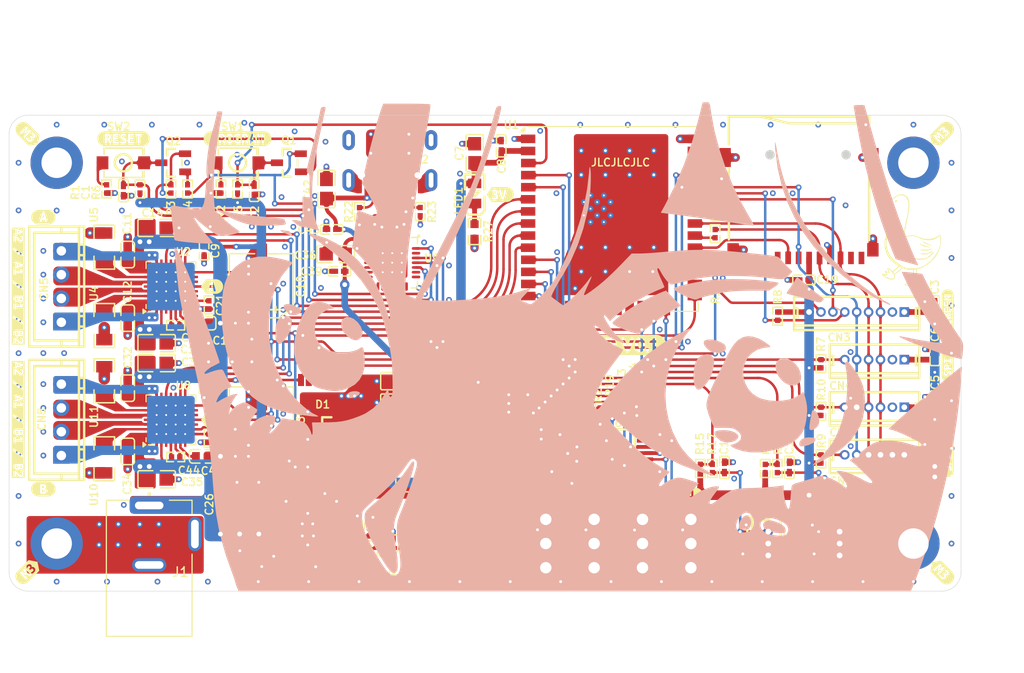
<source format=kicad_pcb>
(kicad_pcb (version 20241229) (generator "pcbnew") (generator_version "9.0")
  (layers (0 "F.Cu" signal) (4 "In1.Cu" signal) (6 "In2.Cu" signal) (2 "B.Cu" signal) (13 "F.Paste" user) (15 "B.Paste" user) (5 "F.SilkS" user "F.Silkscreen") (7 "B.SilkS" user "B.Silkscreen") (1 "F.Mask" user) (3 "B.Mask" user) (25 "Edge.Cuts" user))
  (net 0 "")
  (net 1 "+24V")
  (net 2 "GND")
  (net 3 "+3.3V")
  (net 4 "VBUS")
  (net 5 "ESP32_EN")
  (net 6 "GPIO_0")
  (net 7 "+5V")
  (net 8 "Net-(U2-VCP)")
  (net 9 "GPIO_16")
  (net 10 "LCD_RST")
  (net 11 "MOSI")
  (net 12 "CS_SD")
  (net 13 "MISO")
  (net 14 "GPIO_15")
  (net 15 "Net-(U2-CPI)")
  (net 16 "Net-(U2-CPO)")
  (net 17 "Net-(U2-5VOUT)")
  (net 18 "X_DIAG")
  (net 19 "Y_DIAG")
  (net 20 "Net-(LED1--)")
  (net 21 "Net-(Q1-B)")
  (net 22 "RTS")
  (net 23 "DTR")
  (net 24 "Net-(Q2-B)")
  (net 25 "TMC_UART")
  (net 26 "/Rx")
  (net 27 "GPIO_27")
  (net 28 "GPIO_22")
  (net 29 "X_DIR")
  (net 30 "X_STEP")
  (net 31 "STEP_DISABLE")
  (net 32 "Y_STEP")
  (net 33 "RXD0")
  (net 34 "TXD0")
  (net 35 "Y_DIR")
  (net 39 "VP")
  (net 40 "VN")
  (net 41 "GPIO_11")
  (net 42 "GPIO_14")
  (net 43 "GPIO_12")
  (net 44 "CLK")
  (net 45 "LCD_D{slash}C")
  (net 46 "GPIO_2")
  (net 47 "Net-(C16-Pad1)")
  (net 48 "Net-(C17-Pad1)")
  (net 49 "Net-(C33-Pad1)")
  (net 50 "Net-(U2-OA2)")
  (net 51 "Net-(U2-OB2)")
  (net 52 "Net-(U2-OA1)")
  (net 53 "Net-(U2-OB1)")
  (net 54 "Net-(R1-Pad1)")
  (net 55 "Net-(R2-Pad1)")
  (net 56 "Net-(U3-2Y)")
  (net 57 "Net-(U3-1Y)")
  (net 58 "Net-(U3-3Y)")
  (net 59 "Net-(U3-4Y)")
  (net 60 "Net-(J2-CC1)")
  (net 62 "Net-(J2-CC2)")
  (net 64 "Net-(U1-IO18)")
  (net 65 "Net-(U3-1A)")
  (net 66 "Net-(U3-2A)")
  (net 67 "Net-(U2-BRB)")
  (net 68 "Net-(U2-BRA)")
  (net 69 "Net-(U3-4A)")
  (net 70 "Net-(U3-3A)")
  (net 83 "Net-(J2-D--PadA7)")
  (net 84 "Net-(J2-D+-PadA6)")
  (net 85 "Net-(D1-K)")
  (net 86 "Net-(U7-BOOT)")
  (net 87 "Net-(U7-COMP)")
  (net 88 "Net-(U8-VCP)")
  (net 89 "Net-(U8-CPO)")
  (net 90 "Net-(U8-CPI)")
  (net 91 "Net-(U8-5VOUT)")
  (net 92 "Net-(U8-OB1)")
  (net 93 "Net-(U8-OA1)")
  (net 94 "Net-(U8-OB2)")
  (net 95 "Net-(U8-OA2)")
  (net 97 "Net-(U9-D-)")
  (net 98 "Net-(U9-D+)")
  (net 99 "Net-(U7-RT{slash}CLK)")
  (net 100 "Net-(U7-FB)")
  (net 104 "Net-(U8-BRB)")
  (net 105 "Net-(U8-BRA)")
  (footprint "MISC_PARTS:R0402" (layer "F.Cu") (at 67.5 125.900054)
    (property "Reference" "C44")
    (property "Value" "22nF" (hide yes))
  )
  (footprint "MISC_PARTS:CONN-TH_1.25T-6A" (layer "F.Cu") (at 140.915 120.746294 180)
    (property "Reference" "CN2")
    (property "Value" "~" (hide yes))
  )
  (footprint "MISC_PARTS:R0402" (layer "F.Cu") (at 130.7 127.117 -90)
    (property "Reference" "R18")
    (property "Value" "100kΩ" (hide yes))
  )
  (footprint "kibuzzard-683B1B8C" (layer "F.Cu") (at 107.97 114.14)
    (property "Reference" "kibuzzard-683B1B8C" (hide yes))
    (property "Value" "G***" (hide yes))
  )
  (footprint "PCM_JLCPCB:TYPE-C-SMD_HX-TYPE-C-16PIN" (layer "F.Cu") (at 90 95 180)
    (property "Reference" "J2")
    (property "Value" "Connector, USB-TYPE-C-16P" (hide yes))
  )
  (footprint "MISC_PARTS:R0402" (layer "F.Cu") (at 91.626659 135.037 -90)
    (property "Reference" "R25")
    (property "Value" "270kΩ" (hide yes))
  )
  (footprint "MISC_PARTS:TENSILITY_54-00167" (layer "F.Cu") (at 64.72 137.25)
    (property "Reference" "J1")
    (property "Value" "54-00167")
  )
  (footprint "MISC_PARTS:C0805" (layer "F.Cu") (at 65.5 101.84)
    (property "Reference" "C14")
    (property "Value" "10uF" (hide yes))
  )
  (footprint "MISC_PARTS:R0603" (layer "F.Cu") (at 98.894 102.2115 90)
    (property "Reference" "R27")
    (property "Value" "4.02kΩ" (hide yes))
  )
  (footprint "MISC_PARTS:CONN-TH_1.25T-3A" (layer "F.Cu") (at 129.75 135 90)
    (property "Reference" "CN6")
    (property "Value" "~" (hide yes))
  )
  (footprint "kibuzzard-6843B9E6" (layer "F.Cu") (at 111.46 129.91)
    (property "Reference" "kibuzzard-6843B9E6" (hide yes))
    (property "Value" "G***" (hide yes))
  )
  (footprint "MISC_PARTS:C0402" (layer "F.Cu") (at 147.24 120.135 90)
    (property "Reference" "C5")
    (property "Value" "100nF" (hide yes))
  )
  (footprint "MISC_PARTS:CAP-SMD_BD6.3-L6.6-W6.6-LS7.6-RD" (layer "F.Cu") (at 76.5 121.92 90)
    (property "Reference" "C30")
    (property "Value" "100uF" (hide yes))
  )
  (footprint "MISC_PARTS:C0805" (layer "F.Cu") (at 98.914 94 -90)
    (property "Reference" "C7")
    (property "Value" "10uF" (hide yes))
  )
  (footprint "MISC_PARTS:R0402" (layer "F.Cu") (at 113.36 120.563 90)
    (property "Reference" "R19")
    (property "Value" "1kΩ" (hide yes))
  )
  (footprint "kibuzzard-68452487" (layer "F.Cu") (at 53.6 129.27)
    (property "Reference" "kibuzzard-68452487" (hide yes))
    (property "Value" "G***" (hide yes))
  )
  (footprint "kibuzzard-68450470" (layer "F.Cu") (at 148.6 115.831327 90)
    (property "Reference" "kibuzzard-68450470" (hide yes))
    (property "Value" "G***" (hide yes))
  )
  (footprint "kibuzzard-6845247B" (layer "F.Cu") (at 53.6 100.72)
    (property "Reference" "kibuzzard-6845247B" (hide yes))
    (property "Value" "G***" (hide yes))
  )
  (footprint "kibuzzard-68450486" (layer "F.Cu") (at 148.6 120.831327 90)
    (property "Reference" "kibuzzard-68450486" (hide yes))
    (property "Value" "G***" (hide yes))
  )
  (footprint "MISC_PARTS:C0805" (layer "F.Cu") (at 103.49 118.065)
    (property "Reference" "C24")
    (property "Value" "10uF" (hide yes))
  )
  (footprint "MISC_PARTS:R0402" (layer "F.Cu") (at 70.49 104.252999 -90)
    (property "Reference" "C9")
    (property "Value" "100nF" (hide yes))
  )
  (footprint "MISC_PARTS:C0402" (layer "F.Cu") (at 131.97 127.005 90)
    (property "Reference" "C17")
    (property "Value" "100nF" (hide yes))
  )
  (footprint "MISC_PARTS:C0402" (layer "F.Cu") (at 147.24 125.135 90)
    (property "Reference" "C4")
    (property "Value" "100nF" (hide yes))
  )
  (footprint "MISC_PARTS:CONN-TH_4P-P2.50_XH-4A" (layer "F.Cu") (at 55.489 108.00525 90)
    (property "Reference" "CN5")
    (property "Value" "~" (hide yes))
  )
  (footprint "MISC_PARTS:MountingHole_3.2mm_M3_ISO14580_Pad" (layer "F.Cu") (at 145 135)
    (property "Reference" "H1" (hide yes))
    (property "Value" "MISC_PARTS:MountingHole_3.2mm_M3_ISO14580_Pad" (hide yes))
  )
  (footprint "MISC_PARTS:IND-SMD_L7.1-W6.6" (layer "F.Cu") (at 93.93 126.272 90)
    (property "Reference" "L2")
    (property "Value" "10uH" (hide yes))
  )
  (footprint "MISC_PARTS:R0402" (layer "F.Cu") (at 90.326659 135.037 90)
    (property "Reference" "R26")
    (property "Value" "51kΩ" (hide yes))
  )
  (footprint "MISC_PARTS:C0402" (layer "F.Cu") (at 62.01 97.9225 -90)
    (property "Reference" "C1")
    (property "Value" "100nF" (hide yes))
  )
  (footprint "MISC_PARTS:C0402" (layer "F.Cu") (at 133.495 107.3 180)
    (property "Reference" "C19")
    (property "Value" "100nF" (hide yes))
  )
  (footprint "MISC_PARTS:R0402" (layer "F.Cu") (at 135.29 121.113 90)
    (property "Reference" "R10")
    (property "Value" "10kΩ" (hide yes))
  )
  (footprint "MISC_PARTS:R0402" (layer "F.Cu") (at 76.66 135.903 -90)
    (property "Reference" "R21")
    (property "Value" "100kΩ" (hide yes))
  )
  (footprint "MISC_PARTS:C0805" (layer "F.Cu") (at 84.31 104.6 180)
    (property "Reference" "C36")
    (property "Value" "10uF" (hide yes))
  )
  (footprint "MISC_PARTS:SOIC-8_L5.0-W4.0-P1.27-LS6.0-BL-EP2.0" (layer "F.Cu") (at 81.366659 133.565 -90)
    (property "Reference" "U7")
    (property "Value" "~" (hide yes))
  )
  (footprint "MISC_PARTS:C0402" (layer "F.Cu") (at 75.75 97.895 -90)
    (property "Reference" "C2")
    (property "Value" "100nF" (hide yes))
  )
  (footprint "MISC_PARTS:C0805" (layer "F.Cu") (at 73.936659 130.95 90)
    (property "Reference" "C26")
    (property "Value" "2.2uF" (hide yes))
  )
  (footprint "MISC_PARTS:C0402" (layer "F.Cu") (at 108.57 127.45 180)
    (property "Reference" "C23" (hide yes))
    (property "Value" "100nF" (hide yes))
  )
  (footprint "kibuzzard-6843B2BA" (layer "F.Cu") (at 101.75777 132.46)
    (property "Reference" "kibuzzard-6843B2BA" (hide yes))
    (property "Value" "G***" (hide yes))
  )
  (footprint "MISC_PARTS:HDR-TH_3P-P2.54-V-M-1" (layer "F.Cu") (at 106.38 135 90)
    (property "Reference" "H7")
    (property "Value" "~" (hide yes))
  )
  (footprint "MISC_PARTS:R0402" (layer "F.Cu") (at 112.095 121.193 90)
    (property "Reference" "R20")
    (property "Value" "1kΩ" (hide yes))
  )
  (footprint "kibuzzard-6843B9D2" (layer "F.Cu") (at 106.38 129.91)
    (property "Reference" "kibuzzard-6843B9D2" (hide yes))
    (property "Value" "G***" (hide yes))
  )
  (footprint "MISC_PARTS:TF-SMD_TF-01A" (layer "F.Cu") (at 132.98 99.724 180)
    (property "Reference" "CARD1")
    (property "Value" "~" (hide yes))
    (fp_poly (pts (xy 3.545722 5.500737) (xy 3.51194 5.374658) (xy 3.446677 5.261619) (xy 3.354381 5.169323) (xy 3.241342 5.10406) (xy 3.115263 5.070278) (xy 2.984737 5.070278) (xy 2.858658 5.10406) (xy 2.745619 5.169323) (xy 2.653323 5.261619) (xy 2.58806 5.374658) (xy 2.554278 5.500737) (xy 2.554278 5.631263) (xy 2.58806 5.757342) (xy 2.653323 5.870381) (xy 2.745619 5.962677) (xy 2.858658 6.02794) (xy 2.984737 6.061722) (xy 3.115263 6.061722) (xy 3.241342 6.02794) (xy 3.354381 5.962677) (xy 3.446677 5.870381) (xy 3.51194 5.757342) (xy 3.545722 5.631263)) (fill yes) (layer "Edge.Cuts"))
    (fp_poly (pts (xy -4.454278 5.500737) (xy -4.48806 5.374658) (xy -4.553323 5.261619) (xy -4.645619 5.169323) (xy -4.758658 5.10406) (xy -4.884737 5.070278) (xy -5.015263 5.070278) (xy -5.141342 5.10406) (xy -5.254381 5.169323) (xy -5.346677 5.261619) (xy -5.41194 5.374658) (xy -5.445722 5.500737) (xy -5.445722 5.631263) (xy -5.41194 5.757342) (xy -5.346677 5.870381) (xy -5.254381 5.962677) (xy -5.141342 6.02794) (xy -5.015263 6.061722) (xy -4.884737 6.061722) (xy -4.758658 6.02794) (xy -4.645619 5.962677) (xy -4.553323 5.870381) (xy -4.48806 5.757342) (xy -4.454278 5.631263)) (fill yes) (layer "Edge.Cuts"))
  )
  (footprint "MISC_PARTS:R0402" (layer "F.Cu") (at 115.905 119.303 -90)
    (property "Reference" "R14")
    (property "Value" "1kΩ" (hide yes))
  )
  (footprint "MISC_PARTS:R0402" (layer "F.Cu") (at 70.49 118.273 -90)
    (property "Reference" "C29")
    (property "Value" "100nF" (hide yes))
  )
  (footprint "MISC_PARTS:C0402" (layer "F.Cu") (at 86.586659 133.655 -90)
    (property "Reference" "C31")
    (property "Value" "39pF" (hide yes))
  )
  (footprint "kibuzzard-683FCDE9" (layer "F.Cu") (at 101.6 98.34125)
    (property "Reference" "kibuzzard-683FCDE9" (hide yes))
    (property "Value" "G***" (hide yes))
  )
  (footprint "MISC_PARTS:LED0805-R-RD" (layer "F.Cu") (at 98.9 98.2255 90)
    (property "Reference" "LED1")
    (property "Value" "~" (hide yes))
  )
  (footprint "MISC_PARTS:R0402" (layer "F.Cu") (at 86.8 100.1395 -90)
    (property "Reference" "R22")
    (property "Value" "5.1kΩ" (hide yes))
  )
  (footprint "MISC_PARTS:C0805" (layer "F.Cu") (at 97.83 119.065 90)
    (property "Reference" "C25")
    (property "Value" "10uF" (hide yes))
  )
  (footprint "MISC_PARTS:R0402" (layer "F.Cu") (at 129.43 127.117 90)
    (property "Reference" "R16")
    (property "Value" "10kΩ" (hide yes))
  )
  (footprint "MISC_PARTS:C0402" (layer "F.Cu") (at 133.5 135.547 -90)
    (property "Reference" "C22")
    (property "Value" "100nF" (hide yes))
  )
  (footprint "MISC_PARTS:C0402" (layer "F.Cu") (at 78.597659 129.64)
    (property "Reference" "C28")
    (property "Value" "100nF")
  )
  (footprint "PCM_JLCPCB:WQFN-28_L5.0-W5.0-P0.50-BL-EP3.2" (layer "F.Cu") (at 90.25 105.5 180)
    (property "Reference" "U9")
    (property "Value" "CP2102-GMR" (hide yes))
  )
  (footprint "MISC_PARTS:C0805" (layer "F.Cu") (at 91 120.19)
    (property "Reference" "C40")
    (property "Value" "47nF" (hide yes))
  )
  (footprint "MISC_PARTS:R0402" (layer "F.Cu") (at 124.17 102.443 90)
    (property "Reference" "R11")
    (property "Value" "22Ω" (hide yes))
  )
  (footprint "MISC_PARTS:C0603" (layer "F.Cu") (at 70.335682 111.850779 180)
    (property "Reference" "C15")
    (property "Value" "100nF" (hide yes))
  )
  (footprint "kibuzzard-6843B2AB" (layer "F.Cu") (at 101.74 137.54)
    (property "Reference" "kibuzzard-6843B2AB" (hide yes))
    (property "Value" "G***" (hide yes))
  )
  (footprint "kibuzzard-6843B298" (layer "F.Cu") (at 102.147646 135)
    (property "Reference" "kibuzzard-6843B298" (hide yes))
    (property "Value" "G***" (hide yes))
  )
  (footprint "kibuzzard-68384F55" (layer "F.Cu") (at 148.00738 138.01738)
    (property "Reference" "kibuzzard-68384F55" (hide yes))
    (property "Value" "G***" (hide yes))
  )
  (footprint "MISC_PARTS:R0402" (layer "F.Cu") (at 74 97.75 90)
    (property "Reference" "R5")
    (property "Value" "10kΩ" (hide yes))
  )
  (footprint "MISC_PARTS:R0402" (layer "F.Cu") (at 114.635 119.933 -90)
    (property "Reference" "R13")
    (property "Value" "1kΩ" (hide yes))
  )
  (footprint "MISC_PARTS:SMC_L7.1-W6.2-LS8.1-RD" (layer "F.Cu") (at 86 125.335 90)
    (property "Reference" "D1")
    (property "Value" "~" (hide yes))
  )
  (footprint "MISC_PARTS:C0402" (layer "F.Cu") (at 83.885 102 180)
    (property "Reference" "C43")
    (property "Value" "100nF" (hide yes))
  )
  (footprint "MISC_PARTS:CONN-TH_1.25T-3A" (layer "F.Cu") (at 137.25 135.002 90)
    (property "Reference" "CN7")
    (property "Value" "~" (hide yes))
  )
  (footprint "LOGO" (layer "F.Cu") (at 144.183535 103.091529)
    (property "Reference" "G***" (hide yes))
    (property "Value" "LOGO" (hide yes))
  )
  (footprint "MISC_PARTS:C0805" (layer "F.Cu") (at 65.5 128.25)
    (property "Reference" "C35")
    (property "Value" "10uF" (hide yes))
  )
  (footprint "MISC_PARTS:C0402" (layer "F.Cu") (at 147.24 110.135 90)
    (property "Reference" "C3")
    (property "Value" "100nF" (hide yes))
  )
  (footprint "kibuzzard-682550E8" (layer "F.Cu") (at 74 92.47)
    (property "Reference" "kibuzzard-682550E8" (hide yes))
    (property "Value" "G***" (hide yes))
  )
  (footprint "kibuzzard-6843B9EA" (layer "F.Cu") (at 116.54 129.91)
    (property "Reference" "kibuzzard-6843B9EA" (hide yes))
    (property "Value" "G***" (hide yes))
  )
  (footprint "MISC_PARTS:C0402" (layer "F.Cu") (at 125.15 127 90)
    (property "Reference" "C16")
    (property "Value" "100nF" (hide yes))
  )
  (footprint "MISC_PARTS:R0402" (layer "F.Cu") (at 130.74 111.113 -90)
    (property "Reference" "R8")
    (property "Value" "10kΩ" (hide yes))
  )
  (footprint "MISC_PARTS:CAP-SMD_BD6.3-L6.6-W6.6-LS7.6-RD" (layer "F.Cu") (at 76.5 107.92 90)
    (property "Reference" "C10")
    (property "Value" "100uF" (hide yes))
  )
  (footprint "RF_Module:ESP32-WROOM-32UE" (layer "F.Cu") (at 113.28 100.9)
    (property "Reference" "U1")
    (property "Value" "ESP32-WROOM-32UE" (hide yes))
  )
  (footprint "MISC_PARTS:C0402" (layer "F.Cu") (at 126 135.545 -90)
    (property "Reference" "C20")
    (property "Value" "100nF" (hide yes))
  )
  (footprint "MISC_PARTS:C0805" (layer "F.Cu") (at 65.5 113.955)
    (property "Reference" "C13")
    (property "Value" "10uF")
  )
  (footprint "MISC_PARTS:C0603" (layer "F.Cu") (at 62.46 125.32 -90)
    (property "Reference" "C34")
    (property "Value" "100nF" (hide yes))
  )
  (footprint "MISC_PARTS:R0402" (layer "F.Cu") (at 135.29 126.113 90)
    (property "Reference" "R9")
    (property "Value" "10kΩ" (hide yes))
  )
  (footprint "MISC_PARTS:R0402" (layer "F.Cu") (at 71 109.933779 -90)
    (property "Reference" "C21")
    (property "Value" "4.7uF" (hide yes))
  )
  (footprint "MISC_PARTS:C0603" (layer "F.Cu") (at 62.46 111.32 -90)
    (property "Reference" "C12")
    (property "Value" "100nF" (hide yes))
  )
  (footprint "MISC_PARTS:TSSOP-14_L5.0-W4.4-P0.65-LS6.4-BL" (layer "F.Cu") (at 114 125.5 90)
    (property "Reference" "U3")
    (property "Value" "~" (hide yes))
  )
  (footprint "kibuzzard-68450460" (layer "F.Cu") (at 148.6 110.815033 90)
    (property "Reference" "kibuzzard-68450460" (hide yes))
    (property "Value" "G***" (hide yes))
  )
  (footprint "MISC_PARTS:SW-SMD_L3.9-W3.0-P4.45" (layer "F.Cu") (at 74 95)
    (property "Reference" "SW1")
    (property "Value" "~" (hide yes))
  )
  (footprint "MISC_PARTS:CONN-TH_4P-P2.50_XH-4A" (layer "F.Cu") (at 55.489 122.00525 90)
    (property "Reference" "CN8")
    (property "Value" "~" (hide yes))
  )
  (footprint "kibuzzard-683FD1D9" (layer "F.Cu") (at 71.32 108)
    (property "Reference" "kibuzzard-683FD1D9" (hide yes))
    (property "Value" "G***" (hide yes))
  )
  (footprint "MISC_PARTS:MountingHole_3.2mm_M3_ISO14580_Pad" (layer "F.Cu") (at 55 135)
    (property "Reference" "H4" (hide yes))
    (property "Value" "MISC_PARTS:MountingHole_3.2mm_M3_ISO14580_Pad" (hide yes))
  )
  (footprint "kibuzzard-68384F2C" (layer "F.Cu") (at 147.98738 91.972621)
    (property "Reference" "kibuzzard-68384F2C" (hide yes))
    (property "Value" "G***" (hide yes))
  )
  (footprint "MISC_PARTS:C0603" (layer "F.Cu") (at 62.46 118.68 90)
    (property "Reference" "C32")
    (property "Value" "100nF" (hide yes))
  )
  (footprint "MISC_PARTS:C0603" (layer "F.Cu") (at 62.46 104.64 90)
    (property "Reference" "C11")
    (property "Value" "100nF" (hide yes))
  )
  (footprint "kibuzzard-68384FEC" (layer "F.Cu") (at 51.972621 91.992621)
    (property "Reference" "kibuzzard-68384FEC" (hide yes))
    (property "Value" "G***" (hide yes))
  )
  (footprint "MISC_PARTS:C0402" (layer "F.Cu") (at 84.715 106.4 180)
    (property "Reference" "C39")
    (property "Value" "100nF" (hide yes))
  )
  (footprint "MISC_PARTS:HDR-TH_3P-P2.54-V-M-1" (layer "F.Cu") (at 111.46 135 90)
    (property "Reference" "H8")
    (property "Value" "~" (hide yes))
  )
  (footprint "MISC_PARTS:TO-236-3_L2.9-W1.3-P1.90-LS2.4-BR" (layer "F.Cu") (at 79.404869 95)
    (property "Reference" "Q1")
    (property "Value" "~" (hide yes))
  )
  (footprint "MISC_PARTS:C0402" (layer "F.Cu") (at 147.24 115.135 90)
    (property "Reference" "C6")
    (property "Value" "100nF" (hide yes))
  )
  (footprint "MISC_PARTS:CONN-TH_1.25T-9A" (layer "F.Cu") (at 139.04 110.68 180)
    (property "Reference" "CN3")
    (property "Value" "~" (hide yes))
  )
  (footprint "MISC_PARTS:TO-236-3_L2.9-W1.3-P1.90-LS2.4-BR" (layer "F.Cu") (at 67.2505 95)
    (property "Reference" "Q2")
    (property "Value" "~" (hide yes))
  )
  (footprint "MISC_PARTS:R0402" (layer "F.Cu") (at 67.01 97.75 -90)
    (property "Reference" "R3")
    (property "Value" "10kΩ" (hide yes))
  )
  (footprint "MISC_PARTS:C0402" (layer "F.Cu") (at 89.1 132.789 90)
    (property "Reference" "C33")
    (property "Value" "6.8nF" (hide yes))
  )
  (footprint "MISC_PARTS:CONN-TH_1.25T-6A" (layer "F.Cu") (at 140.915 125.746294 180)
    (property "Reference" "CN1")
    (property "Value" "~" (hide yes))
  )
  (footprint "MISC_PARTS:R0402" (layer "F.Cu") (at 87.84333 133.767 -90)
    (property "Reference" "R24")
    (property "Value" "13kΩ" (hide yes))
  )
  (footprint "kibuzzard-68384F99" (layer "F.Cu") (at 51.942621 137.96738)
    (property "Reference" "kibuzzard-68384F99" (hide yes))
    (property "Value" "G***" (hide yes))
  )
  (footprint "MISC_PARTS:R1206" (layer "F.Cu") (at 60 117.901 -90)
    (property "Reference" "U11")
    (property "Value" "100mΩ" (hide yes))
  )
  (footprint "Package_DFN_QFN:VQFN-28-1EP_5x5mm_P0.5mm_EP3.7x3.7mm_ThermalVias" (layer "F.Cu") (at 67 108 90)
    (property "Reference" "U2" (hide yes))
    (property "Value" "TMC2209-LA" (hide yes))
  )
  (footprint "MISC_PARTS:R0402" (layer "F.Cu") (at 63.75 97.75 90)
    (property "Reference" "R6")
    (property "Value" "10kΩ" (hide yes))
  )
  (footprint "MISC_PARTS:C0402" (layer "F.Cu") (at 101.699375 93.215 -90)
    (property "Reference" "C8")
    (property "Value" "100nF" (hide yes))
  )
  (footprint "MISC_PARTS:R0402" (layer "F.Cu") (at 72.25 97.75 -90)
    (property "Reference" "R2")
    (property "Value" "1kΩ" (hide yes))
  )
  (footprint "kibuzzard-6843B9F5" (layer "F.Cu") (at 121.62 129.91)
    (property "Reference" "kibuzzard-6843B9F5" (hide yes))
    (property "Value" "G***" (hide yes))
  )
  (footprint "SparkFun-Jumper:Jumper_2_NO_NoSilk" (layer "F.Cu") (at 81.0736 117.82)
    (property "Reference" "JP1")
    (property "Value" "~" (hide yes))
  )
  (footprint "MISC_PARTS:R1206" (layer "F.Cu") (at 60 126.099 90)
    (property "Reference" "U10")
    (property "Value" "100mΩ" (hide yes))
  )
  (footprint "MISC_PARTS:R0402" (layer "F.Cu") (at 71 123.93472 -90)
    (property "Reference" "C45")
    (property "Value" "4.7uF" (hide yes))
  )
  (footprint "MISC_PARTS:MountingHole_3.2mm_M3_ISO14580_Pad" (layer "F.Cu") (at 145 95)
    (property "Reference" "H3" (hide yes))
    (property "Value" "MISC_PARTS:MountingHole_3.2mm_M3_ISO14580_Pad" (hide yes))
  )
  (footprint "MISC_PARTS:R0402" (layer "F.Cu") (at 123.88 127.112 -90)
    (property "Reference" "R17")
    (property "Value" "100kΩ" (hide yes))
  )
  (footprint "MISC_PARTS:R0402" (layer "F.Cu") (at 60.25 97.75 -90)
    (property "Reference" "R1")
    (property "Value" "1kΩ" (hide yes))
  )
  (footprint "SparkFun-Jumper:Jumper_2_NO_NoSilk" (layer "F.Cu") (at 81.0736 115.671)
    (property "Reference" "JP2")
    (property "Value" "~" (hide yes))
  )
  (footprint "MISC_PARTS:R1206" (layer "F.Cu") (at 60 103.861 -90)
    (property "Reference" "U5")
    (property "Value" "100mΩ" (hide yes))
  )
  (footprint "MISC_PARTS:HDR-TH_3P-P2.54-V-M-1" (layer "F.Cu") (at 121.62 135 90)
    (property "Reference" "H5")
    (property "Value" "~" (hide yes))
  )
  (footprint "MISC_PARTS:R0402" (layer "F.Cu") (at 68.75 97.75 90)
    (property "Reference" "R4")
    (property "Value" "10kΩ" (hide yes))
  )
  (footprint "MISC_PARTS:R0402" (layer "F.Cu") (at 93.19 100.133 -90)
    (property "Reference" "R23")
    (property "Value" "5.1kΩ" (hide yes))
  )
  (footprint "MISC_PARTS:SW-SMD_L3.9-W3.0-P4.45" (layer "F.Cu") (at 62 95)
    (property "Reference" "SW2")
    (property "Value" "~" (hide yes))
  )
  (footprint "MISC_PARTS:CONN-TH_1.25T-6A" (layer "F.Cu") (at 140.915 115.746294 180)
    (property "Reference" "CN4")
    (property "Value" "~" (hide yes))
  )
  (footprint "MISC_PARTS:C0805" (layer "F.Cu") (at 76.236659 130.95 90)
    (property "Reference" "C27")
    (property "Value" "2.2uF" (hide yes))
  )
  (footprint "MISC_PARTS:HDR-TH_3P-P2.54-V-M-1" (layer "F.Cu") (at 116.54 135 90)
    (property "Reference" "H6")
    (property "Value" "~" (hide yes))
  )
  (footprint "MISC_PARTS:C0805" (layer "F.Cu") (at 83.34 97.75 90)
    (property "Reference" "C42")
    (property "Value" "10uF" (hide yes))
  )
  (footprint "kibuzzard-68255129" (layer "F.Cu") (at 62.02 92.47)
    (property "Reference" "kibuzzard-68255129" (hide yes))
    (property "Value" "G***" (hide yes))
  )
  (footprint "MISC_PARTS:MountingHole_3.2mm_M3_ISO14580_Pad" (layer "F.Cu") (at 55 95)
    (property "Reference" "H2" (hide yes))
    (property "Value" "MISC_PARTS:MountingHole_3.2mm_M3_ISO14580_Pad" (hide yes))
  )
  (footprint "MISC_PARTS:SOT-223-4_L6.5-W3.5-P2.30-LS7.0-BR" (layer "F.Cu") (at 102.488 126.365 90)
    (property "Reference" "U6")
    (property "Value" "~" (hide yes))
  )
  (footprint "kibuzzard-68452487" (layer "F.Cu") (at 137.25 130.64)
    (property "Reference" "kibuzzard-68452487" (hide yes))
    (property "Value" "G***" (hide yes))
  )
  (footprint "MISC_PARTS:R0402" (layer "F.Cu") (at 122.61 127.112 90)
    (property "Reference" "R15")
    (property "Value" "10kΩ" (hide yes))
  )
  (footprint "MISC_PARTS:QFN-8_L2.5-W1.2-P0.50-BL" (layer "F.Cu") (at 90 100.2 180)
    (property "Reference" "L1")
    (property "Value" "~" (hide yes))
  )
  (footprint "kibuzzard-683FD1C3" (layer "F.Cu") (at 71.32 122)
    (property "Reference" "kibuzzard-683FD1C3" (hide yes))
    (property "Value" "G***" (hide yes))
  )
  (footprint "kibuzzard-6845247B" (layer "F.Cu") (at 129.75 130.64)
    (property "Reference" "kibuzzard-6845247B" (hide yes))
    (property "Value" "G***" (hide yes))
  )
  (footprint "MISC_PARTS:R0402" (layer "F.Cu") (at 135.29 116.113 90)
    (property "Reference" "R7")
    (property "Value" "10kΩ" (hide yes))
  )
  (footprint "MISC_PARTS:R1206" (layer "F.Cu") (at 60 112.099 90)
    (property "Reference" "U4")
    (property "Value" "100mΩ" (hide yes))
  )
  (footprint "kibuzzard-68450480" (layer "F.Cu") (at 148.6 125.831327 90)
    (property "Reference" "kibuzzard-68450480" (hide yes))
    (property "Value" "G***" (hide yes))
  )
  (footprint "MISC_PARTS:R0402" (layer "F.Cu") (at 124.17 105.623 -90)
    (property "Reference" "R12")
    (property "Value" "1kΩ" (hide yes))
  )
  (footprint "MISC_PARTS:R0402" (layer "F.Cu") (at 67.5 112.066162)
    (property "Reference" "C18")
    (property "Value" "22nF" (hide yes))
  )
  (footprint "MISC_PARTS:C0805" (layer "F.Cu") (at 91 117.94)
    (property "Reference" "C38")
    (property "Value" "47nF" (hide yes))
  )
  (footprint "MISC_PARTS:C0805" (layer "F.Cu") (at 65.5 116.045)
    (property "Reference" "C37")
    (property "Value" "10uF" (hide yes))
  )
  (footprint "Package_DFN_QFN:VQFN-28-1EP_5x5mm_P0.5mm_EP3.7x3.7mm_ThermalVias" (layer "F.Cu") (at 67 122 90)
    (property "Reference" "U8")
    (property "Value" "TMC2209-LA" (hide yes))
  )
  (footprint "MISC_PARTS:C0603" (layer "F.Cu") (at 70.335683 125.84 180)
    (property "Reference" "C41")
    (property "Value" "100nF" (hide yes))
  )
  (footprint "LOGO" (layer "B.Cu") (at 118.98 114 180)
    (property "Reference" "G***" (hide yes))
    (property "Value" "LOGO" (hide yes))
  )
  (gr_circle (center 91.48 99.37) (end 91.44 99.4) (stroke (width 0.1)) (fill no) (layer "F.SilkS"))
  (gr_curve (pts (xy 51 90) (xy 51 90) (xy 51 90) (xy 51 90)) (stroke (width 0.05)) (layer "Edge.Cuts"))
  (gr_arc (start 150 138) (mid 149.414214 139.414214) (end 148 140) (stroke (width 0.05)) (layer "Edge.Cuts"))
  (gr_line (start 52 140) (end 148 140) (stroke (width 0.05)) (layer "Edge.Cuts"))
  (gr_arc (start 50 92) (mid 50.585786 90.585786) (end 52 90) (stroke (width 0.05)) (layer "Edge.Cuts"))
  (gr_arc (start 148 90) (mid 149.414214 90.585786) (end 150 92) (stroke (width 0.05)) (layer "Edge.Cuts"))
  (gr_line (start 50 92) (end 50 138) (stroke (width 0.05)) (layer "Edge.Cuts"))
  (gr_line (start 148 90) (end 52 90) (stroke (width 0.05)) (layer "Edge.Cuts"))
  (gr_line (start 150 138) (end 150 92) (stroke (width 0.05)) (layer "Edge.Cuts"))
  (gr_arc (start 52 140) (mid 50.585786 139.414214) (end 50 138) (stroke (width 0.05)) (layer "Edge.Cuts"))
  (gr_curve (pts (xy 51 140) (xy 51 140) (xy 51 140) (xy 51 140)) (stroke (width 0.05)) (layer "Edge.Cuts"))
  (gr_text "JLCJLCJLC" (at 111.05 95.43 0) (layer "F.SilkS") (effects (font (size 0.8 0.8) (thickness 0.15) (bold yes)) (justify left bottom)))
  (gr_text "A2 / A1 / B1 / B2" (at 51 122 270) (layer "F.SilkS" knockout) (effects (font (size 0.8 0.8))))
  (gr_text "A2 / A1 / B1 / B2" (at 51 108 270) (layer "F.SilkS" knockout) (effects (font (size 0.8 0.8))))
  (segment (start 72.2 131) (end 64.72 131) (width 1.5) (layer "F.Cu") (net 1))
  (segment (start 72.2 134) (end 72.2 131) (width 1.5) (layer "F.Cu") (net 1))
  (via (at 63.75 126.91) (size 0.9) (drill 0.5) (layers "F.Cu" "B.Cu") (net 1))
  (via (at 63.75 103.3) (size 0.9) (drill 0.5) (layers "F.Cu" "B.Cu") (net 1))
  (via (at 72.2 111.850779) (size 1) (drill 0.5) (layers "F.Cu" "B.Cu") (net 1))
  (via (at 76.236659 134) (size 1) (drill 0.5) (layers "F.Cu" "B.Cu") (net 1))
  (via (at 74.21833 134) (size 1) (drill 0.5) (layers "F.Cu" "B.Cu") (net 1))
  (via (at 64.72 103.3) (size 0.9) (drill 0.5) (layers "F.Cu" "B.Cu") (net 1))
  (via (at 73.775 111.850779) (size 0.6) (drill 0.3) (layers "F.Cu" "B.Cu") (net 1))
  (via (at 63.75 117.48) (size 0.9) (drill 0.5) (layers "F.Cu" "B.Cu") (net 1))
  (via (at 75.15 125.84) (size 0.6) (drill 0.3) (layers "F.Cu" "B.Cu") (net 1))
  (via (at 73.775 125.84) (size 0.6) (drill 0.3) (layers "F.Cu" "B.Cu") (net 1))
  (via (at 75.15 124.68) (size 0.6) (drill 0.3) (layers "F.Cu" "B.Cu") (net 1))
  (via (at 72.2 125.84) (size 1) (drill 0.5) (layers "F.Cu" "B.Cu") (net 1))
  (via (at 63.77 112.51) (size 0.9) (drill 0.5) (layers "F.Cu" "B.Cu") (net 1))
  (via (at 75.15 110.7) (size 0.6) (drill 0.3) (layers "F.Cu" "B.Cu") (net 1))
  (via (at 64.71 117.48) (size 0.9) (drill 0.5) (layers "F.Cu" "B.Cu") (net 1))
  (via (at 72.2 134) (size 1) (drill 0.5) (layers "F.Cu" "B.Cu") (net 1))
  (via (at 64.72 126.91) (size 0.9) (drill 0.5) (layers "F.Cu" "B.Cu") (net 1))
  (via (at 64.73 112.51) (size 0.9) (drill 0.5) (layers "F.Cu" "B.Cu") (net 1))
  (via (at 75.15 111.850779) (size 0.6) (drill 0.3) (layers "F.Cu" "B.Cu") (net 1))
  (segment (start 72.2 117.38) (end 72.2 125.84) (width 1.5) (layer "B.Cu") (net 1))
  (segment (start 72.2 112.7) (end 72.2 117.38) (width 1.5) (layer "B.Cu") (net 1))
  (segment (start 63.97 112.71) (end 72.19 112.71) (width 1.5) (layer "B.Cu") (net 1))
  (segment (start 63.75 126.91) (end 72.2 126.91) (width 1.5) (layer "B.Cu") (net 1))
  (segment (start 76.236659 134) (end 72.2 134) (width 1.5) (layer "B.Cu") (net 1))
  (segment (start 72.2 125.84) (end 72.2 134) (width 1.5) (layer "B.Cu") (net 1))
  (segment (start 72.2 126.91) (end 72.2 129.584962) (width 1.5) (layer "B.Cu") (net 1))
  (segment (start 72.2 111.850779) (end 72.2 112.7) (width 1.5) (layer "B.Cu") (net 1))
  (segment (start 72.2 125.84) (end 72.2 126.91) (width 1.5) (layer "B.Cu") (net 1))
  (segment (start 70.319675 103.3) (end 63.75 103.3) (width 1.5) (layer "B.Cu") (net 1))
  (segment (start 63.89 117.38) (end 72.2 117.38) (width 1.5) (layer "B.Cu") (net 1))
  (segment (start 72.19 112.71) (end 72.2 112.7) (width 0.26) (layer "B.Cu") (net 1))
  (segment (start 72.2 111.850779) (end 72.2 105.180325) (width 1.5) (layer "B.Cu") (net 1))
  (segment (start 70.784962 131) (end 64.72 131) (width 1.5) (layer "B.Cu") (net 1))
  (arc (start 72.2 105.180325) (mid 71.649266 103.850734) (end 70.319675 103.3) (width 1.5) (layer "B.Cu") (net 1))
  (arc (start 72.2 129.584962) (mid 71.785545 130.585545) (end 70.784962 131) (width 1.5) (layer "B.Cu") (net 1))
  (segment (start 98.9 93) (end 97.57 93) (width 0.6) (layer "F.Cu") (net 2))
  (segment (start 76.62 98.32) (end 75.775 98.32) (width 0.6) (layer "F.Cu") (net 2))
  (segment (start 71.116389 124.36772) (end 70.1 124.36772) (width 0.6) (layer "F.Cu") (net 2))
  (segment (start 67.84 128.25) (end 66.45 128.25) (width 0.6) (layer "F.Cu") (net 2))
  (segment (start 76.236659 130) (end 76.236659 128.576659) (width 0.26) (layer "F.Cu") (net 2))
  (segment (start 126 136.09) (end 127.08 136.09) (width 0.6) (layer "F.Cu") (net 2))
  (segment (start 90.32 133.71) (end 90.32 134.597341) (width 0.6) (layer "F.Cu") (net 2))
  (segment (start 139.642 94.448) (end 140.74 94.448) (width 0.9) (layer "F.Cu") (net 2))
  (segment (start 67.001348 105.550779) (end 67.001348 108.000779) (width 0.26) (layer "F.Cu") (net 2))
  (segment (start 66.499946 124.45172) (end 66.499946 123.50172) (width 0.26) (layer "F.Cu") (net 2))
  (segment (start 60 116.422) (end 60 117.71) (width 1.2) (layer "F.Cu") (net 2))
  (segment (start 90 120.19) (end 88.63 120.19) (width 0.26) (layer "F.Cu") (net 2))
  (segment (start 66.999946 119.55172) (end 66.999946 122.00172) (width 0.26) (layer "F.Cu") (net 2))
  (segment (start 100.83 92.67) (end 101.699375 92.67) (width 0.6) (layer "F.Cu") (net 2))
  (segment (start 70.1 110.35) (end 70.116779 110.366779) (width 0.26) (layer "F.Cu") (net 2))
  (segment (start 70.49 105.58) (end 70.49 104.686) (width 0.6) (layer "F.Cu") (net 2))
  (segment (start 62.46 113.16) (end 62.46 112.1) (width 0.9) (layer "F.Cu") (net 2))
  (segment (start 84.135659 132.93) (end 81.9 132.93) (width 0.574) (layer "F.Cu") (net 2))
  (segment (start 60.25 98.183) (end 61.127 98.183) (width 0.6) (layer "F.Cu") (net 2))
  (segment (start 77.8 136.336) (end 76.66 136.336) (width 0.26) (layer "F.Cu") (net 2))
  (segment (start 61.127 98.183) (end 61.13 98.18) (width 0.26) (layer "F.Cu") (net 2))
  (segment (start 83.34 96.8) (end 83.34 95.41) (width 0.6) (layer "F.Cu") (net 2))
  (segment (start 62.01 98.4675) (end 62.8725 98.4675) (width 0.6) (layer "F.Cu") (net 2))
  (segment (start 98.894 103.964) (end 98.9 103.97) (width 0.26) (layer "F.Cu") (net 2))
  (segment (start 73.936659 130) (end 73.936659 128.573341) (width 0.26) (layer "F.Cu") (net 2))
  (segment (start 122.03 92.49) (end 120.49 92.49) (width 0.9) (layer "F.Cu") (net 2))
  (segment (start 116.8 127.45) (end 118.35 127.45) (width 0.4) (layer "F.Cu") (net 2))
  (segment (start 67.85 116.045) (end 66.95 116.045) (width 0.6) (layer "F.Cu") (net 2))
  (segment (start 86.586659 132.1) (end 86.586659 133.11) (width 0.6) (layer "F.Cu") (net 2))
  (segment (start 69.45 121) (end 68.646447 121) (width 0.26) (layer "F.Cu") (net 2))
  (segment (start 71.2 98.183) (end 72.25 98.183) (width 0.6) (layer "F.Cu") (net 2))
  (segment (start 140.74 102.97) (end 140.74 104.1495) (width 0.9) (layer "F.Cu") (net 2))
  (segment (start 116.8 123.55) (end 118.37 123.55) (width 0.4) (layer "F.Cu") (net 2))
  (segment (start 109.465 108.199997) (end 108.557394 108.199997) (width 0.26) (layer "F.Cu") (net 2))
  (segment (start 127.1595 104.1495) (end 127.16 104.15) (width 0.26) (layer "F.Cu") (net 2))
  (segment (start 60 127.578) (end 58.435 127.578) (width 1.2) (layer "F.Cu") (net 2))
  (segment (start 147.24 119.59) (end 146.2 119.59) (width 0.6) (layer "F.Cu") (net 2))
  (segment (start 90 117.94) (end 88.63 117.94) (width 0.26) (layer "F.Cu") (net 2))
  (segment (start 111.2 126.8) (end 110.277107 126.8) (width 0.4) (layer "F.Cu") (net 2))
  (segment (start 62.8725 98.4675) (end 62.88 98.46) (width 0.26) (layer "F.Cu") (net 2))
  (segment (start 107.565 109.192391) (end 107.565 110.25) (width 0.26) (layer "F.Cu") (net 2))
  (segment (start 136.24 105) (end 136.24 104.167107) (width 0.6) (layer "F.Cu") (net 2))
  (segment (start 73.936659 128.573341) (end 73.94 128.57) (width 0.26) (layer "F.Cu") (net 2))
  (segment (start 83.36 104.6) (end 83.36 103.37) (width 0.6) (layer "F.Cu") (net 2))
  (segment (start 111.2 124.85) (end 109.65 124.85) (width 0.4) (layer "F.Cu") (net 2))
  (segment (start 66.501348 110.450779) (end 66.501348 108.500779) (width 0.26) (layer "F.Cu") (net 2))
  (segment (start 76.236659 128.576659) (end 76.23 128.57) (width 0.26) (layer "F.Cu") (net 2))
  (segment (start 86.8 101.517) (end 86.8 100.566) (width 0.4) (layer "F.Cu") (net 2))
  (segment (start 62.46 102.78) (end 62.46 103.86) (width 0.9) (layer "F.Cu") (net 2))
  (segment (start 69.45 107) (end 68.646447 107) (width 0.26) (layer "F.Cu") (net 2))
  (segment (start 147.24 124.59) (end 146.2 124.59) (width 0.6) (layer "F.Cu") (net 2))
  (segment (start 108.025 127.45) (end 107.01 127.45) (width 0.6) (layer "F.Cu") (net 2))
  (segment (start 60 113.578) (end 60 112.31) (width 1.2) (layer "F.Cu") (net 2))
  (segment (start 109.923553 126.653553) (end 109.63 126.36) (width 0.4) (layer "F.Cu") (net 2))
  (segment (start 69.45 122.5) (end 68.5 122.5) (width 0.26) (layer "F.Cu") (net 2))
  (segment (start 126.062 126.455) (end 125.15 126.455) (width 0.6) (layer "F.Cu") (net 2))
  (segment (start 116.8 125.5) (end 118.37 125.5) (width 0.4) (layer "F.Cu") (net 2))
  (segment (start 147.24 114.59) (end 146.2 114.59) (width 0.6) (layer "F.Cu") (net 2))
  (segment (start 131.97 126.46) (end 132.9 126.46) (width 0.6) (layer "F.Cu") (net 2))
  (segment (start 134.568 136.092) (end 134.57 136.09) (width 0.26) (layer "F.Cu") (net 2))
  (segment (start 62.46 116.8) (end 62.46 117.9) (width 0.9) (layer "F.Cu") (net 2))
  (segment (start 126.06 104.1495) (end 127.1595 104.1495) (width 0.9) (layer "F.Cu") (net 2))
  (segment (start 62.46 127.19) (end 62.46 126.1) (width 0.9) (layer "F.Cu") (net 2))
  (segment (start 66.45 101.84) (end 67.85 101.84) (width 0.6) (layer "F.Cu") (net 2))
  (segment (start 88.22 132.244) (end 89.1 132.244) (width 0.6) (layer "F.Cu") (net 2))
  (segment (start 70.49 119.67) (end 70.49 118.706) (width 0.6) (layer "F.Cu") (net 2))
  (segment (start 69.45 108.5) (end 68.5 108.5) (width 0.26) (layer "F.Cu") (net 2))
  (segment (start 69.45 109) (end 68.646447 109) (width 0.26) (layer "F.Cu") (net 2))
  (segment (start 70.116779 110.366779) (end 71.115682 110.366779) (width 0.6) (layer "F.Cu") (net 2))
  (segment (start 147.24 109.59) (end 146.2 109.59) (width 0.6) (layer "F.Cu") (net 2))
  (segment (start 133.5 136.092) (end 134.568 136.092) (width 0.6) (layer "F.Cu") (net 2))
  (segment (start 104.53 92.49) (end 103.07 92.49) (width 0.6) (layer "F.Cu") (net 2))
  (segment (start 83.34 102) (end 83.34 101.17) (width 0.6) (layer "F.Cu") (net 2))
  (segment (start 126.318 94.448) (end 125.22 94.448) (width 0.9) (layer "F.Cu") (net 2))
  (segment (start 83.17 106.4) (end 84.26 106.4) (width 0.5) (layer "F.Cu") (net 2))
  (segment (start 60 102.382) (end 58.49 102.382) (width 1.2) (layer "F.Cu") (net 2))
  (segment (start 67.84 113.96) (end 66.505 113.96) (width 0.6) (layer "F.Cu") (net 2))
  (segment (start 136.093553 103.813553) (end 135.91 103.63) (width 0.6) (layer "F.Cu") (net 2))
  (segment (start 93.2 100.627) (end 93.2 101.497) (width 0.4) (layer "F.Cu") (net 2))
  (segment (start 132.95 107.3) (end 131.75 107.3) (width 0.6) (layer "F.Cu") (net 2))
  (segment (start 98.894 102.965) (end 98.894 103.964) (width 0.864) (layer "F.Cu") (net 2))
  (segment (start 83.34 95.41) (end 83.33 95.4) (width 0.26) (layer "F.Cu") (net 2))
  (via (at 53.6 115) (size 0.6) (drill 0.3) (layers "F.Cu" "B.Cu") (net 2))
  (via (at 99.28 118.065) (size 0.6) (drill 0.3) (layers "F.Cu" "B.Cu") (net 2))
  (via (at 82.56 114.44) (size 0.6) (drill 0.3) (layers "F.Cu" "B.Cu") (net 2))
  (via (at 79.86 101.73) (size 0.6) (drill 0.3) (layers "F.Cu" "B.Cu") (net 2))
  (via (at 63.7 135.14) (size 0.6) (drill 0.3) (layers "F.Cu" "B.Cu") (net 2))
  (via (at 118.35 112.521) (size 0.6) (drill 0.3) (layers "F.Cu" "B.Cu") (net 2))
  (via (at 76.23 128.57) (size 0.6) (drill 0.3) (layers "F.Cu" "B.Cu") (net 2))
  (via (at 107.941176 139) (size 0.6) (drill 0.3) (layers "F.Cu" "B.Cu") (net 2))
  (via (at 51 125.505) (size 0.6) (drill 0.3) (layers "F.Cu" "B.Cu") (net 2))
  (via (at 67.148999 104.588048) (size 0.6) (drill 0.3) (layers "F.Cu" "B.Cu") (net 2))
  (via (at 61.13 98.18) (size 0.6) (drill 0.3) (layers "F.Cu" "B.Cu") (net 2))
  (via (at 53.6 109.25525) (size 0.6) (drill 0.3) (layers "F.Cu" "B.Cu") (net 2))
  (via (at 70.49 105.58) (size 0.6) (drill 0.3) (layers "F.Cu" "B.Cu") (net 2))
  (via (at 130.229938 98.2) (size 0.6) (drill 0.3) (layers "F.Cu" "B.Cu") (net 2))
  (via (at 71.2 98.183) (size 0.6) (drill 0.3) (layers "F.Cu" "B.Cu") (net 2))
  (via (at 117.725 93.73) (size 0.6) (drill 0.3) (layers "F.Cu" "B.Cu") (net 2))
  (via (at 53.6 104.25475) (size 0.6) (drill 0.3) (layers "F.Cu" "B.Cu") (net 2))
  (via (at 65.588235 139) (size 0.6) (drill 0.3) (layers "F.Cu" "B.Cu") (net 2))
  (via (at 112.645 96.27) (size 0.6) (drill 0.3) (layers "F.Cu" "B.Cu") (net 2))
  (via (at 81.375 135.146125) (size 0.6) (drill 0.3) (layers "F.Cu" "B.Cu") (net 2))
  (via (at 145 139) (size 0.6) (drill 0.3) (layers "F.Cu" "B.Cu") (net 2))
  (via (at 124.85 96.68) (size 0.6) (drill 0.3) (layers "F.Cu" "B.Cu") (net 2))
  (via (at 60 117.71) (size 0.6) (drill 0.3) (layers "F.Cu" "B.Cu") (net 2))
  (via (at 53.6 125.75575) (size 0.6) (drill 0.3) (layers "F.Cu" "B.Cu") (net 2))
  (via (at 70.49 119.67) (size 0.6) (drill 0.3) (layers "F.Cu" "B.Cu") (net 2))
  (via (at 117.62 106.43) (size 0.6) (drill 0.3) (layers "F.Cu" "B.Cu") (net 2))
  (via (at 81.470588 139) (size 0.6) (drill 0.3) (layers "F.Cu" "B.Cu") (net 2))
  (via (at 70.95 113.96) (size 0.6) (drill 0.3) (layers "F.Cu" "B.Cu") (net 2))
  (via (at 93.2 101.517) (size 0.6) (drill 0.3) (layers "F.Cu" "B.Cu") (net 2))
  (via (at 73.45 115.91) (size 0.6) (drill 0.3) (layers "F.Cu" "B.Cu") (net 2))
  (via (at 115.703267 133.582446) (size 0.6) (drill 0.3) (layers "F.Cu" "B.Cu") (net 2))
  (via (at 88.63 117.94) (size 0.6) (drill 0.3) (layers "F.Cu" "B.Cu") (net 2))
  (via (at 80.8 132.93) (size 0.6) (drill 0.3) (layers "F.Cu" "B.Cu") (net 2))
  (via (at 67.85 101.84) (size 0.6) (drill 0.3) (layers "F.Cu" "B.Cu") (net 2))
  (via (at 51 115.005) (size 0.6) (drill 0.3) (layers "F.Cu" "B.Cu") (net 2))
  (via (at 130 91) (size 0.6) (drill 0.3) (layers "F.Cu" "B.Cu") (net 2))
  (via (at 126.062 126.455) (size 0.6) (drill 0.3) (layers "F.Cu" "B.Cu") (net 2))
  (via (at 123.823529 139) (size 0.6) (drill 0.3) (layers "F.Cu" "B.Cu") (net 2))
  (via (at 73.94 128.57) (size 0.6) (drill 0.3) (layers "F.Cu" "B.Cu") (net 2))
  (via (at 132.9 126.46) (size 0.6) (drill 0.3) (layers "F.Cu" "B.Cu") (net 2))
  (via (at 75.16 120.7) (size 0.6) (drill 0.3) (layers "F.Cu" "B.Cu") (net 2))
  (via (at 81.375 124.06) (size 0.6) (drill 0.3) (layers "F.Cu" "B.Cu") (net 2))
  (via (at 138.396342 114.884792) (size 0.6) (drill 0.3) (layers "F.Cu" "B.Cu") (net 2))
  (via (at 78.8 121.37) (size 0.6) (drill 0.3) (layers "F.Cu" "B.Cu") (net 2))
  (via (at 107.57 104.389707) (size 0.6) (drill 0.3) (layers "F.Cu" "B.Cu") (net 2))
  (via (at 149 130) (size 0.6) (drill 0.3) (layers "F.Cu" "B.Cu") (net 2))
  (via (at 124.969921 107.101427) (size 0.6) (drill 0.3) (layers "F.Cu" "B.Cu") (net 2))
  (via (at 51 135) (size 0.6) (drill 0.3) (layers "F.Cu" "B.Cu") (net 2))
  (via (at 93.598571 103.37) (size 0.6) (drill 0.3) (layers "F.Cu" "B.Cu") (net 2))
  (via (at 53.6 123.25525) (size 0.6) (drill 0.3) (layers "F.Cu" "B.Cu") (net 2))
  (via (at 78.8 107.7) (size 0.6) (drill 0.3) (layers "F.Cu" "B.Cu") (net 2))
  (via (at 115 91) (size 0.6) (drill 0.3) (layers "F.Cu" "B.Cu") (net 2))
  (via (at 105.07365 121.284181) (size 0.6) (drill 0.3) (layers "F.Cu" "B.Cu") (net 2))
  (via (at 51 130) (size 0.6) (drill 0.3) (layers "F.Cu" "B.Cu") (net 2))
  (via (at 67.84 128.25) (size 0.6) (drill 0.3) (layers "F.Cu" "B.Cu") (net 2))
  (via (at 138.41 119.728873) (size 0.6) (drill 0.3) (layers "F.Cu" "B.Cu") (net 2))
  (via (at 75.5 101.709997) (size 0.6) (drill 0.3) (layers "F.Cu" "B.Cu") (net 2))
  (via (at 107.497681 98.2) (size 0.6) (drill 0.3) (layers "F.Cu" "B.Cu") (net 2))
  (via (at 67.84 113.96) (size 0.6) (drill 0.3) (layers "F.Cu" "B.Cu") (net 2))
  (via (at 118.35 127.45) (size 0.6) (drill 0.3) (layers "F.Cu" "B.Cu") (net 2))
  (via (at 85.606666 119.5) (size 0.6) (drill 0.3) (layers "F.Cu" "B.Cu") (net 2))
  (via (at 67.263141 118.63) (size 0.6) (drill 0.3) (layers "F.Cu" "B.Cu") (net 2))
  (via (at 117.725 103.89) (size 0.6) (drill 0.3) (layers "F.Cu" "B.Cu") (net 2))
  (via (at 94.32 113.781) (size 0.6) (drill 0.3) (layers "F.Cu" "B.Cu") (net 2))
  (via (at 97.352941 139) (size 0.6) (drill 0.3) (layers "F.Cu" "B.Cu") (net 2))
  (via (at 107.01 127.45) (size 0.6) (drill 0.3) (layers "F.Cu" "B.Cu") (net 2))
  (via (at 134.38 133.06) (size 0.6) (drill 0.3) (layers "F.Cu" "B.Cu") (net 2))
  (via (at 83.17 129.75) (size 0.6) (drill 0.3) (layers "F.Cu" "B.Cu") (net 2))
  (via (at 78.8 110.45065) (size 0.6) (drill 0.3) (layers "F.Cu" "B.Cu") (net 2))
  (via (at 92.058824 139) (size 0.6) (drill 0.3) (layers "F.Cu" "B.Cu") (net 2))
  (via (at 55.785 115) (size 0.6) (drill 0.3) (layers "F.Cu" "B.Cu") (net 2))
  (via (at 86.8 101.517) (size 0.6) (drill 0.3) (layers "F.Cu" "B.Cu") (net 2))
  (via (at 62.46 116.8) (size 0.6) (drill 0.3) (layers "F.Cu" "B.Cu") (net 2))
  (via (at 77.553762 122.63) (size 0.6) (drill 0.3) (layers "F.Cu" "B.Cu") (net 2))
  (via (at 78.97 103.814747) (size 0.6) (drill 0.3) (layers "F.Cu" "B.Cu") (net 2))
  (via (at 88.63 120.19) (size 0.6) (drill 0.3) (layers "F.Cu" "B.Cu") (net 2))
  (via (at 112.645 103.89) (size 0.6) (drill 0.3) (layers "F.Cu" "B.Cu") (net 2))
  (via (at 118.37 123.55) (size 0.6) (drill 0.3) (layers "F.Cu" "B.Cu") (net 2))
  (via (at 55 139) (size 0.6) (drill 0.3) (layers "F.Cu" "B.Cu") (net 2))
  (via (at 70.882353 139) (size 0.6) (drill 0.3) (layers "F.Cu" "B.Cu") (net 2))
  (via (at 118.37 125.5) (size 0.6) (drill 0.3) (layers "F.Cu" "B.Cu") (net 2))
  (via (at 51 100) (size 0.6) (drill 0.3) (layers "F.Cu" "B.Cu") (net 2))
  (via (at 84.923333 119.5) (size 0.6) (drill 0.3) (layers "F.Cu" "B.Cu") (net 2))
  (via (at 83.24 92.79) (size 0.6) (drill 0.3) (layers "F.Cu" "B.Cu") (net 2))
  (via (at 146.2 124.59) (size 0.6) (drill 0.3) (layers "F.Cu" "B.Cu") (net 2))
  (via (at 126.318 94.448) (size 0.6) (drill 0.3) (layers "F.Cu" "B.Cu") (net 2))
  (via (at 93.06 108.15) (size 0.6) (drill 0.3) (layers "F.Cu" "B.Cu") (net 2))
  (via (at 91.49018 101.47061) (size 0.6) (drill 0.3) (layers "F.Cu" "B.Cu") (net 2))
  (via (at 97.37 96.14) (size 0.6) (drill 0.3) (layers "F.Cu" "B.Cu") (net 2))
  (via (at 115.185 103.89) (size 0.6) (drill 0.3) (layers "F.Cu" "B.Cu") (net 2))
  (via (at 88.411521 101.473729) (size 0.6) (drill 0.3) (layers "F.Cu" "B.Cu") (net 2))
  (via (at 62.46 113.16) (size 0.6) (drill 0.3) (layers "F.Cu" "B.Cu") (net 2))
  (via (at 83.33 95.4) (size 0.6) (drill 0.3) (layers "F.Cu" "B.Cu") (net 2))
  (via (at 82.114222 98.490019) (size 0.6) (drill 0.3) (layers "F.Cu" "B.Cu") (net 2))
  (via (at 137.87 99.47) (size 0.6) (drill 0.3) (layers "F.Cu" "B.Cu") (net 2))
  (via (at 75.16 105.87) (size 0.6) (drill 0.3) (layers "F.Cu" "B.Cu") (net 2))
  (via (at 90.32 133.71) (size 0.6) (drill 0.3) (layers "F.Cu" "B.Cu") (net 2))
  (via (at 139.705882 139) (size 0.6) (drill 0.3) (layers "F.Cu" "B.Cu") (net 2))
  (via (at 78.62 98.61) (size 0.6) (drill 0.3) (layers "F.Cu" "B.Cu") (net 2))
  (via (at 96.211 105.79) (size 0.6) (drill 0.3) (layers "F.Cu" "B.Cu") (net 2))
  (via (at 74.24 135.76) (size 0.6) (drill 0.3) (layers "F.Cu" "B.Cu") (net 2))
  (via (at 82.21 137.44) (size 0.6) (drill 0.3) (layers "F.Cu" "B.Cu") (net 2))
  (via (at 126.17 128.175) (size 0.6) (drill 0.3) (layers "F.Cu" "B.Cu") (net 2))
  (via (at 51 108.005) (size 0.6) (drill 0.3) (layers "F.Cu" "B.Cu") (net 2))
  (via (at 102.647059 139) (size 0.6) (drill 0.3) (layers "F.Cu" "B.Cu") (net 2))
  (via (at 73.954524 94.154521) (size 0.6) (drill 0.3) (layers "F.Cu" "B.Cu") (net 2))
  (via (at 76.62 98.32) (size 0.6) (drill 0.3) (layers "F.Cu" "B.Cu") (net 2))
  (via (at 81.375 131.826125) (size 0.6) (drill 0.3) (layers "F.Cu" "B.Cu") (net 2))
  (via (at 61.48 132.97) (size 0.6) (drill 0.3) (layers "F.Cu" "B.Cu") (net 2))
  (via (at 62.46 127.19) (size 0.6) (drill 0.3) (layers "F.Cu" "B.Cu") (net 2))
  (via (at 65 91) (size 0.6) (drill 0.3) (layers "F.Cu" "B.Cu") (net 2))
  (via (at 80 91.7) (size 0.6) (drill 0.3) (layers "F.Cu" "B.Cu") (net 2))
  (via (at 59.45 135.14) (size 0.6) (drill 0.3) (layers "F.Cu" "B.Cu") (net 2))
  (via (at 83.34 101.17) (size 0.6) (drill 0.3) (layers "F.Cu" "B.Cu") (net 2))
  (via (at 125 91) (size 0.6) (drill 0.3) (layers "F.Cu" "B.Cu") (net 2))
  (via (at 129.117647 139) (size 0.6) (drill 0.3) (layers "F.Cu" "B.Cu") (net 2))
  (via (at 59.48 132.98) (size 0.6) (drill 0.3) (layers "F.Cu" "B.Cu") (net 2))
  (via (at 82.760002 108.15) (size 0.6) (drill 0.3) (layers "F.Cu" "B.Cu") (net 2))
  (via (at 53.6 120.75525) (size 0.6) (drill 0.3) (layers "F.Cu" "B.Cu") (net 2))
  (via (at 51 122.005) (size 0.6) (drill 0.3) (layers "F.Cu" "B.Cu") (net 2))
  (via (at 110.105 96.27) (size 0.6) (drill 0.3) (layers "F.Cu" "B.Cu") (net 2))
  (via (at 51 95) (size 0.6) (drill 0.3) (layers "F.Cu" "B.Cu") (net 2))
  (via (at 68.69 94.99) (size 0.6) (drill 0.3) (layers "F.Cu" "B.Cu") (net 2))
  (via (at 75.5 115.91) (size 0.6) (drill 0.3) (layers "F.Cu" "B.Cu") (net 2))
  (via (at 81.975 134.2) (size 0.6) (drill 0.3) (layers "F.Cu" "B.Cu") (net 2))
  (via (at 75.16 105.04) (size 0.6) (drill 0.3) (layers "F.Cu" "B.Cu") (net 2))
  (via (at 86.586659 132.1) (size 0.6) (drill 0.3) (layers "F.Cu" "B.Cu") (net 2))
  (via (at 96.211 109.4) (size 0.6) (drill 0.3) (layers "F.Cu" "B.Cu") (net 2))
  (via (at 110.105 93.73) (size 0.6) (drill 0.3) (layers "F.Cu" "B.Cu") (net 2))
  (via (at 62.46 102.78) (size 0.6) (drill 0.3) (layers "F.Cu" "B.Cu") (net 2))
  (via (at 145 91) (size 0.6) (drill 0.3) (layers "F.Cu" "B.Cu") (net 2))
  (via (at 127.16 104.15) (size 0.6) (drill 0.3) (layers "F.Cu" "B.Cu") (net 2))
  (via (at 70 91) (size 0.6) (drill 0.3) (layers "F.Cu" "B.Cu") (net 2))
  (via (at 134.57 136.09) (size 0.6) (drill 0.3) (layers "F.Cu" "B.Cu") (net 2))
  (via (at 115.185 106.43) (size 0.6) (drill 0.3) (layers "F.Cu" "B.Cu") (net 2))
  (via (at 75.16 119.87) (size 0.6) (drill 0.3) (layers "F.Cu" "B.Cu") (net 2))
  (via (at 146.2 109.59) (size 0.6) (drill 0.3) (layers "F.Cu" "B.Cu") (net 2))
  (via (at 55 91) (size 0.6) (drill 0.3) (layers "F.Cu" "B.Cu") (net 2))
  (via (at 105.9 124.025) (size 0.6) (drill 0.3) (layers "F.Cu" "B.Cu") (net 2))
  (via (at 120.759747 133.564523) (size 0.6) (drill 0.3) (layers "F.Cu" "B.Cu") (net 2))
  (via (at 103.07 92.49) (size 0.6) (drill 0.3) (layers "F.Cu" "B.Cu") (net 2))
  (via (at 115.94 121.55) (size 0.6) (drill 0.3) (layers "F.Cu" "B.Cu") (net 2))
  (via (at 140 91) (size 0.6) (drill 0.3) (layers "F.Cu" "B.Cu") (net 2))
  (via (at 132.31 98.21) (size 0.6) (drill 0.3) (layers "F.Cu" "B.Cu") (net 2))
  (via (at 149 125) (size 0.6) (drill 0.3) (layers "F.Cu" "B.Cu") (net 2))
  (via (at 109.465 115.671) (size 0.6) (drill 0.3) (layers "F.Cu" "B.Cu") (net 2))
  (via (at 149 110) (size 0.6) (drill 0.3) (layers "F.Cu" "B.Cu") (net 2))
  (via (at 81.375 126.96) (size 0.6) (drill 0.3) (layers "F.Cu" "B.Cu") (net 2))
  (via (at 58.425 127.578) (size 0.6) (drill 0.3) (layers "F.Cu" "B.Cu") (net 2))
  (via (at 110.59908 133.564003) (size 0.6) (drill 0.3) (layers "F.Cu" "B.Cu") (net 2))
  (via (at 67.85 116.045) (size 0.6) (drill 0.3) (layers "F.Cu" "B.Cu") (net 2))
  (via (at 135.67 128.104915) (size 0.6) (drill 0.3) (layers "F.Cu" "B.Cu") (net 2))
  (via (at 65.73 132.97) (size 0.6) (drill 0.3) (layers "F.Cu" "B.Cu") (net 2))
  (via (at 105.9 123.035) (size 0.6) (drill 0.3) (layers "F.Cu" "B.Cu") (net 2))
  (via (at 109.63 126.36) (size 0.6) (drill 0.3) (layers "F.Cu" "B.Cu") (net 2))
  (via (at 112.645 93.73) (size 0.6) (drill 0.3) (layers "F.Cu" "B.Cu") (net 2))
  (via (at 105.795207 91.644792) (size 0.6) (drill 0.3) (layers "F.Cu" "B.Cu") (net 2))
  (via (at 121.310003 113.78) (size 0.6) (drill 0.3) (layers "F.Cu" "B.Cu") (net 2))
  (via (at 71.13 101.709997) (size 0.6) (drill 0.3) (layers "F.Cu" "B.Cu") (net 2))
  (via (at 134.411765 139) (size 0.6) (drill 0.3) (layers "F.Cu" "B.Cu") (net 2))
  (via (at 98.9 103.97) (size 0.6) (drill 0.3) (layers "F.Cu" "B.Cu") (net 2))
  (via (at 100.83 92.67) (size 0.6) (drill 0.3) (layers "F.Cu" "B.Cu") (net 2))
  (via (at 146.2 119.59) (size 0.6) (drill 0.3) (layers "F.Cu" "B.Cu") (net 2))
  (via (at 55 100.02) (size 0.6) (drill 0.3) (layers "F.Cu" "B.Cu") (net 2))
  (via (at 135.91 103.63) (size 0.6) (drill 0.3) (layers "F.Cu" "B.Cu") (net 2))
  (via (at 51 111.505) (size 0.6) (drill 0.3) (layers "F.Cu" "B.Cu") (net 2))
  (via (at 74.715403 90.8) (size 0.6) (drill 0.3) (layers "F.Cu" "B.Cu") (net 2))
  (via (at 113.235294 139) (size 0.6) (drill 0.3) (layers "F.Cu" "B.Cu") (net 2))
  (via (at 70.1 110.35) (size 0.6) (drill 0.3) (layers "F.Cu" "B.Cu") (net 2))
  (via (at 127.08 136.09) (size 0.6) (drill 0.3) (layers "F.Cu" "B.Cu") (net 2))
  (via (at 109.465 108.199997) (size 0.6) (drill 0.3) (layers "F.Cu" "B.Cu") (net 2))
  (via (at 109.65 124.85) (size 0.6) (drill 0.3) (layers "F.Cu" "B.Cu") (net 2))
  (via (at 149 105) (size 0.6) (drill 0.3) (layers "F.Cu" "B.Cu") (net 2))
  (via (at 115.185 96.27) (size 0.6) (drill 0.3) (layers "F.Cu" "B.Cu") (net 2))
  (via (at 120.49 92.49) (size 0.6) (drill 0.3) (layers "F.Cu" "B.Cu") (net 2))
  (via (at 112.645 106.43) (size 0.6) (drill 0.3) (layers "F.Cu" "B.Cu") (net 2))
  (via (at 110.105 103.89) (size 0.6) (drill 0.3) (layers "F.Cu" "B.Cu") (net 2))
  (via (at 139.642 94.448) (size 0.6) (drill 0.3) (layers "F.Cu" "B.Cu") (net 2))
  (via (at 86.29 119.5) (size 0.6) (drill 0.3) (layers "F.Cu" "B.Cu") (net 2))
  (via (at 117.725 96.27) (size 0.6) (drill 0.3) (layers "F.Cu" "B.Cu") (net 2))
  (via (at 62.88 98.46) (size 0.6) (drill 0.3) (layers "F.Cu" "B.Cu") (net 2))
  (via (at 104.49 119.37) (size 0.6) (drill 0.3) (layers "F.Cu" "B.Cu") (net 2))
  (via (at 58.49 102.382) (size 0.6) (drill 0.3) (layers "F.Cu" "B.Cu") (net 2))
  (via (at 78.8 118.45) (size 0.6) (drill 0.3) (layers "F.Cu" "B.Cu") (net 2))
  (via (at 120 91) (size 0.6) (drill 0.3) (layers "F.Cu" "B.Cu") (net 2))
  (via (at 110.105 106.43) (size 0.6) (drill 0.3) (layers "F.Cu" "B.Cu") (net 2))
  (via (at 105.507901 133.555194) (size 0.6) (drill 0.3) (layers "F.Cu" "B.Cu") (net 2))
  (via (at 70.95 115.91) (size 0.6) (drill 0.3) (layers "F.Cu" "B.Cu") (net 2))
  (via (at 124.969952 115.041) (size 0.6) (drill 0.3) (layers "F.Cu" "B.Cu") (net 2))
  (via (at 117.09 115.68) (size 0.6) (drill 0.3) (layers "F.Cu" "B.Cu") (net 2))
  (via (at 149 120) (size 0.6) (drill 0.3) (layers "F.Cu" "B.Cu") (net 2))
  (via (at 135 91) (size 0.6) (drill 0.3) (layers "F.Cu" "B.Cu") (net 2))
  (via (at 97.57 93) (size 0.6) (drill 0.3) (layers "F.Cu" "B.Cu") (net 2))
  (via (at 61.85 100.02) (size 0.6) (drill 0.3) (layers "F.Cu" "B.Cu") (net 2))
  (via (at 70.1 124.36772) (size 0.6) (drill 0.3) (layers "F.Cu" "B.Cu") (net 2))
  (via (at 53.6 118.25475) (size 0.6) (drill 0.3) (layers "F.Cu" "B.Cu") (net 2))
  (via (at 65.7 135.13) (size 0.6) (drill 0.3) (layers "F.Cu" "B.Cu") (net 2))
  (via (at 86.764706 139) (size 0.6) (drill 0.3) (layers "F.Cu" "B.Cu") (net 2))
  (via (at 53.6 111.75575) (size 0.6) (drill 0.3) (layers "F.Cu" "B.Cu") (net 2))
  (via (at 86.973333 119.5) (size 0.6) (drill 0.3) (layers "F.Cu" "B.Cu") (net 2))
  (via (at 75.16 119.04) (size 0.6) (drill 0.3) (layers "F.Cu" "B.Cu") (net 2))
  (via (at 88.22 132.244) (size 0.6) (drill 0.3) (layers "F.Cu" "B.Cu") (net 2))
  (via (at 75.5 113.53) (size 0.6) (drill 0.3) (layers "F.Cu" "B.Cu") (net 2))
  (via (at 127.43 133.038548) (size 0.6) (drill 0.3) (layers "F.Cu" "B.Cu") (net 2))
  (via (at 61.85 94.86) (size 0.6) (drill 0.3) (layers "F.Cu" "B.Cu") (net 2))
  (via (at 77.8 136.336) (size 0.6) (drill 0.3) (layers "F.Cu" "B.Cu") (net 2))
  (via (at 110 91) (size 0.6) (drill 0.3) (layers "F.Cu" "B.Cu") (net 2))
  (via (at 51 118.505) (size 0.6) (drill 0.3) (layers "F.Cu" "B.Cu") (net 2))
  (via (at 60.294118 139) (size 0.6) (drill 0.3) (layers "F.Cu" "B.Cu") (net 2))
  (via (at 75.16 106.7) (size 0.6) (drill 0.3) (layers "F.Cu" "B.Cu") (net 2))
  (via (at 140.74 102.97) (size 0.6) (drill 0.3) (layers "F.Cu" "B.Cu") (net 2))
  (via (at 81.375 121.16) (size 0.6) (drill 0.3) (layers "F.Cu" "B.Cu") (net 2))
  (via (at 80.8 134.2) (size 0.6) (drill 0.3) (layers "F.Cu" "B.Cu") (net 2))
  (via (at 149 135) (size 0.6) (drill 0.3) (layers "F.Cu" "B.Cu") (net 2))
  (via (at 149 115) (size 0.6) (drill 0.3) (layers "F.Cu" "B.Cu") (net 2))
  (via (at 138.41 124.778079) (size 0.6) (drill 0.3) (layers "F.Cu" "B.Cu") (net 2))
  (via (at 53.6 106.75525) (size 0.6) (drill 0.3) (layers "F.Cu" "B.Cu") (net 2))
  (via (at 76.176471 139) (size 0.6) (drill 0.3) (layers "F.Cu" "B.Cu") (net 2))
  (via (at 79.43 126.33) (size 0.6) (drill 0.3) (layers "F.Cu" "B.Cu") (net 2))
  (via (at 83.17 106.4) (size 0.6) (drill 0.3) (layers "F.Cu" "B.Cu") (net 2))
  (via (at 76.54 137.42) (size 0.6) (drill 0.3) (layers "F.Cu" "B.Cu") (net 2))
  (via (at 115.185 93.73) (size 0.6) (drill 0.3) (layers "F.Cu" "B.Cu") (net 2))
  (via (at 60 91) (size 0.6) (drill 0.3) (layers "F.Cu" "B.Cu") (net 2))
  (via (at 63.73 132.98) (size 0.6) (drill 0.3) (layers "F.Cu" "B.Cu") (net 2))
  (via (at 81.9 132.93) (size 0.6) (drill 0.3) (layers "F.Cu" "B.Cu") (net 2))
  (via (at 149 100) (size 0.6) (drill 0.3) (layers "F.Cu" "B.Cu") (net 2))
  (via (at 51 104.505) (size 0.6) (drill 0.3) (layers "F.Cu" "B.Cu") (net 2))
  (via (at 149 95) (size 0.6) (drill 0.3) (layers "F.Cu" "B.Cu") (net 2))
  (via (at 109.465 116.980001) (size 0.6) (drill 0.3) (layers "F.Cu" "B.Cu") (net 2))
  (via (at 77.5 101.709997) (size 0.6) (drill 0.3) (layers "F.Cu" "B.Cu") (net 2))
  (via (at 62.05 130.94) (size 0.6) (drill 0.3) (layers "F.Cu" "B.Cu") (net 2))
  (via (at 60 112.31) (size 0.6) (drill 0.3) (layers "F.Cu" "B.Cu") (net 2))
  (via (at 61.45 135.13) (size 0.6) (drill 0.3) (layers "F.Cu" "B.Cu") (net 2))
  (via (at 146.2 114.59) (size 0.6) (drill 0.3) (layers "F.Cu" "B.Cu") (net 2))
  (via (at 131.75 107.3) (size 0.6) (drill 0.3) (layers "F.Cu" "B.Cu") (net 2))
  (via (at 83.36 103.37) (size 0.6) (drill 0.3) (layers "F.Cu" "B.Cu") (net 2))
  (via (at 118.529412 139) (size 0.6) (drill 0.3) (layers "F.Cu" "B.Cu") (net 2))
  (arc (start 136.24 104.167107) (mid 136.20194 103.975765) (end 136.093553 103.813553) (width 0.6) (layer "F.Cu") (net 2))
  (arc (start 108.557394 108.199997) (mid 107.855665 108.490662) (end 107.565 109.192391) (width 0.26) (layer "F.Cu") (net 2))
  (arc (start 109.923553 126.653553) (mid 110.085765 126.76194) (end 110.277107 126.8) (width 0.4) (layer "F.Cu") (net 2))
  (segment (start 147.24 125.68) (end 147.24 126.9) (width 0.6) (layer "F.Cu") (net 3))
  (segment (start 74 99.19) (end 74 98.183) (width 0.4) (layer "F.Cu") (net 3))
  (segment (start 101.043892 95) (end 98.914 95) (width 0.6) (layer "F.Cu") (net 3))
  (segment (start 69.707954 103.81) (end 70.49 103.81) (width 0.26) (layer "F.Cu") (net 3))
  (segment (start 85.26 106.4) (end 85.26 107.8) (width 0.4) (layer "F.Cu") (net 3))
  (segment (start 70.41 122.79) (end 70.2 123) (width 0.26) (layer "F.Cu") (net 3))
  (segment (start 73.86 103.82) (end 70.5 103.82) (width 0.4) (layer "F.Cu") (net 3))
  (segment (start 88.75 103) (end 86.101341 103) (width 0.4) (layer "F.Cu") (net 3))
  (segment (start 102.49 129.92) (end 122.61 129.92) (width 1) (layer "F.Cu") (net 3))
  (segment (start 73.76 123) (end 71.81 123) (width 0.26) (layer "F.Cu") (net 3))
  (segment (start 69.69016 117.84) (end 70.49 117.84) (width 0.26) (layer "F.Cu") (net 3))
  (segment (start 147.24 126.9) (end 147.24 128) (width 1) (layer "F.Cu") (net 3))
  (segment (start 133.5 135.002) (end 137.25 135.002) (width 0.6) (layer "F.Cu") (net 3))
  (segment (start 135.29 121.546) (end 134.04 121.546) (width 0.5655) (layer "F.Cu") (net 3))
  (segment (start 63.75 98.993442) (end 63.75 98.246442) (width 0.4) (layer "F.Cu") (net 3))
  (segment (start 135.29 116.546) (end 134.04 116.546) (width 0.5655) (layer "F.Cu") (net 3))
  (segment (start 73.78 117.83) (end 73.77 117.84) (width 0.4) (layer "F.Cu") (net 3))
  (segment (start 104.53 93.76) (end 101.699375 93.76) (width 0.6) (layer "F.Cu") (net 3))
  (segment (start 147.24 111.93) (end 147.24 110.68) (width 0.6) (layer "F.Cu") (net 3))
  (segment (start 147.24 120.68) (end 144.04 120.68) (width 0.6) (layer "F.Cu") (net 3))
  (segment (start 122.61 127.545) (end 122.61 129.92) (width 0.6) (layer "F.Cu") (net 3))
  (segment (start 98.9 95) (end 98.9 97.175) (width 0.6) (layer "F.Cu") (net 3))
  (segment (start 89.25 103) (end 88.75 103) (width 0.3) (layer "F.Cu") (net 3))
  (segment (start 147.24 125.68) (end 144.04 125.68) (width 0.6) (layer "F.Cu") (net 3))
  (segment (start 102.49 118.095) (end 102.49 119.1) (width 1) (layer "F.Cu") (net 3))
  (segment (start 101.699375 93.76) (end 101.699375 94.344517) (width 0.6) (layer "F.Cu") (net 3))
  (segment (start 133.5 135.002) (end 133.5 129.92) (width 0.6) (layer "F.Cu") (net 3))
  (segment (start 102.49 121.2) (end 102.49 118.095) (width 1) (layer "F.Cu") (net 3))
  (segment (start 68.5 105.55) (end 68.5 105.017954) (width 0.26) (layer "F.Cu") (net 3))
  (segment (start 102.49 126.36) (end 102.49 128.235) (width 1) (layer "F.Cu") (net 3))
  (segment (start 147.238778 128.473788) (end 147.238778 128.001222) (width 1) (layer "F.Cu") (net 3))
  (segment (start 126 135) (end 126 129.92) (width 0.6) (layer "F.Cu") (net 3))
  (segment (start 126 135) (end 129.75 135) (width 0.6) (layer "F.Cu") (net 3))
  (segment (start 73.86 103.82) (end 73.502674 103.82) (width 0.26) (layer "F.Cu") (net 3))
  (segment (start 147.24 115.68) (end 144.04 115.68) (width 0.6) (layer "F.Cu") (net 3))
  (segment (start 102.49 121.2) (end 102.49 126.36) (width 1) (layer "F.Cu") (net 3))
  (segment (start 68.5 119.55) (end 68.5 119.03016) (width 0.26) (layer "F.Cu") (net 3))
  (segment (start 63.85 99.03) (end 63.813442 98.993442) (width 0.26) (layer "F.Cu") (net 3))
  (segment (start 126 129.92) (end 129.43 129.92) (width 1) (layer "F.Cu") (net 3))
  (segment (start 85.26 103.841341) (end 85.26 104.6) (width 0.4) (layer "F.Cu") (net 3))
  (segment (start 130.74 110.68) (end 134.04 110.68) (width 0.5655) (layer "F.Cu") (net 3))
  (segment (start 73.77 117.84) (end 70.49 117.84) (width 0.4) (layer "F.Cu") (net 3))
  (segment (start 85.26 106.4) (end 85.26 104.6) (width 0.4) (layer "F.Cu") (net 3))
  (segment (start 147.238778 128.001222) (end 147.24 128) (width 1) (layer "F.Cu") (net 3))
  (segment (start 129.43 129.92) (end 133.5 129.92) (width 1) (layer "F.Cu") (net 3))
  (segment (start 71.81 123) (end 71.6 122.79) (width 0.26) (layer "F.Cu") (net 3))
  (segment (start 147.24 117.01) (end 147.24 115.68) (width 0.6) (layer "F.Cu") (net 3))
  (segment (start 129.43 127.55) (end 129.43 129.92) (width 0.6) (layer "F.Cu") (net 3))
  (segment (start 147.24 110.68) (end 144.04 110.68) (width 0.6) (layer "F.Cu") (net 3))
  (segment (start 122.61 129.92) (end 126 129.92) (width 1) (layer "F.Cu") (net 3))
  (segment (start 98.9 97.175) (end 97.47 97.175) (width 0.6) (layer "F.Cu") (net 3))
  (segment (start 135.29 126.546) (end 134.04 126.546) (width 0.5655) (layer "F.Cu") (net 3))
  (segment (start 133.5 129.92) (end 145.682479 129.92) (width 1) (layer "F.Cu") (net 3))
  (segment (start 147.24 120.68) (end 147.24 121.97) (width 0.6) (layer "F.Cu") (net 3))
  (segment (start 71.6 122.79) (end 70.41 122.79) (width 0.26) (layer "F.Cu") (net 3))
  (segment (start 134.04 107.3) (end 134.04 108.29) (width 0.6) (layer "F.Cu") (net 3))
  (segment (start 134.04 107.3) (end 134.04 105) (width 0.6) (layer "F.Cu") (net 3))
  (segment (start 70.2 123) (end 69.45 123) (width 0.26) (layer "F.Cu") (net 3))
  (via (at 147.24 121.97) (size 0.6) (drill 0.3) (layers "F.Cu" "B.Cu") (net 3))
  (via (at 73.76 123) (size 0.6) (drill 0.3) (layers "F.Cu" "B.Cu") (net 3))
  (via (at 147.24 111.93) (size 0.6) (drill 0.3) (layers "F.Cu" "B.Cu") (net 3))
  (via (at 147.24 126.9) (size 1) (drill 0.5) (layers "F.Cu" "B.Cu") (net 3))
  (via (at 85.26 107.8) (size 1) (drill 0.5) (layers "F.Cu" "B.Cu") (net 3))
  (via (at 102.49 119.37) (size 0.6) (drill 0.3) (layers "F.Cu" "B.Cu") (net 3))
  (via (at 102.49 121.2) (size 0.6) (drill 0.3) (layers "F.Cu" "B.Cu") (net 3))
  (via (at 134.04 121.546) (size 0.6) (drill 0.3) (layers "F.Cu" "B.Cu") (net 3))
  (via (at 74 99.19) (size 0.6) (drill 0.3) (layers "F.Cu" "B.Cu") (net 3))
  (via (at 134.04 129.92) (size 1) (drill 0.5) (layers "F.Cu" "B.Cu") (net 3))
  (via (at 73.86 103.82) (size 0.6) (drill 0.3) (layers "F.Cu" "B.Cu") (net 3))
  (via (at 73.78 117.83) (size 0.6) (drill 0.3) (layers "F.Cu" "B.Cu") (net 3))
  (via (at 134.04 116.546) (size 0.6) (drill 0.3) (layers "F.Cu" "B.Cu") (net 3))
  (via (at 63.75 99.19) (size 0.6) (drill 0.3) (layers "F.Cu" "B.Cu") (net 3))
  (via (at 97.47 97.175) (size 0.6) (drill 0.3) (layers "F.Cu" "B.Cu") (net 3))
  (via (at 147.24 117.01) (size 0.6) (drill 0.3) (layers "F.Cu" "B.Cu") (net 3))
  (via (at 102.49 120.285) (size 0.6) (drill 0.3) (layers "F.Cu" "B.Cu") (net 3))
  (via (at 134.04 126.546) (size 0.6) (drill 0.3) (layers "F.Cu" "B.Cu") (net 3))
  (via (at 134.04 108.29) (size 0.6) (drill 0.3) (layers "F.Cu" "B.Cu") (net 3))
  (via (at 147.24 128) (size 1) (drill 0.5) (layers "F.Cu" "B.Cu") (net 3))
  (arc (start 101.043892 95) (mid 101.507388 94.808013) (end 101.699375 94.344517) (width 0.6) (layer "F.Cu") (net 3))
  (arc (start 85.26 103.841341) (mid 85.506423 103.246423) (end 86.101341 103) (width 0.4) (layer "F.Cu") (net 3))
  (arc (start 145.682479 129.92) (mid 146.743808 129.502426) (end 147.238778 128.473788) (width 1) (layer "F.Cu") (net 3))
  (arc (start 68.5 105.017954) (mid 68.853802 104.163802) (end 69.707954 103.81) (width 0.26) (layer "F.Cu") (net 3))
  (arc (start 69.69016 117.84) (mid 68.84859 118.18859) (end 68.5 119.03016) (width 0.26) (layer "F.Cu") (net 3))
  (segment (start 73.86 103.82) (end 76.5 103.82) (width 0.5) (layer "B.Cu") (net 3))
  (segment (start 97.47 109.545786) (end 97.47 97.175) (width 1) (layer "B.Cu") (net 3))
  (segment (start 73.76 123) (end 76.34 123) (width 0.5) (layer "B.Cu") (net 3))
  (segment (start 73.78 117.83) (end 76.5 117.83) (width 0.5) (layer "B.Cu") (net 3))
  (segment (start 76.5 117.83) (end 76.5 123.16) (width 0.5) (layer "B.Cu") (net 3))
  (segment (start 76.5 103.82) (end 76.5 100.19) (width 1) (layer "B.Cu") (net 3))
  (segment (start 102.49 119.1) (end 102.49 118.05) (width 1) (layer "B.Cu") (net 3))
  (segment (start 134.04 129.92) (end 134.04 110.68) (width 1) (layer "B.Cu") (net 3))
  (segment (start 102.490031 121.200031) (end 102.490031 125.80312) (width 1) (layer "B.Cu") (net 3))
  (segment (start 76.5 103.82) (end 76.5 115.33) (width 1) (layer "B.Cu") (net 3))
  (segment (start 102.49 121.2) (end 102.490031 121.200031) (width 0.5) (layer "B.Cu") (net 3))
  (segment (start 85.26 107.8) (end 85.26 109.795786) (width 0.7) (layer "B.Cu") (net 3))
  (segment (start 92.444215 116.980001) (end 102.49 116.980001) (width 0.7) (layer "B.Cu") (net 3))
  (segment (start 147.24 121.97) (end 147.24 128) (width 1) (layer "B.Cu") (net 3))
  (segment (start 85.552893 110.502893) (end 91.737108 116.687108) (width 0.7) (layer "B.Cu") (net 3))
  (segment (start 76.5 125.675813) (end 76.5 123.16) (width 1) (layer "B.Cu") (net 3))
  (segment (start 134.04 110.68) (end 134.04 108.29) (width 1) (layer "B.Cu") (net 3))
  (segment (start 75.5 99.19) (end 74 99.19) (width 1) (layer "B.Cu") (net 3))
  (segment (start 102.197107 114.687107) (end 97.762893 110.252893) (width 1) (layer "B.Cu") (net 3))
  (segment (start 147.24 111.93) (end 147.24 117.01) (width 1) (layer "B.Cu") (net 3))
  (segment (start 102.49 118.05) (end 102.49 115.394214) (width 1) (layer "B.Cu") (net 3))
  (segment (start 74.03 99.19) (end 63.75 99.19) (width 1) (layer "B.Cu") (net 3))
  (segment (start 102.49 126.36) (end 102.49 121.2) (width 0.5) (layer "B.Cu") (net 3))
  (segment (start 102.49 119.1) (end 102.49 121.2) (width 1) (layer "B.Cu") (net 3))
  (segment (start 79.434187 128.61) (end 99.683151 128.61) (width 1) (layer "B.Cu") (net 3))
  (segment (start 76.34 123) (end 76.5 123.16) (width 0.5) (layer "B.Cu") (net 3))
  (segment (start 147.24 117.01) (end 147.24 121.97) (width 1) (layer "B.Cu") (net 3))
  (segment (start 76.5 115.33) (end 76.5 123.16) (width 1) (layer "B.Cu") (net 3))
  (arc (start 102.197107 114.687107) (mid 102.41388 115.01153) (end 102.49 115.394214) (width 1) (layer "B.Cu") (net 3))
  (arc (start 102.490031 125.80312) (mid 101.667915 127.787884) (end 99.683151 128.61) (width 1) (layer "B.Cu") (net 3))
  (arc (start 97.762893 110.252893) (mid 97.54612 109.92847) (end 97.47 109.545786) (width 1) (layer "B.Cu") (net 3))
  (arc (start 76.5 100.19) (mid 76.207107 99.482893) (end 75.5 99.19) (width 1) (layer "B.Cu") (net 3))
  (arc (start 85.26 109.795786) (mid 85.33612 110.17847) (end 85.552893 110.502893) (width 0.7) (layer "B.Cu") (net 3))
  (arc (start 79.434187 128.61) (mid 77.359403 127.750597) (end 76.5 125.675813) (width 1) (layer "B.Cu") (net 3))
  (arc (start 92.444215 116.980001) (mid 92.061532 116.903881) (end 91.737108 116.687108) (width 0.7) (layer "B.Cu") (net 3))
  (segment (start 84.34 101.408158) (end 84.34 102) (width 0.4) (layer "F.Cu") (net 4))
  (segment (start 83.34 98.7) (end 83.34 99.65981) (width 0.4) (layer "F.Cu") (net 4))
  (segment (start 85.19 102) (end 84.35 102) (width 0.4) (layer "F.Cu") (net 4))
  (segment (start 83.58055 100.24055) (end 84.051389 100.711389) (width 0.4) (layer "F.Cu") (net 4))
  (segment (start 87.6 97.5) (end 87.6 98.7) (width 0.5) (layer "F.Cu") (net 4))
  (segment (start 87.75 104) (end 86.55 104) (width 0.28) (layer "F.Cu") (net 4))
  (segment (start 87.59 98.7) (end 83.34 98.7) (width 0.5) (layer "F.Cu") (net 4))
  (segment (start 92.4 97.5) (end 92.4 98.7) (width 0.5) (layer "F.Cu") (net 4))
  (via (at 91.691467 100.146446) (size 0.6) (drill 0.3) (layers "F.Cu" "B.Cu") (net 4))
  (via (at 86.55 104) (size 0.6) (drill 0.3) (layers "F.Cu" "B.Cu") (net 4))
  (via (at 85.19 102) (size 0.6) (drill 0.3) (layers "F.Cu" "B.Cu") (net 4))
  (via (at 92.4 98.7) (size 0.6) (drill 0.3) (layers "F.Cu" "B.Cu") (net 4))
  (via (at 87.6 98.7) (size 0.6) (drill 0.3) (layers "F.Cu" "B.Cu") (net 4))
  (arc (start 84.34 101.408158) (mid 84.264992 101.031069) (end 84.051389 100.711389) (width 0.4) (layer "F.Cu") (net 4))
  (arc (start 83.34 99.65981) (mid 83.402517 99.974104) (end 83.58055 100.24055) (width 0.4) (layer "F.Cu") (net 4))
  (segment (start 91.691467 100.146446) (end 92.282843 99.55507) (width 0.4) (layer "B.Cu") (net 4))
  (segment (start 86.55 103.328938) (end 86.55 104) (width 0.5) (layer "B.Cu") (net 4))
  (segment (start 92.4 99.272228) (end 92.4 98.7) (width 0.4) (layer "B.Cu") (net 4))
  (segment (start 92.4 98.7) (end 87.6 98.7) (width 0.5) (layer "B.Cu") (net 4))
  (segment (start 85.19 102) (end 85.221062 102) (width 0.5) (layer "B.Cu") (net 4))
  (arc (start 86.55 103.328938) (mid 86.160763 102.389237) (end 85.221062 102) (width 0.5) (layer "B.Cu") (net 4))
  (arc (start 92.282843 99.55507) (mid 92.369552 99.425301) (end 92.4 99.272228) (width 0.4) (layer "B.Cu") (net 4))
  (segment (start 105.780649 95.03) (end 104.53 95.03) (width 0.26) (layer "F.Cu") (net 5))
  (segment (start 74 95) (end 74 97.317) (width 0.26) (layer "F.Cu") (net 5))
  (segment (start 75.49 91) (end 105.833625 91) (width 0.26) (layer "F.Cu") (net 5))
  (segment (start 75.75 97.205) (end 75.75 95.435) (width 0.26) (layer "F.Cu") (net 5))
  (segment (start 106.44 91.606375) (end 106.44 94.370649) (width 0.26) (layer "F.Cu") (net 5))
  (segment (start 78.155369 95) (end 76.185 95) (width 0.26) (layer "F.Cu") (net 5))
  (segment (start 74 97.317) (end 75.638 97.317) (width 0.26) (layer "F.Cu") (net 5))
  (via (at 75.49 91) (size 0.6) (drill 0.3) (layers "F.Cu" "B.Cu") (net 5))
  (via (at 74 95) (size 0.6) (drill 0.3) (layers "F.Cu" "B.Cu") (net 5))
  (arc (start 106.44 91.606375) (mid 106.262397 91.177603) (end 105.833625 91) (width 0.26) (layer "F.Cu") (net 5))
  (arc (start 105.780649 95.03) (mid 106.246881 94.836881) (end 106.44 94.370649) (width 0.26) (layer "F.Cu") (net 5))
  (segment (start 75.49 91) (end 75.49 93.095786) (width 0.26) (layer "B.Cu") (net 5))
  (segment (start 75.197107 93.802893) (end 74 95) (width 0.26) (layer "B.Cu") (net 5))
  (arc (start 75.197107 93.802893) (mid 75.41388 93.47847) (end 75.49 93.095786) (width 0.26) (layer "B.Cu") (net 5))
  (segment (start 65.248953 100.012044) (end 65.069867 99.805368) (width 0.26) (layer "F.Cu") (net 6))
  (segment (start 62 97.25) (end 62 96.031187) (width 0.26) (layer "F.Cu") (net 6))
  (segment (start 119.786631 113.151) (end 119.788631 113.149) (width 0.26) (layer "F.Cu") (net 6))
  (segment (start 64.80841 99.326552) (end 64.731361 99.064159) (width 0.26) (layer "F.Cu") (net 6))
  (segment (start 64.731361 99.064159) (end 64.692438 98.793471) (width 0.26) (layer "F.Cu") (net 6))
  (segment (start 66.604262 100.571) (end 66.467526 100.568562) (width 0.26) (layer "F.Cu") (net 6))
  (segment (start 65.934445 100.452589) (end 65.685687 100.338982) (width 0.26) (layer "F.Cu") (net 6))
  (segment (start 64.689997 98.656735) (end 64.689997 97.841685) (width 0.26) (layer "F.Cu") (net 6))
  (segment (start 62.105 97.31) (end 63.743 97.31) (width 0.26) (layer "F.Cu") (net 6))
  (segment (start 95.842369 113.15) (end 95.843369 113.151) (width 0.26) (layer "F.Cu") (net 6))
  (segment (start 96.198631 113.15) (end 96.721369 113.15) (width 0.26) (layer "F.Cu") (net 6))
  (segment (start 80.86 100.571) (end 66.604262 100.571) (width 0.26) (layer "F.Cu") (net 6))
  (segment (start 80.871 113.151) (end 95.318631 113.151) (width 0.26) (layer "F.Cu") (net 6))
  (segment (start 95.843369 113.151) (end 96.197631 113.151) (width 0.26) (layer "F.Cu") (net 6))
  (segment (start 66.001 95) (end 64.185 95) (width 0.26) (layer "F.Cu") (net 6))
  (segment (start 64.922016 99.57531) (end 64.80841 99.326552) (width 0.26) (layer "F.Cu") (net 6))
  (segment (start 66.467526 100.568562) (end 66.196838 100.529638) (width 0.26) (layer "F.Cu") (net 6))
  (segment (start 122.03 110.907638) (end 122.03 109) (width 0.26) (layer "F.Cu") (net 6))
  (segment (start 65.455629 100.191131) (end 65.248953 100.012044) (width 0.26) (layer "F.Cu") (net 6))
  (segment (start 95.318631 113.151) (end 95.319631 113.15) (width 0.26) (layer "F.Cu") (net 6))
  (segment (start 96.197631 113.151) (end 96.198631 113.15) (width 0.26) (layer "F.Cu") (net 6))
  (segment (start 65.069867 99.805368) (end 64.922016 99.57531) (width 0.26) (layer "F.Cu") (net 6))
  (segment (start 96.721369 113.15) (end 96.722369 113.151) (width 0.26) (layer "F.Cu") (net 6))
  (segment (start 64.165312 97.317) (end 63.75 97.317) (width 0.26) (layer "F.Cu") (net 6))
  (segment (start 96.722369 113.151) (end 119.786631 113.151) (width 0.26) (layer "F.Cu") (net 6))
  (segment (start 65.685687 100.338982) (end 65.455629 100.191131) (width 0.26) (layer "F.Cu") (net 6))
  (segment (start 80.86 113.14) (end 80.871 113.151) (width 0.26) (layer "F.Cu") (net 6))
  (segment (start 95.319631 113.15) (end 95.842369 113.15) (width 0.26) (layer "F.Cu") (net 6))
  (segment (start 66.196838 100.529638) (end 65.934445 100.452589) (width 0.26) (layer "F.Cu") (net 6))
  (segment (start 63.031187 95) (end 64.185 95) (width 0.26) (layer "F.Cu") (net 6))
  (segment (start 64.692438 98.793471) (end 64.689997 98.656735) (width 0.26) (layer "F.Cu") (net 6))
  (via (at 80.86 113.14) (size 0.6) (drill 0.3) (layers "F.Cu" "B.Cu") (net 6))
  (via (at 80.86 100.571) (size 0.6) (drill 0.3) (layers "F.Cu" "B.Cu") (net 6))
  (arc (start 63.031187 95) (mid 62.302028 95.302028) (end 62 96.031187) (width 0.26) (layer "F.Cu") (net 6))
  (arc (start 119.788631 113.149) (mid 121.37352 112.49252) (end 122.03 110.907638) (width 0.26) (layer "F.Cu") (net 6))
  (arc (start 64.165312 97.317) (mid 64.53632 97.470677) (end 64.689997 97.841685) (width 0.26) (layer "F.Cu") (net 6))
  (segment (start 80.86 113.14) (end 80.86 100.571) (width 0.26) (layer "B.Cu") (net 6))
  (segment (start 97.83 132.54) (end 93.088603 132.54) (width 0.75) (layer "F.Cu") (net 7))
  (segment (start 91.626659 134.001944) (end 91.626659 134.604) (width 0.75) (layer "F.Cu") (net 7))
  (segment (start 121.62 135) (end 99.611386 135) (width 1.5) (layer "F.Cu") (net 7))
  (segment (start 109.115 127.45) (end 109.115 128.675) (width 0.75) (layer "F.Cu") (net 7))
  (segment (start 109.115 127.45) (end 111.2 127.45) (width 0.5) (layer "F.Cu") (net 7))
  (segment (start 97.83 133.218614) (end 97.83 120.065) (width 1.5) (layer "F.Cu") (net 7))
  (segment (start 109.115 128.675) (end 109.12 128.68) (width 0.26) (layer "F.Cu") (net 7))
  (via (at 109.12 128.68) (size 0.6) (drill 0.3) (layers "F.Cu" "B.Cu") (net 7))
  (arc (start 93.088603 132.54) (mid 92.054852 132.968193) (end 91.626659 134.001944) (width 0.75) (layer "F.Cu") (net 7))
  (arc (start 99.611386 135) (mid 98.351756 134.478244) (end 97.83 133.218614) (width 1.5) (layer "F.Cu") (net 7))
  (segment (start 106.38 135) (end 108.449491 132.930509) (width 1.2) (layer "B.Cu") (net 7))
  (segment (start 109.12 131.311757) (end 109.12 128.68) (width 1.2) (layer "B.Cu") (net 7))
  (arc (start 109.12 131.311757) (mid 108.94574 132.187819) (end 108.449491 132.930509) (width 1.2) (layer "B.Cu") (net 7))
  (segment (start 67.999892 110.421666) (end 67.999892 111.069892) (width 0.26) (layer "F.Cu") (net 8))
  (segment (start 67.999892 111.069892) (end 68.780779 111.850779) (width 0.26) (layer "F.Cu") (net 8))
  (segment (start 68.780779 111.850779) (end 69.635682 111.850779) (width 0.26) (layer "F.Cu") (net 8))
  (segment (start 132.28 123.68) (end 132.28 118.98) (width 0.26) (layer "F.Cu") (net 9))
  (segment (start 135.29 125.68) (end 134.28 125.68) (width 0.26) (layer "F.Cu") (net 9))
  (segment (start 130.28 116.98) (end 116.455 116.98) (width 0.26) (layer "F.Cu") (net 9))
  (segment (start 108.835 111.335638) (end 108.835 110.25) (width 0.26) (layer "F.Cu") (net 9))
  (segment (start 135.29 125.68) (end 137.79 125.68) (width 0.26) (layer "F.Cu") (net 9))
  (segment (start 116.455 112.521) (end 110.020362 112.521) (width 0.26) (layer "F.Cu") (net 9))
  (via (at 116.455 116.98) (size 0.6) (drill 0.3) (layers "F.Cu" "B.Cu") (net 9))
  (via (at 116.455 112.521) (size 0.6) (drill 0.3) (layers "F.Cu" "B.Cu") (net 9))
  (arc (start 132.28 123.68) (mid 132.865786 125.094214) (end 134.28 125.68) (width 0.26) (layer "F.Cu") (net 9))
  (arc (start 110.020362 112.521) (mid 109.182184 112.173816) (end 108.835 111.335638) (width 0.26) (layer "F.Cu") (net 9))
  (arc (start 132.28 118.98) (mid 131.694214 117.565786) (end 130.28 116.98) (width 0.26) (layer "F.Cu") (net 9))
  (segment (start 116.455 116.95) (end 116.455 112.521) (width 0.26) (layer "B.Cu") (net 9))
  (segment (start 125.683553 109.563553) (end 123.996446 107.876446) (width 0.26) (layer "F.Cu") (net 10))
  (segment (start 134.112893 109.71) (end 126.037107 109.71) (width 0.26) (layer "F.Cu") (net 10))
  (segment (start 123.642893 107.73) (end 122.03 107.73) (width 0.26) (layer "F.Cu") (net 10))
  (segment (start 135.29 110.68) (end 134.466446 109.856446) (width 0.26) (layer "F.Cu") (net 10))
  (arc (start 134.112893 109.71) (mid 134.304234 109.74806) (end 134.466446 109.856446) (width 0.26) (layer "F.Cu") (net 10))
  (arc (start 123.996446 107.876446) (mid 123.834234 107.76806) (end 123.642893 107.73) (width 0.26) (layer "F.Cu") (net 10))
  (arc (start 125.683553 109.563553) (mid 125.845765 109.67194) (end 126.037107 109.71) (width 0.26) (layer "F.Cu") (net 10))
  (segment (start 132.94 103.84) (end 132.95 103.83) (width 0.26) (layer "F.Cu") (net 11))
  (segment (start 132.93 97.57) (end 132.94 97.58) (width 0.26) (layer "F.Cu") (net 11))
  (segment (start 124.59 97.57) (end 132.93 97.57) (width 0.26) (layer "F.Cu") (net 11))
  (segment (start 132.95 103.83) (end 132.95 103.73) (width 0.26) (layer "F.Cu") (net 11))
  (segment (start 124.09 97.07) (end 124.09 94.749498) (width 0.26) (layer "F.Cu") (net 11))
  (segment (start 123.100502 93.76) (end 122.03 93.76) (width 0.26) (layer "F.Cu") (net 11))
  (segment (start 132.94 103.83) (end 132.94 105) (width 0.26) (layer "F.Cu") (net 11))
  (via (at 132.94 97.58) (size 0.6) (drill 0.3) (layers "F.Cu" "B.Cu") (net 11))
  (via (at 132.94 103.83) (size 0.6) (drill 0.3) (layers "F.Cu" "B.Cu") (net 11))
  (arc (start 124.09 97.07) (mid 124.236447 97.423553) (end 124.59 97.57) (width 0.26) (layer "F.Cu") (net 11))
  (arc (start 124.09 94.749498) (mid 123.800183 94.049817) (end 123.100502 93.76) (width 0.26) (layer "F.Cu") (net 11))
  (segment (start 132.95 103.73) (end 132.94 103.74) (width 0.26) (layer "B.Cu") (net 11))
  (segment (start 139.04 120.68) (end 139.04 125.68) (width 0.26) (layer "B.Cu") (net 11))
  (segment (start 139.04 115.68) (end 139.04 120.68) (width 0.26) (layer "B.Cu") (net 11))
  (segment (start 135.560146 108.570146) (end 133.232893 106.242893) (width 0.26) (layer "B.Cu") (net 11))
  (segment (start 132.94 105.535786) (end 132.94 103.83) (width 0.26) (layer "B.Cu") (net 11))
  (segment (start 139.04 110.68) (end 139.04 115.68) (width 0.26) (layer "B.Cu") (net 11))
  (segment (start 132.94 97.58) (end 132.94 103.83) (width 0.26) (layer "B.Cu") (net 11))
  (segment (start 138.04 109.05) (end 136.718616 109.05) (width 0.26) (layer "B.Cu") (net 11))
  (segment (start 139.04 110.68) (end 139.04 110.05) (width 0.26) (layer "B.Cu") (net 11))
  (arc (start 138.04 109.05) (mid 138.747107 109.342893) (end 139.04 110.05) (width 0.26) (layer "B.Cu") (net 11))
  (arc (start 136.718616 109.05) (mid 136.091657 108.92529) (end 135.560146 108.570146) (width 0.26) (layer "B.Cu") (net 11))
  (arc (start 133.232893 106.242893) (mid 133.01612 105.918469) (end 132.94 105.535786) (width 0.26) (layer "B.Cu") (net 11))
  (segment (start 131.84 104.032548) (end 131.84 105) (width 0.26) (layer "F.Cu") (net 12))
  (segment (start 125.468607 103.1185) (end 130.925952 103.1185) (width 0.26) (layer "F.Cu") (net 12))
  (segment (start 122.03 103.92) (end 124.252893 103.92) (width 0.26) (layer "F.Cu") (net 12))
  (segment (start 124.606447 103.773553) (end 125.115054 103.264946) (width 0.26) (layer "F.Cu") (net 12))
  (arc (start 130.925952 103.1185) (mid 131.572282 103.386218) (end 131.84 104.032548) (width 0.26) (layer "F.Cu") (net 12))
  (arc (start 124.252893 103.92) (mid 124.444235 103.88194) (end 124.606447 103.773553) (width 0.26) (layer "F.Cu") (net 12))
  (arc (start 125.115054 103.264946) (mid 125.277266 103.15656) (end 125.468607 103.1185) (width 0.26) (layer "F.Cu") (net 12))
  (segment (start 141.54 115.68) (end 141.54 120.68) (width 0.26) (layer "F.Cu") (net 13))
  (segment (start 141.54 110.48) (end 141.54 109.892551) (width 0.26) (layer "F.Cu") (net 13))
  (segment (start 141.54 120.68) (end 141.54 125.68) (width 0.26) (layer "F.Cu") (net 13))
  (segment (start 138.357449 106.71) (end 138.250916 106.71) (width 0.26) (layer "F.Cu") (net 13))
  (segment (start 137.34 104.019264) (end 137.34 105) (width 0.26) (layer "F.Cu") (net 13))
  (segment (start 141.54 110.68) (end 141.54 115.68) (width 0.26) (layer "F.Cu") (net 13))
  (segment (start 122.03 101.38) (end 134.700736 101.38) (width 0.26) (layer "F.Cu") (net 13))
  (segment (start 137.34 105.799084) (end 137.34 105) (width 0.26) (layer "F.Cu") (net 13))
  (arc (start 134.700736 101.38) (mid 136.566977 102.153023) (end 137.34 104.019264) (width 0.26) (layer "F.Cu") (net 13))
  (arc (start 138.357449 106.71) (mid 140.607852 107.642148) (end 141.54 109.892551) (width 0.26) (layer "F.Cu") (net 13))
  (arc (start 138.250916 106.71) (mid 137.606801 106.443199) (end 137.34 105.799084) (width 0.26) (layer "F.Cu") (net 13))
  (segment (start 117.725 111.63) (end 117.725 110.25) (width 0.26) (layer "F.Cu") (net 14))
  (segment (start 135.29 120.68) (end 134.603281 120.68) (width 0.26) (layer "F.Cu") (net 14))
  (segment (start 133 119.076719) (end 133 118.712338) (width 0.26) (layer "F.Cu") (net 14))
  (segment (start 135.29 120.68) (end 137.79 120.68) (width 0.26) (layer "F.Cu") (net 14))
  (segment (start 130.637662 116.35) (end 117.72 116.35) (width 0.26) (layer "F.Cu") (net 14))
  (via (at 117.72 116.35) (size 0.6) (drill 0.3) (layers "F.Cu" "B.Cu") (net 14))
  (via (at 117.725 111.63) (size 0.6) (drill 0.3) (layers "F.Cu" "B.Cu") (net 14))
  (arc (start 133 119.076719) (mid 133.46959 120.21041) (end 134.603281 120.68) (width 0.26) (layer "F.Cu") (net 14))
  (arc (start 133 118.712338) (mid 132.308087 117.041913) (end 130.637662 116.35) (width 0.26) (layer "F.Cu") (net 14))
  (segment (start 117.72 116.35) (end 117.72 111.635) (width 0.26) (layer "B.Cu") (net 14))
  (segment (start 117.72 111.635) (end 117.725 111.63) (width 0.26) (layer "B.Cu") (net 14))
  (segment (start 68 111.87) (end 68 112.066162) (width 0.26) (layer "F.Cu") (net 15))
  (segment (start 68 112.066162) (end 68 111.866816) (width 0.26) (layer "F.Cu") (net 15))
  (segment (start 67.5 110.45) (end 67.5 111.37) (width 0.26) (layer "F.Cu") (net 15))
  (segment (start 67.5 111.37) (end 68 111.87) (width 0.26) (layer "F.Cu") (net 15))
  (segment (start 67 110.45) (end 67 112.066162) (width 0.26) (layer "F.Cu") (net 16))
  (segment (start 69.450958 109.500779) (end 71 109.500779) (width 0.26) (layer "F.Cu") (net 17))
  (segment (start 73.25 108) (end 69.45 108) (width 0.26) (layer "F.Cu") (net 18))
  (segment (start 78.17 115.671) (end 80.6672 115.671) (width 0.26) (layer "F.Cu") (net 18))
  (segment (start 78.25 108.33) (end 73.58 108.33) (width 0.26) (layer "F.Cu") (net 18))
  (segment (start 73.58 108.33) (end 73.25 108) (width 0.26) (layer "F.Cu") (net 18))
  (via (at 78.25 108.33) (size 0.6) (drill 0.3) (layers "F.Cu" "B.Cu") (net 18))
  (via (at 78.17 115.671) (size 0.6) (drill 0.3) (layers "F.Cu" "B.Cu") (net 18))
  (segment (start 78.17 108.41) (end 78.17 115.671) (width 0.26) (layer "B.Cu") (net 18))
  (segment (start 78.25 108.33) (end 78.17 108.41) (width 0.26) (layer "B.Cu") (net 18))
  (segment (start 80.6672 117.82) (end 78.17 117.82) (width 0.26) (layer "F.Cu") (net 19))
  (segment (start 69.45 122) (end 78.21 122) (width 0.26) (layer "F.Cu") (net 19))
  (via (at 78.21 122) (size 0.6) (drill 0.3) (layers "F.Cu" "B.Cu") (net 19))
  (via (at 78.17 117.82) (size 0.6) (drill 0.3) (layers "F.Cu" "B.Cu") (net 19))
  (segment (start 78.17 121.96) (end 78.17 117.82) (width 0.26) (layer "B.Cu") (net 19))
  (segment (start 78.21 122) (end 78.17 121.96) (width 0.26) (layer "B.Cu") (net 19))
  (segment (start 98.9 99.276) (end 98.9 101.452) (width 0.5) (layer "F.Cu") (net 20))
  (segment (start 67.01 98.183) (end 66.123 98.183) (width 0.26) (layer "F.Cu") (net 21))
  (segment (start 82.15 93.140014) (end 82.15 95.266555) (width 0.26) (layer "F.Cu") (net 21))
  (segment (start 66.123 98.183) (end 66.12 98.18) (width 0.26) (layer "F.Cu") (net 21))
  (segment (start 81.466555 95.95) (end 80.654369 95.95) (width 0.26) (layer "F.Cu") (net 21))
  (segment (start 66.12 92.48) (end 81.489986 92.48) (width 0.26) (layer "F.Cu") (net 21))
  (via (at 66.12 92.48) (size 0.6) (drill 0.3) (layers "F.Cu" "B.Cu") (net 21))
  (via (at 66.12 98.18) (size 0.6) (drill 0.3) (layers "F.Cu" "B.Cu") (net 21))
  (arc (start 82.15 93.140014) (mid 81.956686 92.673314) (end 81.489986 92.48) (width 0.26) (layer "F.Cu") (net 21))
  (arc (start 82.15 95.266555) (mid 81.949824 95.749824) (end 81.466555 95.95) (width 0.26) (layer "F.Cu") (net 21))
  (segment (start 66.12 98.18) (end 66.12 92.48) (width 0.26) (layer "B.Cu") (net 21))
  (segment (start 71.250001 96.292369) (end 71.25 96.292369) (width 0.26) (layer "F.Cu") (net 22))
  (segment (start 82.12 99.29) (end 77.91 99.29) (width 0.26) (layer "F.Cu") (net 22))
  (segment (start 82.12 108.78) (end 93.69 108.78) (width 0.26) (layer "F.Cu") (net 22))
  (segment (start 69.152262 98.183) (end 68.75 98.183) (width 0.26) (layer "F.Cu") (net 22))
  (segment (start 80.654369 94.05) (end 79.49 94.05) (width 0.26) (layer "F.Cu") (net 22))
  (segment (start 93.628266 106.403584) (end 93.224682 106) (width 0.26) (layer "F.Cu") (net 22))
  (segment (start 93.692881 106.404813) (end 93.691652 106.403584) (width 0.26) (layer "F.Cu") (net 22))
  (segment (start 71.25 96.292369) (end 69.505815 98.036554) (width 0.26) (layer "F.Cu") (net 22))
  (segment (start 79.49 94.05) (end 79.48 94.06) (width 0.26) (layer "F.Cu") (net 22))
  (segment (start 93.224682 106) (end 92.75 106) (width 0.26) (layer "F.Cu") (net 22))
  (segment (start 93.691652 106.403584) (end 93.628266 106.403584) (width 0.26) (layer "F.Cu") (net 22))
  (via (at 77.91 99.29) (size 0.6) (drill 0.3) (layers "F.Cu" "B.Cu") (net 22))
  (via (at 82.12 99.29) (size 0.6) (drill 0.3) (layers "F.Cu" "B.Cu") (net 22))
  (via (at 93.69 108.78) (size 0.6) (drill 0.3) (layers "F.Cu" "B.Cu") (net 22))
  (via (at 93.692881 106.404813) (size 0.6) (drill 0.3) (layers "F.Cu" "B.Cu") (net 22))
  (via (at 71.250001 96.292369) (size 0.6) (drill 0.3) (layers "F.Cu" "B.Cu") (net 22))
  (via (at 79.48 94.06) (size 0.6) (drill 0.3) (layers "F.Cu" "B.Cu") (net 22))
  (via (at 82.12 108.78) (size 0.6) (drill 0.3) (layers "F.Cu" "B.Cu") (net 22))
  (arc (start 69.505815 98.036554) (mid 69.343603 98.14494) (end 69.152262 98.183) (width 0.26) (layer "F.Cu") (net 22))
  (segment (start 93.692881 106.404813) (end 93.691467 106.404813) (width 0.26) (layer "B.Cu") (net 22))
  (segment (start 79.48 94.06) (end 79.48 95.282257) (width 0.26) (layer "B.Cu") (net 22))
  (segment (start 82.12 108.78) (end 82.12 99.29) (width 0.26) (layer "B.Cu") (net 22))
  (segment (start 93.69 108.78) (end 93.69 106.407694) (width 0.26) (layer "B.Cu") (net 22))
  (segment (start 71.250001 96.292369) (end 77.91 96.292369) (width 0.26) (layer "B.Cu") (net 22))
  (segment (start 77.91 99.29) (end 77.91 96.292369) (width 0.26) (layer "B.Cu") (net 22))
  (segment (start 78.469888 96.292369) (end 77.91 96.292369) (width 0.26) (layer "B.Cu") (net 22))
  (segment (start 93.69 106.407694) (end 93.692881 106.404813) (width 0.26) (layer "B.Cu") (net 22))
  (arc (start 79.48 95.282257) (mid 79.184145 95.996514) (end 78.469888 96.292369) (width 0.26) (layer "B.Cu") (net 22))
  (segment (start 65.49 98.024949) (end 65.49 98.823791) (width 0.26) (layer "F.Cu") (net 23))
  (segment (start 67.01 97.25) (end 67.01 94.691176) (width 0.26) (layer "F.Cu") (net 23))
  (segment (start 66.606209 99.94) (end 81.49 99.94) (width 0.26) (layer "F.Cu") (net 23))
  (segment (start 81.5 109.41) (end 94.200999 109.41) (width 0.26) (layer "F.Cu") (net 23))
  (segment (start 67.651176 94.05) (end 68.2495 94.05) (width 0.26) (layer "F.Cu") (net 23))
  (segment (start 94.200999 109.41) (end 94.220999 109.39) (width 0.26) (layer "F.Cu") (net 23))
  (segment (start 92.75 104) (end 94.32 104) (width 0.26) (layer "F.Cu") (net 23))
  (segment (start 81.49 109.4) (end 81.5 109.41) (width 0.26) (layer "F.Cu") (net 23))
  (segment (start 94.220999 109.39) (end 94.32 109.39) (width 0.26) (layer "F.Cu") (net 23))
  (segment (start 67.01 97.317) (end 66.197949 97.317) (width 0.26) (layer "F.Cu") (net 23))
  (via (at 94.32 109.39) (size 0.6) (drill 0.3) (layers "F.Cu" "B.Cu") (net 23))
  (via (at 81.49 99.94) (size 0.6) (drill 0.3) (layers "F.Cu" "B.Cu") (net 23))
  (via (at 94.32 104) (size 0.6) (drill 0.3) (layers "F.Cu" "B.Cu") (net 23))
  (via (at 81.49 109.4) (size 0.6) (drill 0.3) (layers "F.Cu" "B.Cu") (net 23))
  (arc (start 65.49 98.823791) (mid 65.81693 99.61307) (end 66.606209 99.94) (width 0.26) (layer "F.Cu") (net 23))
  (arc (start 67.01 94.691176) (mid 67.197796 94.237796) (end 67.651176 94.05) (width 0.26) (layer "F.Cu") (net 23))
  (arc (start 65.49 98.024949) (mid 65.697353 97.524353) (end 66.197949 97.317) (width 0.26) (layer "F.Cu") (net 23))
  (segment (start 94.32 109.39) (end 94.32 109.16137) (width 0.26) (layer "B.Cu") (net 23))
  (segment (start 94.32 106.670063) (end 94.323881 106.666182) (width 0.26) (layer "B.Cu") (net 23))
  (segment (start 94.321 109.16037) (end 94.321 108.637632) (width 0.26) (layer "B.Cu") (net 23))
  (segment (start 94.323881 106.143444) (end 94.32 106.139563) (width 0.26) (layer "B.Cu") (net 23))
  (segment (start 94.32 109.16137) (end 94.321 109.16037) (width 0.26) (layer "B.Cu") (net 23))
  (segment (start 94.321 108.637632) (end 94.32 108.636632) (width 0.26) (layer "B.Cu") (net 23))
  (segment (start 94.323881 106.666182) (end 94.323881 106.143444) (width 0.26) (layer "B.Cu") (net 23))
  (segment (start 94.32 108.636632) (end 94.32 106.670063) (width 0.26) (layer "B.Cu") (net 23))
  (segment (start 81.49 109.4) (end 81.49 99.94) (width 0.26) (layer "B.Cu") (net 23))
  (segment (start 94.32 106.139563) (end 94.32 104) (width 0.26) (layer "B.Cu") (net 23))
  (segment (start 68.75 97.317) (end 68.75 96.2) (width 0.26) (layer "F.Cu") (net 24))
  (segment (start 68.75 96.2) (end 68.5 95.95) (width 0.26) (layer "F.Cu") (net 24))
  (segment (start 77.54 121.37) (end 74.19 121.37) (width 0.26) (layer "F.Cu") (net 25))
  (segment (start 108.581369 115.04) (end 108.582369 115.041) (width 0.26) (layer "F.Cu") (net 25))
  (segment (start 73.27 106.5) (end 69.45 106.5) (width 0.26) (layer "F.Cu") (net 25))
  (segment (start 122.03 106.46) (end 123.15 106.46) (width 0.26) (layer "F.Cu") (net 25))
  (segment (start 124.17 106.056) (end 124.17 107.09) (width 0.26) (layer "F.Cu") (net 25))
  (segment (start 74.19 121.37) (end 73.32 120.5) (width 0.26) (layer "F.Cu") (net 25))
  (segment (start 108.058631 115.04) (end 108.581369 115.04) (width 0.26) (layer "F.Cu") (net 25))
  (segment (start 73.32 120.5) (end 69.45 120.5) (width 0.26) (layer "F.Cu") (net 25))
  (segment (start 123.554 106.056) (end 124.17 106.056) (width 0.26) (layer "F.Cu") (net 25))
  (segment (start 124.17 115.041) (end 108.582369 115.041) (width 0.26) (layer "F.Cu") (net 25))
  (segment (start 74.47 107.7) (end 73.27 106.5) (width 0.26) (layer "F.Cu") (net 25))
  (segment (start 77.51 107.7) (end 74.47 107.7) (width 0.26) (layer "F.Cu") (net 25))
  (segment (start 77.54 113.781) (end 82.783893 113.781) (width 0.26) (layer "F.Cu") (net 25))
  (segment (start 108.057631 115.041) (end 108.058631 115.04) (width 0.26) (layer "F.Cu") (net 25))
  (segment (start 84.458107 115.041) (end 108.057631 115.041) (width 0.26) (layer "F.Cu") (net 25))
  (segment (start 123.15 106.46) (end 123.554 106.056) (width 0.26) (layer "F.Cu") (net 25))
  (segment (start 83.137446 113.927446) (end 84.104553 114.894553) (width 0.26) (layer "F.Cu") (net 25))
  (via (at 77.51 107.7) (size 0.6) (drill 0.3) (layers "F.Cu" "B.Cu") (net 25))
  (via (at 124.17 115.041) (size 0.6) (drill 0.3) (layers "F.Cu" "B.Cu") (net 25))
  (via (at 124.17 107.09) (size 0.6) (drill 0.3) (layers "F.Cu" "B.Cu") (net 25))
  (via (at 77.54 121.37) (size 0.6) (drill 0.3) (layers "F.Cu" "B.Cu") (net 25))
  (via (at 77.54 113.781) (size 0.6) (drill 0.3) (layers "F.Cu" "B.Cu") (net 25))
  (arc (start 84.104553 114.894553) (mid 84.266765 115.00294) (end 84.458107 115.041) (width 0.26) (layer "F.Cu") (net 25))
  (arc (start 82.783893 113.781) (mid 82.975234 113.81906) (end 83.137446 113.927446) (width 0.26) (layer "F.Cu") (net 25))
  (segment (start 77.54 113.781) (end 77.54 107.73) (width 0.26) (layer "B.Cu") (net 25))
  (segment (start 77.54 107.73) (end 77.51 107.7) (width 0.26) (layer "B.Cu") (net 25))
  (segment (start 124.17 115.041) (end 124.17 107.09) (width 0.26) (layer "B.Cu") (net 25))
  (segment (start 77.54 121.37) (end 77.54 113.781) (width 0.26) (layer "B.Cu") (net 25))
  (segment (start 122.03 105.19) (end 124.17 105.19) (width 0.26) (layer "F.Cu") (net 26))
  (segment (start 114.635 119.5) (end 106.94 119.5) (width 0.26) (layer "F.Cu") (net 27))
  (segment (start 104.53 106.46) (end 106.94 106.46) (width 0.26) (layer "F.Cu") (net 27))
  (via (at 106.94 119.5) (size 0.6) (drill 0.3) (layers "F.Cu" "B.Cu") (net 27))
  (via (at 106.94 106.46) (size 0.6) (drill 0.3) (layers "F.Cu" "B.Cu") (net 27))
  (segment (start 106.939 106.461) (end 106.939 119.499) (width 0.26) (layer "B.Cu") (net 27))
  (segment (start 106.94 106.46) (end 106.939 106.461) (width 0.26) (layer "B.Cu") (net 27))
  (segment (start 106.939 119.499) (end 106.94 119.5) (width 0.26) (layer "B.Cu") (net 27))
  (segment (start 123.47 95.424706) (end 123.47 97.079522) (width 0.26) (layer "F.Cu") (net 28))
  (segment (start 130.74 111.546) (end 129.43 111.546) (width 0.26) (layer "F.Cu") (net 28))
  (segment (start 124.600478 98.21) (end 129.43 98.21) (width 0.26) (layer "F.Cu") (net 28))
  (segment (start 137.070447 111.399553) (end 137.79 110.68) (width 0.26) (layer "F.Cu") (net 28))
  (segment (start 122.03 95.03) (end 123.075294 95.03) (width 0.26) (layer "F.Cu") (net 28))
  (segment (start 130.74 111.546) (end 136.716893 111.546) (width 0.26) (layer "F.Cu") (net 28))
  (via (at 129.43 98.21) (size 0.6) (drill 0.3) (layers "F.Cu" "B.Cu") (net 28))
  (via (at 129.43 111.546) (size 0.6) (drill 0.3) (layers "F.Cu" "B.Cu") (net 28))
  (arc (start 137.070447 111.399553) (mid 136.908235 111.50794) (end 136.716893 111.546) (width 0.26) (layer "F.Cu") (net 28))
  (arc (start 123.47 97.079522) (mid 123.801109 97.878891) (end 124.600478 98.21) (width 0.26) (layer "F.Cu") (net 28))
  (arc (start 123.075294 95.03) (mid 123.354393 95.145607) (end 123.47 95.424706) (width 0.26) (layer "F.Cu") (net 28))
  (segment (start 129.43 111.546) (end 129.43 98.21) (width 0.26) (layer "B.Cu") (net 28))
  (segment (start 101.413684 99.8425) (end 101.6525 99.603684) (width 0.26) (layer "F.Cu") (net 29))
  (segment (start 100.652367 101.680481) (end 100.690182 101.344868) (width 0.26) (layer "F.Cu") (net 29))
  (segment (start 100.65 101.84935) (end 100.652367 101.680481) (width 0.26) (layer "F.Cu") (net 29))
  (segment (start 103.154868 98.880182) (end 103.490481 98.842367) (width 0.26) (layer "F.Cu") (net 29))
  (segment (start 101.203108 100.106554) (end 101.413684 99.8425) (width 0.26) (layer "F.Cu") (net 29))
  (segment (start 102.202524 99.213421) (end 102.506814 99.066883) (width 0.26) (layer "F.Cu") (net 29))
  (segment (start 102.506814 99.066883) (end 102.825599 98.955335) (width 0.26) (layer "F.Cu") (net 29))
  (segment (start 68.831611 102.51) (end 80.23 102.51) (width 0.26) (layer "F.Cu") (net 29))
  (segment (start 100.876883 100.696814) (end 101.023421 100.392524) (width 0.26) (layer "F.Cu") (net 29))
  (segment (start 101.916554 99.393108) (end 102.202524 99.213421) (width 0.26) (layer "F.Cu") (net 29))
  (segment (start 100.765335 101.015599) (end 100.876883 100.696814) (width 0.26) (layer "F.Cu") (net 29))
  (segment (start 80.25 110.03) (end 96.522478 110.03) (width 0.26) (layer "F.Cu") (net 29))
  (segment (start 103.65935 98.84) (end 104.53 98.84) (width 0.26) (layer "F.Cu") (net 29))
  (segment (start 101.023421 100.392524) (end 101.203108 100.106554) (width 0.26) (layer "F.Cu") (net 29))
  (segment (start 102.825599 98.955335) (end 103.154868 98.880182) (width 0.26) (layer "F.Cu") (net 29))
  (segment (start 101.6525 99.603684) (end 101.916554 99.393108) (width 0.26) (layer "F.Cu") (net 29))
  (segment (start 80.23 110.01) (end 80.25 110.03) (width 0.26) (layer "F.Cu") (net 29))
  (segment (start 100.65 105.902478) (end 100.65 101.84935) (width 0.26) (layer "F.Cu") (net 29))
  (segment (start 66.5 104.841611) (end 66.5 105.55) (width 0.26) (layer "F.Cu") (net 29))
  (segment (start 100.690182 101.344868) (end 100.765335 101.015599) (width 0.26) (layer "F.Cu") (net 29))
  (segment (start 80.23 102.5) (end 80.21 102.48) (width 0.26) (layer "F.Cu") (net 29))
  (segment (start 103.490481 98.842367) (end 103.65935 98.84) (width 0.26) (layer "F.Cu") (net 29))
  (via (at 80.23 110.01) (size 0.6) (drill 0.3) (layers "F.Cu" "B.Cu") (net 29))
  (via (at 80.23 102.51) (size 0.6) (drill 0.3) (layers "F.Cu" "B.Cu") (net 29))
  (arc (start 100.65 105.902478) (mid 99.441077 108.821077) (end 96.522478 110.03) (width 0.26) (layer "F.Cu") (net 29))
  (arc (start 68.831611 102.51) (mid 67.182913 103.192913) (end 66.5 104.841611) (width 0.26) (layer "F.Cu") (net 29))
  (segment (start 80.23 110.01) (end 80.23 102.5) (width 0.26) (layer "B.Cu") (net 29))
  (segment (start 101.28 106.060146) (end 101.28 102.498421) (width 0.26) (layer "F.Cu") (net 30))
  (segment (start 103.668421 100.11) (end 104.53 100.11) (width 0.26) (layer "F.Cu") (net 30))
  (segment (start 79.731 110.641) (end 96.699146 110.641) (width 0.26) (layer "F.Cu") (net 30))
  (segment (start 78.86611 103.16) (end 69.674536 103.16) (width 0.26) (layer "F.Cu") (net 30))
  (segment (start 79.6 103.164248) (end 78.870358 103.164248) (width 0.26) (layer "F.Cu") (net 30))
  (segment (start 68 104.834536) (end 68 105.55) (width 0.26) (layer "F.Cu") (net 30))
  (segment (start 78.870358 103.164248) (end 78.86611 103.16) (width 0.26) (layer "F.Cu") (net 30))
  (segment (start 79.59 110.642) (end 79.73 110.642) (width 0.26) (layer "F.Cu") (net 30))
  (segment (start 79.73 110.642) (end 79.731 110.641) (width 0.26) (layer "F.Cu") (net 30))
  (via (at 79.6 103.164248) (size 0.6) (drill 0.3) (layers "F.Cu" "B.Cu") (net 30))
  (via (at 79.59 110.642) (size 0.6) (drill 0.3) (layers "F.Cu" "B.Cu") (net 30))
  (arc (start 103.668421 100.11) (mid 101.979552 100.809552) (end 101.28 102.498421) (width 0.26) (layer "F.Cu") (net 30))
  (arc (start 69.674536 103.16) (mid 68.49046 103.65046) (end 68 104.834536) (width 0.26) (layer "F.Cu") (net 30))
  (arc (start 96.699146 110.641) (mid 99.938299 109.299299) (end 101.28 106.060146) (width 0.26) (layer "F.Cu") (net 30))
  (segment (start 79.6 110.632) (end 79.59 110.642) (width 0.26) (layer "B.Cu") (net 30))
  (segment (start 79.6 103.164248) (end 79.6 110.632) (width 0.26) (layer "B.Cu") (net 30))
  (segment (start 66.709013 112.859256) (end 66.901746 112.897593) (width 0.26) (layer "F.Cu") (net 31))
  (segment (start 66.364072 112.674881) (end 66.527463 112.784055) (width 0.26) (layer "F.Cu") (net 31))
  (segment (start 79.94 126.96) (end 67.210587 126.96) (width 0.26) (layer "F.Cu") (net 31))
  (segment (start 66.901746 112.897593) (end 67 112.9) (width 0.26) (layer "F.Cu") (net 31))
  (segment (start 81.122369 112.51) (end 96.974077 112.51) (width 0.26) (layer "F.Cu") (net 31))
  (segment (start 66 111.9) (end 66.002407 111.998254) (width 0.26) (layer "F.Cu") (net 31))
  (segment (start 67 112.9) (end 80.21 112.9) (width 0.26) (layer "F.Cu") (net 31))
  (segment (start 66.040744 112.190987) (end 66.115945 112.372537) (width 0.26) (layer "F.Cu") (net 31))
  (segment (start 80.229 112.881) (end 80.229 112.878631) (width 0.26) (layer "F.Cu") (net 31))
  (segment (start 81.121369 112.509) (end 81.122369 112.51) (width 0.26) (layer "F.Cu") (net 31))
  (segment (start 80.229 112.878631) (end 80.598631 112.509) (width 0.26) (layer "F.Cu") (net 31))
  (segment (start 66.002407 111.998254) (end 66.040744 112.190987) (width 0.26) (layer "F.Cu") (net 31))
  (segment (start 66.225119 112.535928) (end 66.364072 112.674881) (width 0.26) (layer "F.Cu") (net 31))
  (segment (start 103.21 106.274077) (end 103.21 104.347119) (width 0.26) (layer "F.Cu") (net 31))
  (segment (start 66.527463 112.784055) (end 66.709013 112.859256) (width 0.26) (layer "F.Cu") (net 31))
  (segment (start 80.21 112.9) (end 80.229 112.881) (width 0.26) (layer "F.Cu") (net 31))
  (segment (start 66.115945 112.372537) (end 66.225119 112.535928) (width 0.26) (layer "F.Cu") (net 31))
  (segment (start 66 110.45) (end 66 111.9) (width 0.26) (layer "F.Cu") (net 31))
  (segment (start 66 125.749413) (end 66 124.45) (width 0.26) (layer "F.Cu") (net 31))
  (segment (start 103.637119 103.92) (end 104.53 103.92) (width 0.26) (layer "F.Cu") (net 31))
  (segment (start 80.598631 112.509) (end 81.121369 112.509) (width 0.26) (layer "F.Cu") (net 31))
  (via (at 80.06 126.96) (size 0.6) (drill 0.3) (layers "F.Cu" "B.Cu") (net 31))
  (via (at 80.06 112.9) (size 0.6) (drill 0.3) (layers "F.Cu" "B.Cu") (net 31))
  (arc (start 67.210587 126.96) (mid 66.354573 126.605427) (end 66 125.749413) (width 0.26) (layer "F.Cu") (net 31))
  (arc (start 103.21 104.347119) (mid 103.3351 104.0451) (end 103.637119 103.92) (width 0.26) (layer "F.Cu") (net 31))
  (arc (start 103.21 106.274077) (mid 101.38354 110.68354) (end 96.974077 112.51) (width 0.26) (layer "F.Cu") (net 31))
  (segment (start 80.06 112.9) (end 80.06 126.96) (width 0.26) (layer "B.Cu") (net 31))
  (segment (start 79.738 111.902) (end 79.74 111.9) (width 0.26) (layer "F.Cu") (net 32))
  (segment (start 79.74 111.9) (end 96.931149 111.9) (width 0.26) (layer "F.Cu") (net 32))
  (segment (start 102.977999 102.896104) (end 103.156606 102.776759) (width 0.26) (layer "F.Cu") (net 32))
  (segment (start 102.582636 103.635747) (end 102.62455 103.425064) (width 0.26) (layer "F.Cu") (net 32))
  (segment (start 79.43 111.902) (end 79.738 111.902) (width 0.26) (layer "F.Cu") (net 32))
  (segment (start 102.58 106.251149) (end 102.58 103.743152) (width 0.26) (layer "F.Cu") (net 32))
  (segment (start 79.417663 117.17) (end 69.639153 117.17) (width 0.26) (layer "F.Cu") (net 32))
  (segment (start 102.706759 103.226606) (end 102.826104 103.047999) (width 0.26) (layer "F.Cu") (net 32))
  (segment (start 102.62455 103.425064) (end 102.706759 103.226606) (width 0.26) (layer "F.Cu") (net 32))
  (segment (start 102.58 103.743152) (end 102.582636 103.635747) (width 0.26) (layer "F.Cu") (net 32))
  (segment (start 102.826104 103.047999) (end 102.977999 102.896104) (width 0.26) (layer "F.Cu") (net 32))
  (segment (start 79.43 117.157663) (end 79.417663 117.17) (width 0.26) (layer "F.Cu") (net 32))
  (segment (start 103.355064 102.69455) (end 103.565747 102.652636) (width 0.26) (layer "F.Cu") (net 32))
  (segment (start 103.673152 102.65) (end 104.53 102.65) (width 0.26) (layer "F.Cu") (net 32))
  (segment (start 103.565747 102.652636) (end 103.673152 102.65) (width 0.26) (layer "F.Cu") (net 32))
  (segment (start 68 118.809153) (end 68 119.55) (width 0.26) (layer "F.Cu") (net 32))
  (segment (start 103.156606 102.776759) (end 103.355064 102.69455) (width 0.26) (layer "F.Cu") (net 32))
  (via (at 79.43 111.902) (size 0.6) (drill 0.3) (layers "F.Cu" "B.Cu") (net 32))
  (via (at 79.43 117.157663) (size 0.6) (drill 0.3) (layers "F.Cu" "B.Cu") (net 32))
  (arc (start 69.639153 117.17) (mid 68.480097 117.650097) (end 68 118.809153) (width 0.26) (layer "F.Cu") (net 32))
  (arc (start 96.931149 111.9) (mid 100.92549 110.24549) (end 102.58 106.251149) (width 0.26) (layer "F.Cu") (net 32))
  (segment (start 79.431 116.278631) (end 79.431 116.801369) (width 0.26) (layer "B.Cu") (net 32))
  (segment (start 79.43 111.902) (end 79.43 112.21) (width 0.26) (layer "B.Cu") (net 32))
  (segment (start 79.431 116.801369) (end 79.429 116.803369) (width 0.26) (layer "B.Cu") (net 32))
  (segment (start 79.43 112.21) (end 79.429 112.211) (width 0.26) (layer "B.Cu") (net 32))
  (segment (start 79.429 112.211) (end 79.429 116.276631) (width 0.26) (layer "B.Cu") (net 32))
  (segment (start 79.429 117.156663) (end 79.43 117.157663) (width 0.26) (layer "B.Cu") (net 32))
  (segment (start 79.429 116.803369) (end 79.429 117.156663) (width 0.26) (layer "B.Cu") (net 32))
  (segment (start 79.429 116.276631) (end 79.431 116.278631) (width 0.26) (layer "B.Cu") (net 32))
  (segment (start 120.68 97.57) (end 122.03 97.57) (width 0.26) (layer "F.Cu") (net 33))
  (segment (start 120.68 114.411) (end 94.95 114.411) (width 0.26) (layer "F.Cu") (net 33))
  (segment (start 94.95 105.8) (end 94.65 105.5) (width 0.26) (layer "F.Cu") (net 33))
  (segment (start 94.65 105.5) (end 92.75 105.5) (width 0.26) (layer "F.Cu") (net 33))
  (via (at 94.95 114.411) (size 0.6) (drill 0.3) (layers "F.Cu" "B.Cu") (net 33))
  (via (at 120.68 114.411) (size 0.6) (drill 0.3) (layers "F.Cu" "B.Cu") (net 33))
  (via (at 120.68 97.57) (size 0.6) (drill 0.3) (layers "F.Cu" "B.Cu") (net 33))
  (via (at 94.95 105.8) (size 0.6) (drill 0.3) (layers "F.Cu" "B.Cu") (net 33))
  (segment (start 94.95 114.411) (end 94.95 105.8) (width 0.26) (layer "B.Cu") (net 33))
  (segment (start 120.68 114.411) (end 120.68 97.57) (width 0.26) (layer "B.Cu") (net 33))
  (segment (start 95.54 105) (end 92.75 105) (width 0.26) (layer "F.Cu") (net 34))
  (segment (start 96.461 113.78) (end 120.05 113.78) (width 0.26) (layer "F.Cu") (net 34))
  (segment (start 96.46 113.781) (end 96.461 113.78) (width 0.26) (layer "F.Cu") (net 34))
  (segment (start 120.05 96.3) (end 122.03 96.3) (width 0.26) (layer "F.Cu") (net 34))
  (segment (start 95.581 113.781) (end 96.46 113.781) (width 0.26) (layer "F.Cu") (net 34))
  (via (at 120.05 113.78) (size 0.6) (drill 0.3) (layers "F.Cu" "B.Cu") (net 34))
  (via (at 120.05 96.3) (size 0.6) (drill 0.3) (layers "F.Cu" "B.Cu") (net 34))
  (via (at 95.581 105) (size 0.6) (drill 0.3) (layers "F.Cu" "B.Cu") (net 34))
  (via (at 95.581 113.781) (size 0.6) (drill 0.3) (layers "F.Cu" "B.Cu") (net 34))
  (segment (start 95.581 113.781) (end 95.581 105) (width 0.26) (layer "B.Cu") (net 34))
  (segment (start 120.05 96.3) (end 120.05 113.781) (width 0.26) (layer "B.Cu") (net 34))
  (segment (start 101.94 106.160664) (end 101.94 103.086406) (width 0.26) (layer "F.Cu") (net 35))
  (segment (start 78.57 116.54) (end 69.272836 116.54) (width 0.26) (layer "F.Cu") (net 35))
  (segment (start 78.821347 111.272) (end 96.828664 111.272) (width 0.26) (layer "F.Cu") (net 35))
  (segment (start 78.8 111.250653) (end 78.821347 111.272) (width 0.26) (layer "F.Cu") (net 35))
  (segment (start 103.646406 101.38) (end 104.53 101.38) (width 0.26) (layer "F.Cu") (net 35))
  (segment (start 66.5 119.312836) (end 66.5 119.55) (width 0.26) (layer "F.Cu") (net 35))
  (via (at 78.8 116.54) (size 0.6) (drill 0.3) (layers "F.Cu" "B.Cu") (net 35))
  (via (at 78.8 111.250653) (size 0.6) (drill 0.3) (layers "F.Cu" "B.Cu") (net 35))
  (arc (start 101.94 103.086406) (mid 102.439795 101.879795) (end 103.646406 101.38) (width 0.26) (layer "F.Cu") (net 35))
  (arc (start 96.828664 111.272) (mid 100.442924 109.774924) (end 101.94 106.160664) (width 0.26) (layer "F.Cu") (net 35))
  (arc (start 69.272836 116.54) (mid 67.312145 117.352145) (end 66.5 119.312836) (width 0.26) (layer "F.Cu") (net 35))
  (segment (start 78.8 116.54) (end 78.8 111.250653) (width 0.26) (layer "B.Cu") (net 35))
  (segment (start 128.7 117.61) (end 108.835 117.61) (width 0.26) (layer "F.Cu") (net 39))
  (segment (start 130.7 126.684) (end 129.43 126.684) (width 0.26) (layer "F.Cu") (net 39))
  (segment (start 130.7 126.684) (end 130.7 119.61) (width 0.26) (layer "F.Cu") (net 39))
  (segment (start 108.835 116.35) (end 108.795 116.31) (width 0.26) (layer "F.Cu") (net 39))
  (segment (start 108.835 117.72) (end 108.945 117.61) (width 0.26) (layer "F.Cu") (net 39))
  (segment (start 108.795 116.31) (end 84.386107 116.31) (width 0.26) (layer "F.Cu") (net 39))
  (segment (start 104.53 96.3) (end 108.835 96.3) (width 0.26) (layer "F.Cu") (net 39))
  (segment (start 84.032553 116.456447) (end 82.815446 117.673554) (width 0.26) (layer "F.Cu") (net 39))
  (segment (start 82.461893 117.82) (end 81.48 117.82) (width 0.26) (layer "F.Cu") (net 39))
  (via (at 108.835 116.35) (size 0.6) (drill 0.3) (layers "F.Cu" "B.Cu") (net 39))
  (via (at 108.835 96.3) (size 0.6) (drill 0.3) (layers "F.Cu" "B.Cu") (net 39))
  (via (at 108.835 117.61) (size 0.6) (drill 0.3) (layers "F.Cu" "B.Cu") (net 39))
  (arc (start 128.7 117.61) (mid 130.114214 118.195786) (end 130.7 119.61) (width 0.26) (layer "F.Cu") (net 39))
  (arc (start 84.386107 116.31) (mid 84.194765 116.34806) (end 84.032553 116.456447) (width 0.26) (layer "F.Cu") (net 39))
  (arc (start 82.815446 117.673554) (mid 82.653234 117.78194) (end 82.461893 117.82) (width 0.26) (layer "F.Cu") (net 39))
  (segment (start 108.835 116.35) (end 108.835 117.72) (width 0.26) (layer "B.Cu") (net 39))
  (segment (start 108.835 116.35) (end 108.835 96.3) (width 0.26) (layer "B.Cu") (net 39))
  (segment (start 123.88 120.24) (end 123.88 126.632) (width 0.26) (layer "F.Cu") (net 40))
  (segment (start 108.191 115.671) (end 108.2 115.68) (width 0.26) (layer "F.Cu") (net 40))
  (segment (start 104.53 97.57) (end 108.2 97.57) (width 0.26) (layer "F.Cu") (net 40))
  (segment (start 122.61 126.679) (end 123.88 126.679) (width 0.26) (layer "F.Cu") (net 40))
  (segment (start 108.2 118.24) (end 121.88 118.24) (width 0.26) (layer "F.Cu") (net 40))
  (segment (start 108.2 118.35) (end 108.31 118.24) (width 0.26) (layer "F.Cu") (net 40))
  (segment (start 81.48 115.671) (end 108.191 115.671) (width 0.26) (layer "F.Cu") (net 40))
  (via (at 108.2 118.24) (size 0.6) (drill 0.3) (layers "F.Cu" "B.Cu") (net 40))
  (via (at 108.2 115.68) (size 0.6) (drill 0.3) (layers "F.Cu" "B.Cu") (net 40))
  (via (at 108.2 97.57) (size 0.6) (drill 0.3) (layers "F.Cu" "B.Cu") (net 40))
  (arc (start 123.88 120.24) (mid 123.294214 118.825786) (end 121.88 118.24) (width 0.26) (layer "F.Cu") (net 40))
  (segment (start 108.2 115.68) (end 108.2 97.57) (width 0.26) (layer "B.Cu") (net 40))
  (segment (start 108.2 118.35) (end 108.2 115.68) (width 0.26) (layer "B.Cu") (net 40))
  (segment (start 107.57 118.87) (end 115.905 118.87) (width 0.26) (layer "F.Cu") (net 41))
  (segment (start 104.53 105.19) (end 107.56971 105.19) (width 0.26) (layer "F.Cu") (net 41))
  (segment (start 107.57 118.975) (end 107.675 118.87) (width 0.26) (layer "F.Cu") (net 41))
  (segment (start 107.56971 105.19) (end 107.57 105.18971) (width 0.26) (layer "F.Cu") (net 41))
  (via (at 107.57 118.87) (size 0.6) (drill 0.3) (layers "F.Cu" "B.Cu") (net 41))
  (via (at 107.57 105.18971) (size 0.6) (drill 0.3) (layers "F.Cu" "B.Cu") (net 41))
  (segment (start 107.57 118.975) (end 107.57 105.18971) (width 0.26) (layer "B.Cu") (net 41))
  (segment (start 104.53 107.73) (end 106.309 107.73) (width 0.26) (layer "F.Cu") (net 42))
  (segment (start 106.309 120.13) (end 113.365 120.13) (width 0.26) (layer "F.Cu") (net 42))
  (via (at 106.309 107.73) (size 0.6) (drill 0.3) (layers "F.Cu" "B.Cu") (net 42))
  (via (at 106.309 120.13) (size 0.6) (drill 0.3) (layers "F.Cu" "B.Cu") (net 42))
  (segment (start 106.309 107.73) (end 106.309 120.13) (width 0.26) (layer "B.Cu") (net 42))
  (segment (start 105.678 120.76) (end 112.095 120.76) (width 0.26) (layer "F.Cu") (net 43))
  (segment (start 104.53 109) (end 105.678 109) (width 0.26) (layer "F.Cu") (net 43))
  (segment (start 105.71 120.83) (end 105.78 120.76) (width 0.26) (layer "F.Cu") (net 43))
  (segment (start 105.71 120.83) (end 105.678 120.798) (width 0.26) (layer "F.Cu") (net 43))
  (via (at 105.678 109) (size 0.6) (drill 0.3) (layers "F.Cu" "B.Cu") (net 43))
  (via (at 105.678 120.76) (size 0.6) (drill 0.3) (layers "F.Cu" "B.Cu") (net 43))
  (segment (start 105.678 109) (end 105.678 120.76) (width 0.26) (layer "B.Cu") (net 43))
  (segment (start 138.23564 107.74) (end 137.086259 107.74) (width 0.26) (layer "F.Cu") (net 44))
  (segment (start 124.17 102.01) (end 133.14 102.01) (width 0.26) (layer "F.Cu") (net 44))
  (segment (start 135.14 105.793741) (end 135.14 105) (width 0.26) (layer "F.Cu") (net 44))
  (segment (start 140.29 110.68) (end 140.29 109.79436) (width 0.26) (layer "F.Cu") (net 44))
  (segment (start 135.14 104.01) (end 135.14 105) (width 0.26) (layer "F.Cu") (net 44))
  (segment (start 140.29 120.68) (end 140.29 115.68) (width 0.26) (layer "F.Cu") (net 44))
  (segment (start 140.29 125.68) (end 140.29 120.68) (width 0.26) (layer "F.Cu") (net 44))
  (segment (start 140.29 115.68) (end 140.29 110.68) (width 0.26) (layer "F.Cu") (net 44))
  (arc (start 137.086259 107.74) (mid 135.710046 107.169954) (end 135.14 105.793741) (width 0.26) (layer "F.Cu") (net 44))
  (arc (start 133.14 102.01) (mid 134.554214 102.595786) (end 135.14 104.01) (width 0.26) (layer "F.Cu") (net 44))
  (arc (start 140.29 109.79436) (mid 139.688292 108.341708) (end 138.23564 107.74) (width 0.26) (layer "F.Cu") (net 44))
  (segment (start 136.54 108.4) (end 136.54 110.68) (width 0.26) (layer "F.Cu") (net 45))
  (segment (start 136.54 98.84) (end 122.03 98.84) (width 0.26) (layer "F.Cu") (net 45))
  (via (at 136.54 98.84) (size 0.6) (drill 0.3) (layers "F.Cu" "B.Cu") (net 45))
  (via (at 136.54 108.4) (size 0.6) (drill 0.3) (layers "F.Cu" "B.Cu") (net 45))
  (segment (start 136.54 108.4) (end 136.54 98.84) (width 0.26) (layer "B.Cu") (net 45))
  (segment (start 135.29 115.68) (end 118.99 115.68) (width 0.26) (layer "F.Cu") (net 46))
  (segment (start 118.995 111.6) (end 118.995 110.25) (width 0.26) (layer "F.Cu") (net 46))
  (segment (start 135.29 115.68) (end 137.79 115.68) (width 0.26) (layer "F.Cu") (net 46))
  (via (at 118.995 111.63) (size 0.6) (drill 0.3) (layers "F.Cu" "B.Cu") (net 46))
  (via (at 118.99 115.68) (size 0.6) (drill 0.3) (layers "F.Cu" "B.Cu") (net 46))
  (segment (start 118.995 115.675) (end 118.99 115.68) (width 0.26) (layer "B.Cu") (net 46))
  (segment (start 118.995 111.63) (end 118.995 115.675) (width 0.26) (layer "B.Cu") (net 46))
  (segment (start 118.99 111.61) (end 118.98 111.6) (width 0.26) (layer "B.Cu") (net 46))
  (segment (start 125.15 127.545) (end 123.88 127.545) (width 0.26) (layer "F.Cu") (net 47))
  (segment (start 126.81 133.75) (end 129.75 133.75) (width 0.26) (layer "F.Cu") (net 47))
  (segment (start 125.15 127.545) (end 126.775 127.545) (width 0.26) (layer "F.Cu") (net 47))
  (segment (start 126.775 127.545) (end 126.8 127.57) (width 0.26) (layer "F.Cu") (net 47))
  (via (at 126.8 127.57) (size 0.6) (drill 0.3) (layers "F.Cu" "B.Cu") (net 47))
  (via (at 126.8 133.74) (size 0.6) (drill 0.3) (layers "F.Cu" "B.Cu") (net 47))
  (segment (start 126.8 133.74) (end 126.81 133.75) (width 0.26) (layer "B.Cu") (net 47))
  (segment (start 126.8 127.57) (end 126.8 133.74) (width 0.26) (layer "B.Cu") (net 47))
  (segment (start 135.682 133.752) (end 137.25 133.752) (width 0.26) (layer "F.Cu") (net 48))
  (segment (start 135.68 133.75) (end 135.682 133.752) (width 0.26) (layer "F.Cu") (net 48))
  (segment (start 131.97 127.55) (end 130.7 127.55) (width 0.26) (layer "F.Cu") (net 48))
  (segment (start 135.04 133.75) (end 135.68 133.75) (width 0.26) (layer "F.Cu") (net 48))
  (segment (start 135.04 127.55) (end 131.97 127.55) (width 0.26) (layer "F.Cu") (net 48))
  (via (at 135.04 133.75) (size 0.6) (drill 0.3) (layers "F.Cu" "B.Cu") (net 48))
  (via (at 135.04 127.55) (size 0.6) (drill 0.3) (layers "F.Cu" "B.Cu") (net 48))
  (segment (start 135.04 133.75) (end 135.04 127.55) (width 0.26) (layer "B.Cu") (net 48))
  (segment (start 87.84333 133.334) (end 89.1 133.334) (width 0.26) (layer "F.Cu") (net 49))
  (segment (start 65.5 104.775001) (end 65.5 105.55) (width 0.26) (layer "F.Cu") (net 50))
  (segment (start 64.725 104.7) (end 65.35 104.7) (width 0.26) (layer "F.Cu") (net 50))
  (segment (start 65.35 104.7) (end 65.424999 104.7) (width 0.26) (layer "F.Cu") (net 50))
  (segment (start 65.424999 104.7) (end 65.5 104.775001) (width 0.26) (layer "F.Cu") (net 50))
  (via (at 64.72 104.7) (size 0.6) (drill 0.3) (layers "F.Cu" "B.Cu") (net 50))
  (via (at 65.324999 104.7) (size 0.6) (drill 0.3) (layers "F.Cu" "B.Cu") (net 50))
  (segment (start 64.72 111.3) (end 65.3 111.3) (width 0.26) (layer "F.Cu") (net 51))
  (segment (start 65.419999 111.275) (end 65.5 111.194999) (width 0.26) (layer "F.Cu") (net 51))
  (segment (start 65.325 111.275) (end 65.419999 111.275) (width 0.26) (layer "F.Cu") (net 51))
  (segment (start 65.3 111.3) (end 65.325 111.275) (width 0.26) (layer "F.Cu") (net 51))
  (segment (start 65.5 111.194999) (end 65.5 110.45) (width 0.26) (layer "F.Cu") (net 51))
  (via (at 65.324999 111.275) (size 0.6) (drill 0.3) (layers "F.Cu" "B.Cu") (net 51))
  (via (at 64.72 111.275) (size 0.6) (drill 0.3) (layers "F.Cu" "B.Cu") (net 51))
  (segment (start 59.33 95.485) (end 59.33 96.75) (width 0.26) (layer "F.Cu") (net 54))
  (segment (start 59.83 97.25) (end 60.25 97.25) (width 0.26) (layer "F.Cu") (net 54))
  (arc (start 59.33 96.75) (mid 59.476447 97.103553) (end 59.83 97.25) (width 0.26) (layer "F.Cu") (net 54))
  (segment (start 72.25 97.25) (end 72.25 95.435) (width 0.26) (layer "F.Cu") (net 55))
  (segment (start 119.611 124.2) (end 116.8 124.2) (width 0.26) (layer "F.Cu") (net 56))
  (via (at 119.611 124.2) (size 0.6) (drill 0.3) (layers "F.Cu" "B.Cu") (net 56))
  (segment (start 119.892893 130.732893) (end 121.62 132.46) (width 0.26) (layer "B.Cu") (net 56))
  (segment (start 119.611 126.421369) (end 119.6 126.432369) (width 0.26) (layer "B.Cu") (net 56))
  (segment (start 119.611 124.2) (end 119.611 126.421369) (width 0.26) (layer "B.Cu") (net 56))
  (segment (start 119.6 126.432369) (end 119.6 130.025786) (width 0.26) (layer "B.Cu") (net 56))
  (arc (start 119.892893 130.732893) (mid 119.67612 130.40847) (end 119.6 130.025786) (width 0.26) (layer "B.Cu") (net 56))
  (segment (start 118.98 126.16) (end 116.81 126.16) (width 0.26) (layer "F.Cu") (net 57))
  (via (at 118.98 126.16) (size 0.6) (drill 0.3) (layers "F.Cu" "B.Cu") (net 57))
  (segment (start 116.54 132.46) (end 118.687107 130.312893) (width 0.26) (layer "B.Cu") (net 57))
  (segment (start 118.98 129.605786) (end 118.98 126.16) (width 0.26) (layer "B.Cu") (net 57))
  (arc (start 118.98 129.605786) (mid 118.90388 129.988469) (end 118.687107 130.312893) (width 0.26) (layer "B.Cu") (net 57))
  (segment (start 107.88 123.55) (end 111.2 123.55) (width 0.26) (layer "F.Cu") (net 58))
  (segment (start 107.87 123.56) (end 107.88 123.55) (width 0.26) (layer "F.Cu") (net 58))
  (via (at 107.87 123.56) (size 0.6) (drill 0.3) (layers "F.Cu" "B.Cu") (net 58))
  (segment (start 106.38 132.46) (end 106.38 125.464214) (width 0.26) (layer "B.Cu") (net 58))
  (segment (start 106.672893 124.757107) (end 107.87 123.56) (width 0.26) (layer "B.Cu") (net 58))
  (arc (start 106.672893 124.757107) (mid 106.45612 125.08153) (end 106.38 125.464214) (width 0.26) (layer "B.Cu") (net 58))
  (segment (start 108.722 125.5) (end 111.2 125.5) (width 0.26) (layer "F.Cu") (net 59))
  (segment (start 108.681 125.541) (end 108.722 125.5) (width 0.26) (layer "F.Cu") (net 59))
  (via (at 108.681 125.541) (size 0.6) (drill 0.3) (layers "F.Cu" "B.Cu") (net 59))
  (segment (start 108.681 126.441) (end 111.46 129.22) (width 0.26) (layer "B.Cu") (net 59))
  (segment (start 111.46 129.22) (end 111.46 132.46) (width 0.26) (layer "B.Cu") (net 59))
  (segment (start 108.681 125.541) (end 108.681 126.441) (width 0.26) (layer "B.Cu") (net 59))
  (segment (start 92.82232 99.7) (end 93.2 99.7) (width 0.26) (layer "F.Cu") (net 60))
  (segment (start 91.25 97.5) (end 91.25 98.12768) (width 0.26) (layer "F.Cu") (net 60))
  (arc (start 91.25 98.12768) (mid 91.710522 99.239478) (end 92.82232 99.7) (width 0.26) (layer "F.Cu") (net 60))
  (segment (start 87.409897 99.7) (end 86.8 99.7) (width 0.26) (layer "F.Cu") (net 62))
  (segment (start 88.25 97.5) (end 88.25 98.859897) (width 0.26) (layer "F.Cu") (net 62))
  (arc (start 88.25 98.859897) (mid 88.00394 99.45394) (end 87.409897 99.7) (width 0.26) (layer "F.Cu") (net 62))
  (segment (start 124.17 102.876) (end 122.256 102.876) (width 0.26) (layer "F.Cu") (net 64))
  (segment (start 114.635 126.8) (end 116.8 126.8) (width 0.26) (layer "F.Cu") (net 65))
  (segment (start 114.635 120.366) (end 114.635 121.29) (width 0.26) (layer "F.Cu") (net 65))
  (via (at 114.635 126.8) (size 0.6) (drill 0.3) (layers "F.Cu" "B.Cu") (net 65))
  (via (at 114.635 121.29) (size 0.6) (drill 0.3) (layers "F.Cu" "B.Cu") (net 65))
  (segment (start 114.635 121.29) (end 114.635 126.8) (width 0.26) (layer "B.Cu") (net 65))
  (segment (start 116.8 124.85) (end 115.28 124.85) (width 0.26) (layer "F.Cu") (net 66))
  (segment (start 115.905 120.625) (end 115.9 120.63) (width 0.26) (layer "F.Cu") (net 66))
  (segment (start 115.905 119.736) (end 115.905 120.625) (width 0.26) (layer "F.Cu") (net 66))
  (via (at 115.9 120.63) (size 0.6) (drill 0.3) (layers "F.Cu" "B.Cu") (net 66))
  (via (at 115.28 124.85) (size 0.6) (drill 0.3) (layers "F.Cu" "B.Cu") (net 66))
  (segment (start 115.9 120.63) (end 115.572893 120.957107) (width 0.26) (layer "B.Cu") (net 66))
  (segment (start 115.28 121.664214) (end 115.28 124.85) (width 0.26) (layer "B.Cu") (net 66))
  (arc (start 115.28 121.664214) (mid 115.35612 121.281531) (end 115.572893 120.957107) (width 0.26) (layer "B.Cu") (net 66))
  (segment (start 113.36 120.996) (end 113.36 121.89) (width 0.26) (layer "F.Cu") (net 69))
  (segment (start 113.36 126.15) (end 111.2 126.15) (width 0.26) (layer "F.Cu") (net 69))
  (via (at 113.36 121.89) (size 0.6) (drill 0.3) (layers "F.Cu" "B.Cu") (net 69))
  (via (at 113.36 126.15) (size 0.6) (drill 0.3) (layers "F.Cu" "B.Cu") (net 69))
  (segment (start 113.381 126.129) (end 113.36 126.15) (width 0.26) (layer "B.Cu") (net 69))
  (segment (start 113.36 121.89) (end 113.381 121.911) (width 0.26) (layer "B.Cu") (net 69))
  (segment (start 113.381 121.911) (end 113.381 126.129) (width 0.26) (layer "B.Cu") (net 69))
  (segment (start 112.09 122.47) (end 112.095 122.465) (width 0.26) (layer "F.Cu") (net 70))
  (segment (start 111.2 124.2) (end 112.75 124.2) (width 0.26) (layer "F.Cu") (net 70))
  (segment (start 112.095 122.465) (end 112.095 121.626) (width 0.26) (layer "F.Cu") (net 70))
  (via (at 112.75 124.2) (size 0.6) (drill 0.3) (layers "F.Cu" "B.Cu") (net 70))
  (via (at 112.09 122.47) (size 0.6) (drill 0.3) (layers "F.Cu" "B.Cu") (net 70))
  (segment (start 112.75 123.544214) (end 112.75 124.2) (width 0.26) (layer "B.Cu") (net 70))
  (segment (start 112.09 122.47) (end 112.457107 122.837107) (width 0.26) (layer "B.Cu") (net 70))
  (arc (start 112.457107 122.837107) (mid 112.67388 123.161531) (end 112.75 123.544214) (width 0.26) (layer "B.Cu") (net 70))
  (segment (start 90.25 99.012) (end 90.632843 98.629157) (width 0.2) (layer "F.Cu") (net 83))
  (segment (start 89.867158 98.629158) (end 90.25 99.012) (width 0.2) (layer "F.Cu") (net 83))
  (segment (start 90.75 98.346315) (end 90.75 97.5) (width 0.2) (layer "F.Cu") (net 83))
  (segment (start 90.25 99.012) (end 90.25 99.6995) (width 0.2) (layer "F.Cu") (net 83))
  (segment (start 89.75 97.5) (end 89.75 98.346315) (width 0.2) (layer "F.Cu") (net 83))
  (arc (start 89.867158 98.629158) (mid 89.780449 98.499389) (end 89.75 98.346315) (width 0.2) (layer "F.Cu") (net 83))
  (arc (start 90.75 98.346315) (mid 90.719552 98.499388) (end 90.632843 98.629157) (width 0.2) (layer "F.Cu") (net 83))
  (segment (start 89.367158 98.747158) (end 89.632843 99.012843) (width 0.2) (layer "F.Cu") (net 84))
  (segment (start 89.75 99.295685) (end 89.75 99.6995) (width 0.2) (layer "F.Cu") (net 84))
  (segment (start 89.25 97.5) (end 89.25 96.8) (width 0.2) (layer "F.Cu") (net 84))
  (segment (start 89.65 96.4) (end 89.85 96.4) (width 0.2) (layer "F.Cu") (net 84))
  (segment (start 89.25 97.5) (end 89.25 98.464315) (width 0.2) (layer "F.Cu") (net 84))
  (segment (start 90.25 96.8) (end 90.25 97.5) (width 0.2) (layer "F.Cu") (net 84))
  (arc (start 89.25 96.8) (mid 89.367157 96.517157) (end 89.65 96.4) (width 0.2) (layer "F.Cu") (net 84))
  (arc (start 89.367158 98.747158) (mid 89.280449 98.617389) (end 89.25 98.464315) (width 0.2) (layer "F.Cu") (net 84))
  (arc (start 89.632843 99.012843) (mid 89.719552 99.142612) (end 89.75 99.295685) (width 0.2) (layer "F.Cu") (net 84))
  (arc (start 89.85 96.4) (mid 90.132843 96.517157) (end 90.25 96.8) (width 0.2) (layer "F.Cu") (net 84))
  (segment (start 79.097659 129.64) (end 79.097659 130.57) (width 0.26) (layer "F.Cu") (net 85))
  (segment (start 93.93 129.185) (end 86 129.185) (width 2.2) (layer "F.Cu") (net 85))
  (via (at 84.4 130.57) (size 0.6) (drill 0.3) (layers "F.Cu" "B.Cu") (net 85))
  (via (at 79.097659 130.57) (size 0.6) (drill 0.3) (layers "F.Cu" "B.Cu") (net 85))
  (segment (start 79.097659 130.57) (end 84.4 130.57) (width 0.26) (layer "B.Cu") (net 85))
  (segment (start 78.097659 131.66) (end 78.097659 129.64) (width 0.26) (layer "F.Cu") (net 86))
  (segment (start 86.586659 134.2) (end 84.753659 134.2) (width 0.26) (layer "F.Cu") (net 87))
  (segment (start 87.84333 134.2) (end 86.586659 134.2) (width 0.26) (layer "F.Cu") (net 87))
  (segment (start 67.999946 124.45172) (end 67.999946 124.920024) (width 0.26) (layer "F.Cu") (net 88))
  (segment (start 68.919922 125.84) (end 69.556389 125.84) (width 0.26) (layer "F.Cu") (net 88))
  (segment (start 67.999946 124.920024) (end 68.919922 125.84) (width 0.26) (layer "F.Cu") (net 88))
  (segment (start 66.999946 124.45172) (end 66.999946 125.562186) (width 0.26) (layer "F.Cu") (net 89))
  (segment (start 66.999946 125.562186) (end 67 125.56224) (width 0.26) (layer "F.Cu") (net 89))
  (segment (start 67 125.56224) (end 67 125.900054) (width 0.26) (layer "F.Cu") (net 89))
  (segment (start 67.499946 125.069946) (end 67.933 125.503) (width 0.26) (layer "F.Cu") (net 90))
  (segment (start 67.933 125.503) (end 67.933 125.833054) (width 0.26) (layer "F.Cu") (net 90))
  (segment (start 67.499946 124.45172) (end 67.499946 125.069946) (width 0.26) (layer "F.Cu") (net 90))
  (segment (start 69.449946 123.50172) (end 70.968055 123.50172) (width 0.26) (layer "F.Cu") (net 91))
  (segment (start 65.5 125.124999) (end 65.5 124.45) (width 0.26) (layer "F.Cu") (net 94))
  (segment (start 65.324999 125.3) (end 64.72 125.3) (width 0.26) (layer "F.Cu") (net 94))
  (segment (start 65.324999 125.3) (end 65.5 125.124999) (width 0.26) (layer "F.Cu") (net 94))
  (via (at 64.72 125.3) (size 0.6) (drill 0.3) (layers "F.Cu" "B.Cu") (net 94))
  (via (at 65.324999 125.3) (size 0.6) (drill 0.3) (layers "F.Cu" "B.Cu") (net 94))
  (segment (start 65.5 118.785001) (end 65.5 119.55) (width 0.26) (layer "F.Cu") (net 95))
  (segment (start 65.324999 118.725) (end 65.439999 118.725) (width 0.26) (layer "F.Cu") (net 95))
  (segment (start 65.324999 118.725) (end 64.725 118.725) (width 0.26) (layer "F.Cu") (net 95))
  (segment (start 65.439999 118.725) (end 65.5 118.785001) (width 0.26) (layer "F.Cu") (net 95))
  (via (at 64.72 118.725) (size 0.6) (drill 0.3) (layers "F.Cu" "B.Cu") (net 95))
  (via (at 65.324999 118.725) (size 0.6) (drill 0.3) (layers "F.Cu" "B.Cu") (net 95))
  (segment (start 90.367158 101.382166) (end 90.743949 101.758957) (width 0.2) (layer "F.Cu") (net 97))
  (segment (start 90.25 100.6995) (end 90.25 101.099323) (width 0.2) (layer "F.Cu") (net 97))
  (segment (start 89.75 103) (end 89.75 102.515693) (width 0.2) (layer "F.Cu") (net 97))
  (segment (start 89.632842 102.23285) (end 89.158949 101.758957) (width 0.2) (layer "F.Cu") (net 97))
  (via (at 89.158949 101.758957) (size 0.6) (drill 0.3) (layers "F.Cu" "B.Cu") (net 97))
  (via (at 90.743949 101.758957) (size 0.6) (drill 0.3) (layers "F.Cu" "B.Cu") (net 97))
  (arc (start 90.25 101.099323) (mid 90.280448 101.252397) (end 90.367158 101.382166) (width 0.2) (layer "F.Cu") (net 97))
  (arc (start 89.75 102.515693) (mid 89.719552 102.362619) (end 89.632842 102.23285) (width 0.2) (layer "F.Cu") (net 97))
  (segment (start 90.7405 101.75) (end 90.743949 101.753449) (width 0.26) (layer "B.Cu") (net 97))
  (segment (start 90.743949 101.758957) (end 89.158949 101.758957) (width 0.2) (layer "B.Cu") (net 97))
  (segment (start 90.743949 101.753449) (end 90.743949 101.758957) (width 0.26) (layer "B.Cu") (net 97))
  (segment (start 89.875493 101.775493) (end 90.132843 102.032843) (width 0.2) (layer "F.Cu") (net 98))
  (segment (start 90.25 102.315685) (end 90.25 103) (width 0.2) (layer "F.Cu") (net 98))
  (segment (start 89.758335 100.707835) (end 89.758335 101.49265) (width 0.2) (layer "F.Cu") (net 98))
  (arc (start 89.875493 101.775493) (mid 89.788784 101.645724) (end 89.758335 101.49265) (width 0.2) (layer "F.Cu") (net 98))
  (arc (start 90.25 102.315685) (mid 90.219552 102.162612) (end 90.132843 102.032843) (width 0.2) (layer "F.Cu") (net 98))
  (segment (start 76.66 135.47) (end 78.597659 135.47) (width 0.26) (layer "F.Cu") (net 99))
  (segment (start 91.626659 135.47) (end 90.326659 135.47) (width 0.4) (layer "F.Cu") (net 100))
  (segment (start 90.326659 135.47) (end 84.135659 135.47) (width 0.4) (layer "F.Cu") (net 100))
  (zone (net 2) (net_name "GND") (layer "F.Cu") (priority 21) (connect_pads yes (clearance 0)) (min_thickness 0.25) (fill yes (thermal_gap 0.5) (thermal_bridge_width 0.5) (smoothing fillet) (radius 0.3))
    (polygon (pts (xy 105.16 139.9) (xy 105.16 136.5) (xy 123.13 136.5) (xy 123.13 139.9)))
  )
  (zone (net 0) (net_name "") (layer "F.Cu") (connect_pads yes (clearance 0)) (min_thickness 0.025)
    (keepout (tracks allowed) (vias allowed) (pads allowed) (copperpour not_allowed) (footprints allowed))
    (fill (thermal_gap 0.5) (thermal_bridge_width 0.5))
    (polygon (pts (xy 67.165 126.418388) (xy 67.84 126.418388) (xy 67.491456 125.818388)))
  )
  (zone (net 0) (net_name "") (layer "F.Cu") (connect_pads yes (clearance 0)) (min_thickness 0.025)
    (keepout (tracks allowed) (vias allowed) (pads allowed) (copperpour not_allowed) (footprints allowed))
    (fill (thermal_gap 0.5) (thermal_bridge_width 0.5))
    (polygon (pts (xy 68.315 126.418388) (xy 68.99 126.418388) (xy 68.641456 125.818388)))
  )
  (zone (net 1) (net_name "+24V") (layer "F.Cu") (priority 10) (connect_pads yes (clearance 0.05)) (min_thickness 0.025) (fill yes (thermal_gap 0.5) (thermal_bridge_width 0.5) (smoothing fillet) (radius 0.2) (island_removal_mode 2) (island_area_min 10))
    (polygon (pts (xy 63.2 125.224318) (xy 63.2 129.22) (xy 65.404019 129.22) (xy 65.419527 126.05) (xy 64.17 126.05) (xy 64.17 124.801904) (xy 64.95 124.620301) (xy 64.95 123.37) (xy 62.702345 123.37) (xy 61.78 124.181348) (xy 61.78 125.230403)))
  )
  (zone (net 0) (net_name "") (layer "F.Cu") (connect_pads yes (clearance 0)) (min_thickness 0.025)
    (keepout (tracks allowed) (vias allowed) (pads allowed) (copperpour not_allowed) (footprints allowed))
    (fill (thermal_gap 0.5) (thermal_bridge_width 0.5))
    (polygon (pts (xy 68.231708 112.618346) (xy 69.123227 112.618346) (xy 68.675495 111.986562)))
  )
  (zone (net 2) (net_name "GND") (layer "F.Cu") (priority 18) (connect_pads yes (clearance 0.05)) (min_thickness 0.25) (fill yes (thermal_gap 0.5) (thermal_bridge_width 0.5) (smoothing fillet) (radius 0.5) (island_removal_mode 1) (island_area_min 10))
    (polygon (pts (xy 90.61 102.72) (xy 90.61 103.9) (xy 90.09 103.9) (xy 90.09 104.21) (xy 91.52 104.21) (xy 91.52 103.9) (xy 90.89 103.9) (xy 90.89 102.72)))
  )
  (zone (net 2) (net_name "GND") (layer "F.Cu") (priority 21) (connect_pads yes (clearance 0)) (min_thickness 0.25) (fill yes (thermal_gap 0.5) (thermal_bridge_width 0.5) (smoothing fillet) (radius 0.3))
    (polygon (pts (xy 97.16 118.76) (xy 97.16 117.36) (xy 99.63 117.36) (xy 99.63 118.76)))
  )
  (zone (net 1) (net_name "+24V") (layer "F.Cu") (priority 3) (connect_pads yes (clearance 0.05)) (min_thickness 0.25) (fill yes (thermal_gap 0.5) (thermal_bridge_width 0.5) (smoothing fillet) (radius 0.3))
    (polygon (pts (xy 79.63842 132.443758) (xy 77.321659 132.443758) (xy 77.321659 131.033758) (xy 72.96 131.033758) (xy 72.940171 130) (xy 62.7 130) (xy 62.7 131.83962) (xy 70.886659 131.85) (xy 70.886659 134.756363) (xy 77.363297 134.741826) (xy 77.348289 133.41) (xy 79.629912 133.41)))
  )
  (zone (net 2) (net_name "GND") (layer "F.Cu") (priority 21) (connect_pads yes (clearance 0)) (min_thickness 0.25) (fill yes (thermal_gap 0.5) (thermal_bridge_width 0.5) (smoothing fillet) (radius 0.3))
    (polygon (pts (xy 51.84 132.11) (xy 70.45 132.11) (xy 70.45 138.16) (xy 51.84 138.16)))
  )
  (zone (net 93) (net_name "Net-(U8-OA1)") (layer "F.Cu") (connect_pads yes (clearance 0.05)) (min_thickness 0.025) (fill yes (thermal_gap 0.5) (thermal_bridge_width 0.5) (smoothing fillet) (radius 0.5) (island_removal_mode 1) (island_area_min 10))
    (polygon (pts (xy 64.95 121.868038) (xy 54.64 121.871519) (xy 54.64 119.888038) (xy 57.413095 119.888038) (xy 60.922715 121.368038) (xy 64.95 121.368038)))
  )
  (zone (net 2) (net_name "GND") (layer "F.Cu") (priority 14) (connect_pads yes (clearance 0.05)) (min_thickness 0.25) (fill yes (thermal_gap 0.5) (thermal_bridge_width 0.5) (smoothing fillet) (radius 0.3) (island_removal_mode 1) (island_area_min 10))
    (polygon (pts (xy 77.1 103.5) (xy 75.7 103.5) (xy 74.86 104.89) (xy 74.86 107) (xy 77.1 107)))
  )
  (zone (net 4) (net_name "VBUS") (layer "F.Cu") (priority 21) (connect_pads yes (clearance 0)) (min_thickness 0.25) (fill yes (thermal_gap 0.5) (thermal_bridge_width 0.5) (smoothing fillet) (radius 0.2) (island_removal_mode 1) (island_area_min 10))
    (polygon (pts (xy 90.630501 100.45) (xy 90.630501 99.4) (xy 91.990501 99.4) (xy 91.990501 100.45)))
  )
  (zone (net 52) (net_name "Net-(U2-OA1)") (layer "F.Cu") (priority 1) (connect_pads yes (clearance 0.05)) (min_thickness 0.025) (fill yes (thermal_gap 0.5) (thermal_bridge_width 0.5) (smoothing fillet) (radius 0.5) (island_removal_mode 1) (island_area_min 10))
    (polygon (pts (xy 64.95 107.876477) (xy 54.64 107.879958) (xy 54.64 105.896519) (xy 57.413095 105.896519) (xy 60.922715 107.376519) (xy 64.95 107.376519)))
  )
  (zone (net 7) (net_name "+5V") (layer "F.Cu") (priority 5) (connect_pads yes (clearance 0.05)) (min_thickness 0.25) (fill yes (thermal_gap 0.5) (thermal_bridge_width 0.5) (smoothing fillet) (radius 0.3))
    (polygon (pts (xy 91.5 124.5) (xy 97.09 124.5) (xy 97.09 132.17) (xy 95.25 132.17) (xy 95.25 132.91) (xy 97.09 132.91) (xy 97.09 133.45) (xy 98.58 133.45) (xy 98.58 124.8) (xy 100.97 124.8) (xy 100.97 119.059464) (xy 94.25 119.072621) (xy 94.25 117.25) (xy 91.5 117.25)))
  )
  (zone (net 3) (net_name "+3.3V") (layer "F.Cu") (priority 13) (connect_pads yes (clearance 0.05)) (min_thickness 0.25) (fill yes (thermal_gap 0.5) (thermal_bridge_width 0.5) (smoothing fillet) (radius 0.5))
    (polygon (pts (xy 122.91 129.42) (xy 129.13 129.42) (xy 129.13 128.46) (xy 129.73 128.46) (xy 129.73 129.42) (xy 135.46 129.42) (xy 135.46 130.42) (xy 133.8 130.42) (xy 133.8 131.89) (xy 133.2 131.89) (xy 133.2 130.42) (xy 126.3 130.42) (xy 126.3 131.38) (xy 125.7 131.38) (xy 125.7 130.42) (xy 118.47 130.42) (xy 118.47 129.42) (xy 122.31 129.42) (xy 122.31 128.46) (xy 122.91 128.46)))
  )
  (zone (net 1) (net_name "+24V") (layer "F.Cu") (priority 10) (connect_pads yes (clearance 0.05)) (min_thickness 0.025) (fill yes (thermal_gap 0.5) (thermal_bridge_width 0.5) (smoothing fillet) (radius 0.2) (island_removal_mode 2) (island_area_min 10))
    (polygon (pts (xy 63.2 118.775682) (xy 63.2 115.28) (xy 65.3949 115.28) (xy 65.407963 117.95) (xy 64.17 117.95) (xy 64.17 119.179392) (xy 64.95 119.360995) (xy 64.95 120.63) (xy 62.702345 120.63) (xy 61.78 119.818652) (xy 61.78 118.769597)))
  )
  (zone (net 1) (net_name "+24V") (layer "F.Cu") (priority 1) (connect_pads yes (clearance 0.05)) (min_thickness 0.25) (fill yes (thermal_gap 0.5) (thermal_bridge_width 0.5) (smoothing fillet) (radius 0.3) (island_removal_mode 1) (island_area_min 10))
    (polygon (pts (xy 76.751851 110.198352) (xy 74.841343 110.198293) (xy 73.993191 111.339525) (xy 70.440703 111.35121) (xy 70.429959 112.350453) (xy 76.75797 112.340657)))
  )
  (zone (net 2) (net_name "GND") (layer "F.Cu") (priority 21) (connect_pads yes (clearance 0)) (min_thickness 0.25) (fill yes (thermal_gap 0.5) (thermal_bridge_width 0.5) (smoothing fillet) (radius 0.3))
    (polygon (pts (xy 104.3 122.3) (xy 106.2 122.3) (xy 106.2 124.77) (xy 104.3 124.77)))
  )
  (zone (net 92) (net_name "Net-(U8-OB1)") (layer "F.Cu") (connect_pads yes (clearance 0.05)) (min_thickness 0.025) (fill yes (thermal_gap 0.5) (thermal_bridge_width 0.5) (smoothing fillet) (radius 0.5) (island_removal_mode 1) (island_area_min 10))
    (polygon (pts (xy 64.951742 122.125416) (xy 54.637191 122.125416) (xy 54.641742 124.105416) (xy 57.447476 124.105416) (xy 60.980809 122.615416) (xy 64.951742 122.615416)))
  )
  (zone (net 1) (net_name "+24V") (layer "F.Cu") (priority 10) (connect_pads yes (clearance 0.05)) (min_thickness 0.025) (fill yes (thermal_gap 0.5) (thermal_bridge_width 0.5) (smoothing fillet) (radius 0.2) (island_removal_mode 2) (island_area_min 10))
    (polygon (pts (xy 63.2 104.775682) (xy 63.2 100.88) (xy 65.395194 100.88) (xy 65.410213 103.95) (xy 64.17 103.95) (xy 64.17 105.21266) (xy 64.95 105.394263) (xy 64.95 106.63) (xy 62.702345 106.63) (xy 61.78 105.818652) (xy 61.78 104.769597)))
  )
  (zone (net 105) (net_name "Net-(U8-BRA)") (layer "F.Cu") (connect_pads yes (clearance 0.05)) (min_thickness 0.025) (fill yes (thermal_gap 0.5) (thermal_bridge_width 0.5) (smoothing fillet) (radius 0.25) (island_removal_mode 1) (island_area_min 10))
    (polygon (pts (xy 64.947132 121.12) (xy 61.149064 121.12) (xy 59.097132 120.23083) (xy 59.097132 118.84) (xy 60.927132 118.84) (xy 60.927132 119.82794) (xy 62.300756 120.87) (xy 64.947132 120.87)))
  )
  (zone (net 2) (net_name "GND") (layer "F.Cu") (priority 20) (connect_pads yes (clearance 0)) (min_thickness 0.25) (fill yes (thermal_gap 0.5) (thermal_bridge_width 0.5) (smoothing fillet) (radius 0.3))
    (polygon (pts (xy 109.33 91.99) (xy 119.25 91.99) (xy 119.25 108.9) (xy 108.12 108.9) (xy 108.12 111.26) (xy 107 111.26) (xy 106.99 108.58) (xy 109.36 102.35)))
  )
  (zone (net 2) (net_name "GND") (layer "F.Cu") (priority 1) (connect_pads yes (clearance 0.05)) (min_thickness 0.25) (fill yes (thermal_gap 0.5) (thermal_bridge_width 0.5) (smoothing fillet) (radius 0.3) (island_removal_mode 1) (island_area_min 10))
    (polygon (pts (xy 79.856165 129.108475) (xy 77.47 129.115133) (xy 77.47 130.66) (xy 73.207571 130.66) (xy 73.259202 127.471864) (xy 80.562205 127.467542) (xy 80.549742 119.116491) (xy 85.294744 119.118638) (xy 86.81191 117.25) (xy 90.75 117.25) (xy 90.75 126.77906) (xy 82.8 126.774561) (xy 82.8 137.898923) (xy 76.2 137.9) (xy 76.188789 135.959434) (xy 79.845341 135.959434)))
  )
  (zone (net 68) (net_name "Net-(U2-BRA)") (layer "F.Cu") (connect_pads yes (clearance 0.05)) (min_thickness 0.025) (fill yes (thermal_gap 0.5) (thermal_bridge_width 0.5) (smoothing fillet) (radius 0.25) (island_removal_mode 1) (island_area_min 10))
    (polygon (pts (xy 64.947132 107.128481) (xy 61.149064 107.128481) (xy 59.097132 106.239311) (xy 59.097132 104.848481) (xy 60.927132 104.848481) (xy 60.927132 105.788828) (xy 62.363492 106.878481) (xy 64.947132 106.878481)))
  )
  (zone (net 2) (net_name "GND") (layer "F.Cu") (priority 14) (connect_pads yes (clearance 0.05)) (min_thickness 0.25) (fill yes (thermal_gap 0.5) (thermal_bridge_width 0.5) (smoothing fillet) (radius 0.3) (island_removal_mode 1) (island_area_min 10))
    (polygon (pts (xy 77.1 117.5) (xy 75.7 117.5) (xy 74.86 118.89) (xy 74.86 121) (xy 77.1 121)))
  )
  (zone (net 67) (net_name "Net-(U2-BRB)") (layer "F.Cu") (connect_pads yes (clearance 0.05)) (min_thickness 0.025) (fill yes (thermal_gap 0.5) (thermal_bridge_width 0.5) (smoothing fillet) (radius 0.25) (island_removal_mode 1) (island_area_min 10))
    (polygon (pts (xy 64.948874 108.871935) (xy 61.032355 108.871935) (xy 59.108874 109.705443) (xy 59.108874 111.151935) (xy 60.878874 111.151935) (xy 60.878874 110.161677) (xy 62.322115 109.121935) (xy 64.948874 109.121935)))
  )
  (zone (net 2) (net_name "GND") (layer "F.Cu") (priority 21) (connect_pads yes (clearance 0)) (min_thickness 0.25) (fill yes (thermal_gap 0.5) (thermal_bridge_width 0.5) (smoothing fillet) (radius 0.3))
    (polygon (pts (xy 105.2 119.72) (xy 103.8 119.72) (xy 103.8 117.39) (xy 105.2 117.39)))
  )
  (zone (net 85) (net_name "Net-(D1-K)") (layer "F.Cu") (priority 2) (connect_pads yes (clearance 0.05)) (min_thickness 0.25) (fill yes (thermal_gap 0.5) (thermal_bridge_width 0.5) (smoothing fillet) (radius 0.1))
    (polygon (pts (xy 84.09024 129) (xy 84.102166 131.373758) (xy 83.286674 131.373758) (xy 83.286674 131.945089) (xy 85.5 131.956147) (xy 85.5 129)))
  )
  (zone (net 2) (net_name "GND") (layer "F.Cu") (priority 19) (connect_pads yes (clearance 0.05)) (min_thickness 0.25) (fill yes (thermal_gap 0.5) (thermal_bridge_width 0.5) (smoothing fillet) (radius 0.5) (island_removal_mode 1) (island_area_min 10))
    (polygon (pts (xy 87.0506 96.797529) (xy 86.1206 95.847529) (xy 85.8306 95.697529) (xy 85.3806 97.717529) (xy 85.4806 97.937529) (xy 86.5506 98.197529) (xy 87.0506 98.197529)))
  )
  (zone (net 53) (net_name "Net-(U2-OB1)") (layer "F.Cu") (connect_pads yes (clearance 0.05)) (min_thickness 0.025) (fill yes (thermal_gap 0.5) (thermal_bridge_width 0.5) (smoothing fillet) (radius 0.5) (island_removal_mode 1) (island_area_min 10))
    (polygon (pts (xy 64.951742 108.123897) (xy 54.637167 108.123897) (xy 54.641742 110.113897) (xy 57.447476 110.113897) (xy 60.980809 108.623897) (xy 64.951742 108.623897)))
  )
  (zone (net 0) (net_name "") (layer "F.Cu") (connect_pads yes (clearance 0)) (min_thickness 0.025)
    (keepout (tracks allowed) (vias allowed) (pads allowed) (copperpour not_allowed) (footprints allowed))
    (fill (thermal_gap 0.5) (thermal_bridge_width 0.5))
    (polygon (pts (xy 67.143994 112.618346) (xy 67.818994 112.618346) (xy 67.47045 112.018346)))
  )
  (zone (net 2) (net_name "GND") (layer "F.Cu") (priority 21) (connect_pads yes (clearance 0)) (min_thickness 0.25) (fill yes (thermal_gap 0.5) (thermal_bridge_width 0.5) (smoothing fillet) (radius 0.3) (island_removal_mode 1) (island_area_min 10))
    (polygon (pts (xy 88.11 101.78) (xy 88.11 100.4) (xy 89.35 100.4) (xy 89.35 101.78)))
  )
  (zone (net 1) (net_name "+24V") (layer "F.Cu") (priority 1) (connect_pads yes (clearance 0.05)) (min_thickness 0.25) (fill yes (thermal_gap 0.5) (thermal_bridge_width 0.5) (smoothing fillet) (radius 0.3) (island_removal_mode 1) (island_area_min 10))
    (polygon (pts (xy 76.686024 124.185652) (xy 74.843338 124.185596) (xy 73.99549 125.326417) (xy 70.436744 125.338124) (xy 70.425889 126.347606) (xy 76.692173 126.337905)))
  )
  (zone (net 104) (net_name "Net-(U8-BRB)") (layer "F.Cu") (connect_pads yes (clearance 0.05)) (min_thickness 0.025) (fill yes (thermal_gap 0.5) (thermal_bridge_width 0.5) (smoothing fillet) (radius 0.25) (island_removal_mode 1) (island_area_min 10))
    (polygon (pts (xy 64.948874 122.863454) (xy 61.032355 122.863454) (xy 59.108874 123.696962) (xy 59.108874 125.143454) (xy 60.878874 125.143454) (xy 60.878874 124.198925) (xy 62.38559 123.113454) (xy 64.948874 123.113454)))
  )
  (zone (net 2) (net_name "GND") (layer "F.Cu") (priority 21) (connect_pads yes (clearance 0)) (min_thickness 0.25) (fill yes (thermal_gap 0.5) (thermal_bridge_width 0.5) (smoothing fillet) (radius 0.3) (island_removal_mode 1) (island_area_min 10))
    (polygon (pts (xy 90.65 101.78) (xy 90.65 100.4) (xy 91.8 100.4) (xy 91.8 101.78)))
  )
  (zone (net 0) (net_name "") (layer "F.Cu") (connect_pads yes (clearance 0)) (min_thickness 0.25)
    (keepout (tracks allowed) (vias allowed) (pads allowed) (copperpour not_allowed) (footprints allowed))
    (fill (thermal_gap 0.5) (thermal_bridge_width 0.5) (island_removal_mode 1) (island_area_min 10))
    (polygon (pts (xy 85.68 103.39) (xy 85.6 103.71) (xy 85.94 104.02) (xy 86.13 103.91) (xy 86.41 103.47) (xy 86.26 103.31)))
  )
  (zone (net 1) (net_name "+24V") (layer "F.Cu") (priority 10) (connect_pads yes (clearance 0.05)) (min_thickness 0.025) (fill yes (thermal_gap 0.5) (thermal_bridge_width 0.5) (smoothing fillet) (radius 0.2) (island_removal_mode 2) (island_area_min 10))
    (polygon (pts (xy 63.2 111.224318) (xy 63.2 114.72) (xy 65.400776 114.72) (xy 65.413839 112.05) (xy 64.17 112.05) (xy 64.17 110.760608) (xy 64.95 110.579005) (xy 64.95 109.37) (xy 62.702345 109.37) (xy 61.78 110.181348) (xy 61.78 111.230403)))
  )
  (zone (net 51) (net_name "Net-(U2-OB2)") (layer "F.Cu") (priority 9) (connect_pads yes (clearance 0.05)) (min_thickness 0.025) (fill yes (thermal_gap 0.5) (thermal_bridge_width 0.5) (smoothing fillet) (radius 0.25) (island_removal_mode 1) (island_area_min 10))
    (polygon (pts (xy 65.63 110.05) (xy 65.63 111.67) (xy 64.42 111.67) (xy 64.42 110.978369) (xy 65.37 110.771096) (xy 65.37 110.05)))
  )
  (zone (net 50) (net_name "Net-(U2-OA2)") (layer "F.Cu") (priority 9) (connect_pads yes (clearance 0.05)) (min_thickness 0.025) (fill yes (thermal_gap 0.5) (thermal_bridge_width 0.5) (smoothing fillet) (radius 0.25) (island_removal_mode 1) (island_area_min 10))
    (polygon (pts (xy 65.63 105.95) (xy 65.63 104.3) (xy 64.42 104.3) (xy 64.42 104.985361) (xy 65.37 105.204592) (xy 65.37 105.95)))
  )
  (zone (net 95) (net_name "Net-(U8-OA2)") (layer "F.Cu") (priority 9) (connect_pads yes (clearance 0.05)) (min_thickness 0.025) (fill yes (thermal_gap 0.5) (thermal_bridge_width 0.5) (smoothing fillet) (radius 0.25) (island_removal_mode 1) (island_area_min 10))
    (polygon (pts (xy 65.627868 119.96) (xy 65.627868 118.335) (xy 64.417868 118.335) (xy 64.417868 119.013633) (xy 65.367868 119.237376) (xy 65.367868 119.96)))
  )
  (zone (net 2) (net_name "GND") (layer "F.Cu") (priority 19) (connect_pads yes (clearance 0.05)) (min_thickness 0.25) (fill yes (thermal_gap 0.5) (thermal_bridge_width 0.5) (smoothing fillet) (radius 0.5) (island_removal_mode 1) (island_area_min 10))
    (polygon (pts (xy 92.95 96.8) (xy 93.88 95.85) (xy 94.17 95.7) (xy 94.62 97.72) (xy 94.52 97.94) (xy 93.45 98.2) (xy 92.95 98.2)))
  )
  (zone (net 94) (net_name "Net-(U8-OB2)") (layer "F.Cu") (priority 9) (connect_pads yes (clearance 0.05)) (min_thickness 0.025) (fill yes (thermal_gap 0.5) (thermal_bridge_width 0.5) (smoothing fillet) (radius 0.25) (island_removal_mode 1) (island_area_min 10))
    (polygon (pts (xy 65.63 124.05) (xy 65.63 125.71) (xy 64.42 125.71) (xy 64.42 125.017473) (xy 65.37 124.770719) (xy 65.37 124.05)))
  )
  (zone (net 2) (net_name "GND") (layer "B.Cu") (priority 22) (connect_pads yes (clearance 0)) (min_thickness 0.25) (fill yes (thermal_gap 0.5) (thermal_bridge_width 0.5) (smoothing fillet) (radius 0.3) (island_removal_mode 1) (island_area_min 10))
    (polygon (pts (xy 64.5 105.5) (xy 64.5 110.5) (xy 69.5 110.5) (xy 69.5 105.5)))
  )
  (zone (net 94) (net_name "Net-(U8-OB2)") (layer "B.Cu") (priority 6) (connect_pads yes (clearance 0.05)) (min_thickness 0.025) (fill yes (thermal_gap 0.5) (thermal_bridge_width 0.5) (smoothing fillet) (radius 0.25) (island_removal_mode 1) (island_area_min 10))
    (polygon (pts (xy 65.7 124.73) (xy 54.64 124.73) (xy 54.64 126.6) (xy 57.165997 126.6) (xy 59.745997 125.7) (xy 65.7 125.7)))
  )
  (zone (net 50) (net_name "Net-(U2-OA2)") (layer "B.Cu") (priority 6) (connect_pads yes (clearance 0.05)) (min_thickness 0.025) (fill yes (thermal_gap 0.5) (thermal_bridge_width 0.5) (smoothing fillet) (radius 0.25) (island_removal_mode 1) (island_area_min 10))
    (polygon (pts (xy 65.7 105.26) (xy 54.63 105.26) (xy 54.63 103.41) (xy 57.212709 103.41) (xy 59.771108 104.3) (xy 65.7 104.3)))
  )
  (zone (net 51) (net_name "Net-(U2-OB2)") (layer "B.Cu") (priority 6) (connect_pads yes (clearance 0.05)) (min_thickness 0.025) (fill yes (thermal_gap 0.5) (thermal_bridge_width 0.5) (smoothing fillet) (radius 0.25) (island_removal_mode 1) (island_area_min 10))
    (polygon (pts (xy 65.7 110.7312) (xy 54.62 110.7312) (xy 54.62 112.6212) (xy 57.200142 112.6212) (xy 59.931342 111.6512) (xy 65.7 111.6512)))
  )
  (zone (net 95) (net_name "Net-(U8-OA2)") (layer "B.Cu") (priority 6) (connect_pads yes (clearance 0.05)) (min_thickness 0.025) (fill yes (thermal_gap 0.5) (thermal_bridge_width 0.5) (smoothing fillet) (radius 0.25) (island_removal_mode 1) (island_area_min 10))
    (polygon (pts (xy 65.7 119.27) (xy 54.63 119.27) (xy 54.63 117.4) (xy 57.202246 117.4) (xy 59.861022 118.33) (xy 65.7 118.33)))
  )
  (zone (net 3) (net_name "+3.3V") (layer "B.Cu") (priority 13) (connect_pads yes (clearance 0.05)) (min_thickness 0.25) (fill yes (thermal_gap 0.5) (thermal_bridge_width 0.5) (smoothing fillet) (radius 0.75))
    (polygon (pts (xy 77.01 121.67) (xy 77.01 124.14) (xy 76.01 124.14) (xy 76.01 123.25) (xy 75.05 123.25) (xy 75.05 122.75) (xy 76.01 122.75) (xy 76.01 121.67)))
  )
  (zone (net 3) (net_name "+3.3V") (layer "B.Cu") (connect_pads yes (clearance 0.05)) (min_thickness 0.25) (fill yes (thermal_gap 0.5) (thermal_bridge_width 0.5) (smoothing fillet) (radius 0.5) (island_removal_mode 1) (island_area_min 10))
    (polygon (pts (xy 101.99 116.63) (xy 99.65 116.63) (xy 99.65 117.33) (xy 101.99 117.33) (xy 101.99 118.6) (xy 103 118.6) (xy 103 115.53) (xy 101.99 115.53)))
  )
  (zone (net 3) (net_name "+3.3V") (layer "B.Cu") (priority 13) (connect_pads yes (clearance 0.05)) (min_thickness 0.25) (fill yes (thermal_gap 0.5) (thermal_bridge_width 0.5) (smoothing fillet) (radius 0.75))
    (polygon (pts (xy 77 116.5) (xy 77 118.97) (xy 76 118.97) (xy 76 118.08) (xy 75.03 118.08) (xy 75.03 117.58) (xy 76 117.58) (xy 76 116.5)))
  )
  (zone (net 3) (net_name "+3.3V") (layer "B.Cu") (priority 13) (connect_pads yes (clearance 0.05)) (min_thickness 0.25) (fill yes (thermal_gap 0.5) (thermal_bridge_width 0.5) (smoothing fillet) (radius 0.75))
    (polygon (pts (xy 76.75 102.49) (xy 76.75 104.96) (xy 76.25 104.96) (xy 76.25 104.06) (xy 75.04 104.06) (xy 75.04 103.57) (xy 76.25 103.57) (xy 76.25 102.49)))
  )
  (zone (net 1) (net_name "+24V") (layer "B.Cu") (priority 13) (connect_pads yes (clearance 0.05)) (min_thickness 0.25) (fill yes (thermal_gap 0.5) (thermal_bridge_width 0.5) (smoothing fillet) (radius 0.5))
    (polygon (pts (xy 72.95 110.2) (xy 75.67 110.2) (xy 75.67 112.36) (xy 72.95 112.36) (xy 72.95 124.19) (xy 75.71 124.19) (xy 75.71 126.35) (xy 72.95 126.35) (xy 72.95 134.75) (xy 70.52 134.75) (xy 70.52 131.89) (xy 62.66 131.89) (xy 62.66 130.04) (xy 70.51 130.04) (xy 70.51 127.65) (xy 69.4 127.65) (xy 69.4 126.17) (xy 71.45 126.17) (xy 71.46 118.12) (xy 69.41 118.12) (xy 69.41 116.64) (xy 71.46 116.64) (xy 71.45 113.46) (xy 69.4 113.46) (xy 69.4 111.98) (xy 71.45 111.98) (xy 71.45 106.77) (xy 72.955577 106.77)))
  )
  (zone (net 2) (net_name "GND") (layer "B.Cu") (priority 22) (connect_pads yes (clearance 0)) (min_thickness 0.25) (fill yes (thermal_gap 0.5) (thermal_bridge_width 0.5) (smoothing fillet) (radius 0.3) (island_removal_mode 1) (island_area_min 10))
    (polygon (pts (xy 64.5 119.5) (xy 64.5 124.5) (xy 69.5 124.5) (xy 69.5 119.5)))
  )
)
</source>
